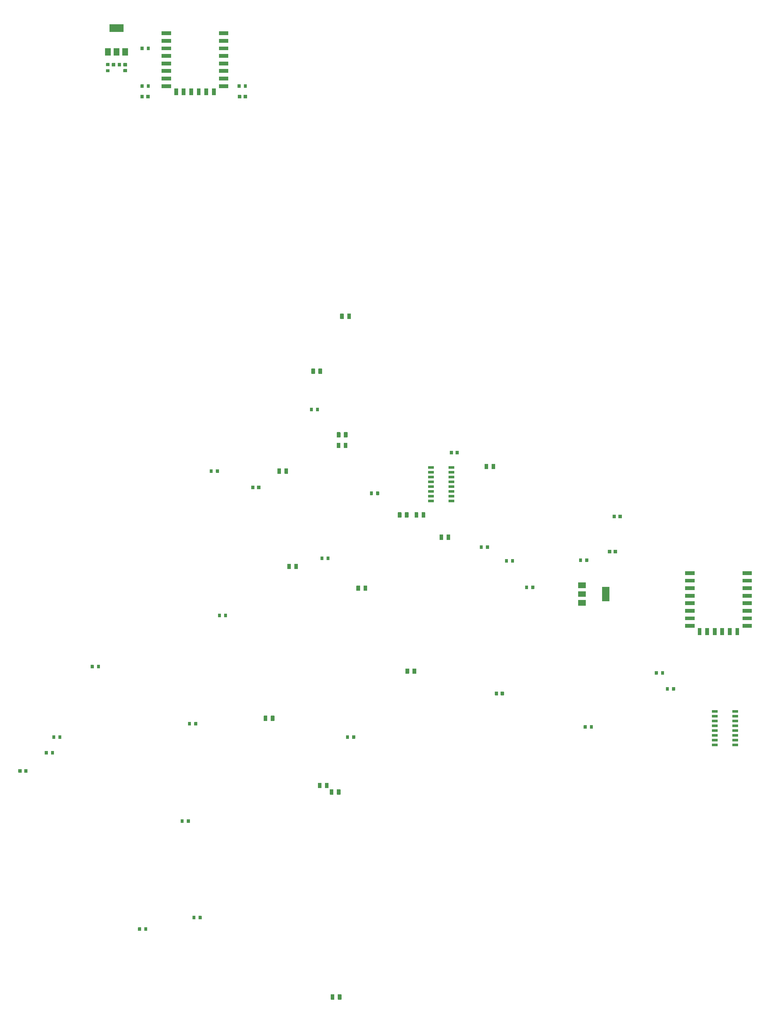
<source format=gbr>
%TF.GenerationSoftware,Flux,Pcbnew,7.0.11-7.0.11~ubuntu20.04.1*%
%TF.CreationDate,2024-08-21T12:24:35+00:00*%
%TF.ProjectId,input,696e7075-742e-46b6-9963-61645f706362,rev?*%
%TF.SameCoordinates,Original*%
%TF.FileFunction,Soldermask,Top*%
%TF.FilePolarity,Negative*%
%FSLAX46Y46*%
G04 Gerber Fmt 4.6, Leading zero omitted, Abs format (unit mm)*
G04 Filename: practical-fuchsia-massive-robot-spider*
G04 Build it with Flux! Visit our site at: https://www.flux.ai (PCBNEW 7.0.11-7.0.11~ubuntu20.04.1) date 2024-08-21 12:24:35*
%MOMM*%
%LPD*%
G01*
G04 APERTURE LIST*
G04 APERTURE END LIST*
%TO.C,*%
G36*
X8349857Y-88353452D02*
G01*
X8354493Y-88353909D01*
X8359090Y-88354668D01*
X8363628Y-88355726D01*
X8368086Y-88357079D01*
X8372447Y-88358720D01*
X8376691Y-88360643D01*
X8380800Y-88362839D01*
X8384757Y-88365299D01*
X8388544Y-88368013D01*
X8392145Y-88370969D01*
X8395546Y-88374154D01*
X8398731Y-88377555D01*
X8401687Y-88381156D01*
X8404401Y-88384943D01*
X8406861Y-88388900D01*
X8409057Y-88393009D01*
X8410980Y-88397253D01*
X8412621Y-88401614D01*
X8413974Y-88406072D01*
X8415032Y-88410610D01*
X8415791Y-88415207D01*
X8416248Y-88419843D01*
X8416400Y-88424500D01*
X8416400Y-89232100D01*
X8416248Y-89236757D01*
X8415791Y-89241393D01*
X8415032Y-89245990D01*
X8413974Y-89250528D01*
X8412621Y-89254986D01*
X8410980Y-89259347D01*
X8409057Y-89263591D01*
X8406861Y-89267700D01*
X8404401Y-89271657D01*
X8401687Y-89275444D01*
X8398731Y-89279045D01*
X8395546Y-89282446D01*
X8392145Y-89285631D01*
X8388544Y-89288587D01*
X8384757Y-89291301D01*
X8380800Y-89293761D01*
X8376691Y-89295957D01*
X8372447Y-89297880D01*
X8368086Y-89299521D01*
X8363628Y-89300874D01*
X8359090Y-89301932D01*
X8354493Y-89302691D01*
X8349857Y-89303148D01*
X8345200Y-89303300D01*
X7687600Y-89303300D01*
X7682943Y-89303148D01*
X7678307Y-89302691D01*
X7673710Y-89301932D01*
X7669172Y-89300874D01*
X7664714Y-89299521D01*
X7660353Y-89297880D01*
X7656109Y-89295957D01*
X7652000Y-89293761D01*
X7648043Y-89291301D01*
X7644256Y-89288587D01*
X7640655Y-89285631D01*
X7637254Y-89282446D01*
X7634069Y-89279045D01*
X7631113Y-89275444D01*
X7628399Y-89271657D01*
X7625939Y-89267700D01*
X7623743Y-89263591D01*
X7621820Y-89259347D01*
X7620179Y-89254986D01*
X7618826Y-89250528D01*
X7617768Y-89245990D01*
X7617009Y-89241393D01*
X7616552Y-89236757D01*
X7616400Y-89232100D01*
X7616400Y-88424500D01*
X7616552Y-88419843D01*
X7617009Y-88415207D01*
X7617768Y-88410610D01*
X7618826Y-88406072D01*
X7620179Y-88401614D01*
X7621820Y-88397253D01*
X7623743Y-88393009D01*
X7625939Y-88388900D01*
X7628399Y-88384943D01*
X7631113Y-88381156D01*
X7634069Y-88377555D01*
X7637254Y-88374154D01*
X7640655Y-88370969D01*
X7644256Y-88368013D01*
X7648043Y-88365299D01*
X7652000Y-88362839D01*
X7656109Y-88360643D01*
X7660353Y-88358720D01*
X7664714Y-88357079D01*
X7669172Y-88355726D01*
X7673710Y-88354668D01*
X7678307Y-88353909D01*
X7682943Y-88353452D01*
X7687600Y-88353300D01*
X8345200Y-88353300D01*
X8349857Y-88353452D01*
G37*
G36*
X6699857Y-88353452D02*
G01*
X6704493Y-88353909D01*
X6709090Y-88354668D01*
X6713628Y-88355726D01*
X6718086Y-88357079D01*
X6722447Y-88358720D01*
X6726691Y-88360643D01*
X6730800Y-88362839D01*
X6734757Y-88365299D01*
X6738544Y-88368013D01*
X6742145Y-88370969D01*
X6745546Y-88374154D01*
X6748731Y-88377555D01*
X6751687Y-88381156D01*
X6754401Y-88384943D01*
X6756861Y-88388900D01*
X6759057Y-88393009D01*
X6760980Y-88397253D01*
X6762621Y-88401614D01*
X6763974Y-88406072D01*
X6765032Y-88410610D01*
X6765791Y-88415207D01*
X6766248Y-88419843D01*
X6766400Y-88424500D01*
X6766400Y-89232100D01*
X6766248Y-89236757D01*
X6765791Y-89241393D01*
X6765032Y-89245990D01*
X6763974Y-89250528D01*
X6762621Y-89254986D01*
X6760980Y-89259347D01*
X6759057Y-89263591D01*
X6756861Y-89267700D01*
X6754401Y-89271657D01*
X6751687Y-89275444D01*
X6748731Y-89279045D01*
X6745546Y-89282446D01*
X6742145Y-89285631D01*
X6738544Y-89288587D01*
X6734757Y-89291301D01*
X6730800Y-89293761D01*
X6726691Y-89295957D01*
X6722447Y-89297880D01*
X6718086Y-89299521D01*
X6713628Y-89300874D01*
X6709090Y-89301932D01*
X6704493Y-89302691D01*
X6699857Y-89303148D01*
X6695200Y-89303300D01*
X6037600Y-89303300D01*
X6032943Y-89303148D01*
X6028307Y-89302691D01*
X6023710Y-89301932D01*
X6019172Y-89300874D01*
X6014714Y-89299521D01*
X6010353Y-89297880D01*
X6006109Y-89295957D01*
X6002000Y-89293761D01*
X5998043Y-89291301D01*
X5994256Y-89288587D01*
X5990655Y-89285631D01*
X5987254Y-89282446D01*
X5984069Y-89279045D01*
X5981113Y-89275444D01*
X5978399Y-89271657D01*
X5975939Y-89267700D01*
X5973743Y-89263591D01*
X5971820Y-89259347D01*
X5970179Y-89254986D01*
X5968826Y-89250528D01*
X5967768Y-89245990D01*
X5967009Y-89241393D01*
X5966552Y-89236757D01*
X5966400Y-89232100D01*
X5966400Y-88424500D01*
X5966552Y-88419843D01*
X5967009Y-88415207D01*
X5967768Y-88410610D01*
X5968826Y-88406072D01*
X5970179Y-88401614D01*
X5971820Y-88397253D01*
X5973743Y-88393009D01*
X5975939Y-88388900D01*
X5978399Y-88384943D01*
X5981113Y-88381156D01*
X5984069Y-88377555D01*
X5987254Y-88374154D01*
X5990655Y-88370969D01*
X5994256Y-88368013D01*
X5998043Y-88365299D01*
X6002000Y-88362839D01*
X6006109Y-88360643D01*
X6010353Y-88358720D01*
X6014714Y-88357079D01*
X6019172Y-88355726D01*
X6023710Y-88354668D01*
X6028307Y-88353909D01*
X6032943Y-88353452D01*
X6037600Y-88353300D01*
X6695200Y-88353300D01*
X6699857Y-88353452D01*
G37*
G36*
X79962757Y-108507852D02*
G01*
X79967393Y-108508309D01*
X79971990Y-108509068D01*
X79976528Y-108510126D01*
X79980986Y-108511479D01*
X79985347Y-108513120D01*
X79989591Y-108515043D01*
X79993700Y-108517239D01*
X79997657Y-108519699D01*
X80001444Y-108522413D01*
X80005045Y-108525369D01*
X80008446Y-108528554D01*
X80011631Y-108531955D01*
X80014587Y-108535556D01*
X80017301Y-108539343D01*
X80019761Y-108543300D01*
X80021957Y-108547409D01*
X80023880Y-108551653D01*
X80025521Y-108556014D01*
X80026874Y-108560472D01*
X80027932Y-108565010D01*
X80028691Y-108569607D01*
X80029148Y-108574243D01*
X80029300Y-108578900D01*
X80029300Y-109386500D01*
X80029148Y-109391157D01*
X80028691Y-109395793D01*
X80027932Y-109400390D01*
X80026874Y-109404928D01*
X80025521Y-109409386D01*
X80023880Y-109413747D01*
X80021957Y-109417991D01*
X80019761Y-109422100D01*
X80017301Y-109426057D01*
X80014587Y-109429844D01*
X80011631Y-109433445D01*
X80008446Y-109436846D01*
X80005045Y-109440031D01*
X80001444Y-109442987D01*
X79997657Y-109445701D01*
X79993700Y-109448161D01*
X79989591Y-109450357D01*
X79985347Y-109452280D01*
X79980986Y-109453921D01*
X79976528Y-109455274D01*
X79971990Y-109456332D01*
X79967393Y-109457091D01*
X79962757Y-109457548D01*
X79958100Y-109457700D01*
X79300500Y-109457700D01*
X79295843Y-109457548D01*
X79291207Y-109457091D01*
X79286610Y-109456332D01*
X79282072Y-109455274D01*
X79277614Y-109453921D01*
X79273253Y-109452280D01*
X79269009Y-109450357D01*
X79264900Y-109448161D01*
X79260943Y-109445701D01*
X79257156Y-109442987D01*
X79253555Y-109440031D01*
X79250154Y-109436846D01*
X79246969Y-109433445D01*
X79244013Y-109429844D01*
X79241299Y-109426057D01*
X79238839Y-109422100D01*
X79236643Y-109417991D01*
X79234720Y-109413747D01*
X79233079Y-109409386D01*
X79231726Y-109404928D01*
X79230668Y-109400390D01*
X79229909Y-109395793D01*
X79229452Y-109391157D01*
X79229300Y-109386500D01*
X79229300Y-108578900D01*
X79229452Y-108574243D01*
X79229909Y-108569607D01*
X79230668Y-108565010D01*
X79231726Y-108560472D01*
X79233079Y-108556014D01*
X79234720Y-108551653D01*
X79236643Y-108547409D01*
X79238839Y-108543300D01*
X79241299Y-108539343D01*
X79244013Y-108535556D01*
X79246969Y-108531955D01*
X79250154Y-108528554D01*
X79253555Y-108525369D01*
X79257156Y-108522413D01*
X79260943Y-108519699D01*
X79264900Y-108517239D01*
X79269009Y-108515043D01*
X79273253Y-108513120D01*
X79277614Y-108511479D01*
X79282072Y-108510126D01*
X79286610Y-108509068D01*
X79291207Y-108508309D01*
X79295843Y-108507852D01*
X79300500Y-108507700D01*
X79958100Y-108507700D01*
X79962757Y-108507852D01*
G37*
G36*
X78312757Y-108507852D02*
G01*
X78317393Y-108508309D01*
X78321990Y-108509068D01*
X78326528Y-108510126D01*
X78330986Y-108511479D01*
X78335347Y-108513120D01*
X78339591Y-108515043D01*
X78343700Y-108517239D01*
X78347657Y-108519699D01*
X78351444Y-108522413D01*
X78355045Y-108525369D01*
X78358446Y-108528554D01*
X78361631Y-108531955D01*
X78364587Y-108535556D01*
X78367301Y-108539343D01*
X78369761Y-108543300D01*
X78371957Y-108547409D01*
X78373880Y-108551653D01*
X78375521Y-108556014D01*
X78376874Y-108560472D01*
X78377932Y-108565010D01*
X78378691Y-108569607D01*
X78379148Y-108574243D01*
X78379300Y-108578900D01*
X78379300Y-109386500D01*
X78379148Y-109391157D01*
X78378691Y-109395793D01*
X78377932Y-109400390D01*
X78376874Y-109404928D01*
X78375521Y-109409386D01*
X78373880Y-109413747D01*
X78371957Y-109417991D01*
X78369761Y-109422100D01*
X78367301Y-109426057D01*
X78364587Y-109429844D01*
X78361631Y-109433445D01*
X78358446Y-109436846D01*
X78355045Y-109440031D01*
X78351444Y-109442987D01*
X78347657Y-109445701D01*
X78343700Y-109448161D01*
X78339591Y-109450357D01*
X78335347Y-109452280D01*
X78330986Y-109453921D01*
X78326528Y-109455274D01*
X78321990Y-109456332D01*
X78317393Y-109457091D01*
X78312757Y-109457548D01*
X78308100Y-109457700D01*
X77650500Y-109457700D01*
X77645843Y-109457548D01*
X77641207Y-109457091D01*
X77636610Y-109456332D01*
X77632072Y-109455274D01*
X77627614Y-109453921D01*
X77623253Y-109452280D01*
X77619009Y-109450357D01*
X77614900Y-109448161D01*
X77610943Y-109445701D01*
X77607156Y-109442987D01*
X77603555Y-109440031D01*
X77600154Y-109436846D01*
X77596969Y-109433445D01*
X77594013Y-109429844D01*
X77591299Y-109426057D01*
X77588839Y-109422100D01*
X77586643Y-109417991D01*
X77584720Y-109413747D01*
X77583079Y-109409386D01*
X77581726Y-109404928D01*
X77580668Y-109400390D01*
X77579909Y-109395793D01*
X77579452Y-109391157D01*
X77579300Y-109386500D01*
X77579300Y-108578900D01*
X77579452Y-108574243D01*
X77579909Y-108569607D01*
X77580668Y-108565010D01*
X77581726Y-108560472D01*
X77583079Y-108556014D01*
X77584720Y-108551653D01*
X77586643Y-108547409D01*
X77588839Y-108543300D01*
X77591299Y-108539343D01*
X77594013Y-108535556D01*
X77596969Y-108531955D01*
X77600154Y-108528554D01*
X77603555Y-108525369D01*
X77607156Y-108522413D01*
X77610943Y-108519699D01*
X77614900Y-108517239D01*
X77619009Y-108515043D01*
X77623253Y-108513120D01*
X77627614Y-108511479D01*
X77632072Y-108510126D01*
X77636610Y-108509068D01*
X77641207Y-108508309D01*
X77645843Y-108507852D01*
X77650500Y-108507700D01*
X78308100Y-108507700D01*
X78312757Y-108507852D01*
G37*
G36*
X112378957Y-109697052D02*
G01*
X112383593Y-109697509D01*
X112388190Y-109698268D01*
X112392728Y-109699326D01*
X112397186Y-109700679D01*
X112401547Y-109702320D01*
X112405791Y-109704243D01*
X112409900Y-109706439D01*
X112413857Y-109708899D01*
X112417644Y-109711613D01*
X112421245Y-109714569D01*
X112424646Y-109717754D01*
X112427831Y-109721155D01*
X112430787Y-109724756D01*
X112433501Y-109728543D01*
X112435961Y-109732500D01*
X112438157Y-109736609D01*
X112440080Y-109740853D01*
X112441721Y-109745214D01*
X112443074Y-109749672D01*
X112444132Y-109754210D01*
X112444891Y-109758807D01*
X112445348Y-109763443D01*
X112445500Y-109768100D01*
X112445500Y-110575700D01*
X112445348Y-110580357D01*
X112444891Y-110584993D01*
X112444132Y-110589590D01*
X112443074Y-110594128D01*
X112441721Y-110598586D01*
X112440080Y-110602947D01*
X112438157Y-110607191D01*
X112435961Y-110611300D01*
X112433501Y-110615257D01*
X112430787Y-110619044D01*
X112427831Y-110622645D01*
X112424646Y-110626046D01*
X112421245Y-110629231D01*
X112417644Y-110632187D01*
X112413857Y-110634901D01*
X112409900Y-110637361D01*
X112405791Y-110639557D01*
X112401547Y-110641480D01*
X112397186Y-110643121D01*
X112392728Y-110644474D01*
X112388190Y-110645532D01*
X112383593Y-110646291D01*
X112378957Y-110646748D01*
X112374300Y-110646900D01*
X111616700Y-110646900D01*
X111612043Y-110646748D01*
X111607407Y-110646291D01*
X111602810Y-110645532D01*
X111598272Y-110644474D01*
X111593814Y-110643121D01*
X111589453Y-110641480D01*
X111585209Y-110639557D01*
X111581100Y-110637361D01*
X111577143Y-110634901D01*
X111573356Y-110632187D01*
X111569755Y-110629231D01*
X111566354Y-110626046D01*
X111563169Y-110622645D01*
X111560213Y-110619044D01*
X111557499Y-110615257D01*
X111555039Y-110611300D01*
X111552843Y-110607191D01*
X111550920Y-110602947D01*
X111549279Y-110598586D01*
X111547926Y-110594128D01*
X111546868Y-110589590D01*
X111546109Y-110584993D01*
X111545652Y-110580357D01*
X111545500Y-110575700D01*
X111545500Y-109768100D01*
X111545652Y-109763443D01*
X111546109Y-109758807D01*
X111546868Y-109754210D01*
X111547926Y-109749672D01*
X111549279Y-109745214D01*
X111550920Y-109740853D01*
X111552843Y-109736609D01*
X111555039Y-109732500D01*
X111557499Y-109728543D01*
X111560213Y-109724756D01*
X111563169Y-109721155D01*
X111566354Y-109717754D01*
X111569755Y-109714569D01*
X111573356Y-109711613D01*
X111577143Y-109708899D01*
X111581100Y-109706439D01*
X111585209Y-109704243D01*
X111589453Y-109702320D01*
X111593814Y-109700679D01*
X111598272Y-109699326D01*
X111602810Y-109698268D01*
X111607407Y-109697509D01*
X111612043Y-109697052D01*
X111616700Y-109696900D01*
X112374300Y-109696900D01*
X112378957Y-109697052D01*
G37*
G36*
X113928957Y-109697052D02*
G01*
X113933593Y-109697509D01*
X113938190Y-109698268D01*
X113942728Y-109699326D01*
X113947186Y-109700679D01*
X113951547Y-109702320D01*
X113955791Y-109704243D01*
X113959900Y-109706439D01*
X113963857Y-109708899D01*
X113967644Y-109711613D01*
X113971245Y-109714569D01*
X113974646Y-109717754D01*
X113977831Y-109721155D01*
X113980787Y-109724756D01*
X113983501Y-109728543D01*
X113985961Y-109732500D01*
X113988157Y-109736609D01*
X113990080Y-109740853D01*
X113991721Y-109745214D01*
X113993074Y-109749672D01*
X113994132Y-109754210D01*
X113994891Y-109758807D01*
X113995348Y-109763443D01*
X113995500Y-109768100D01*
X113995500Y-110575700D01*
X113995348Y-110580357D01*
X113994891Y-110584993D01*
X113994132Y-110589590D01*
X113993074Y-110594128D01*
X113991721Y-110598586D01*
X113990080Y-110602947D01*
X113988157Y-110607191D01*
X113985961Y-110611300D01*
X113983501Y-110615257D01*
X113980787Y-110619044D01*
X113977831Y-110622645D01*
X113974646Y-110626046D01*
X113971245Y-110629231D01*
X113967644Y-110632187D01*
X113963857Y-110634901D01*
X113959900Y-110637361D01*
X113955791Y-110639557D01*
X113951547Y-110641480D01*
X113947186Y-110643121D01*
X113942728Y-110644474D01*
X113938190Y-110645532D01*
X113933593Y-110646291D01*
X113928957Y-110646748D01*
X113924300Y-110646900D01*
X113166700Y-110646900D01*
X113162043Y-110646748D01*
X113157407Y-110646291D01*
X113152810Y-110645532D01*
X113148272Y-110644474D01*
X113143814Y-110643121D01*
X113139453Y-110641480D01*
X113135209Y-110639557D01*
X113131100Y-110637361D01*
X113127143Y-110634901D01*
X113123356Y-110632187D01*
X113119755Y-110629231D01*
X113116354Y-110626046D01*
X113113169Y-110622645D01*
X113110213Y-110619044D01*
X113107499Y-110615257D01*
X113105039Y-110611300D01*
X113102843Y-110607191D01*
X113100920Y-110602947D01*
X113099279Y-110598586D01*
X113097926Y-110594128D01*
X113096868Y-110589590D01*
X113096109Y-110584993D01*
X113095652Y-110580357D01*
X113095500Y-110575700D01*
X113095500Y-109768100D01*
X113095652Y-109763443D01*
X113096109Y-109758807D01*
X113096868Y-109754210D01*
X113097926Y-109749672D01*
X113099279Y-109745214D01*
X113100920Y-109740853D01*
X113102843Y-109736609D01*
X113105039Y-109732500D01*
X113107499Y-109728543D01*
X113110213Y-109724756D01*
X113113169Y-109721155D01*
X113116354Y-109717754D01*
X113119755Y-109714569D01*
X113123356Y-109711613D01*
X113127143Y-109708899D01*
X113131100Y-109706439D01*
X113135209Y-109704243D01*
X113139453Y-109702320D01*
X113143814Y-109700679D01*
X113148272Y-109699326D01*
X113152810Y-109698268D01*
X113157407Y-109697509D01*
X113162043Y-109697052D01*
X113166700Y-109696900D01*
X113924300Y-109696900D01*
X113928957Y-109697052D01*
G37*
G36*
X146071400Y-155412800D02*
G01*
X144546400Y-155412800D01*
X144546400Y-154762800D01*
X146071400Y-154762800D01*
X146071400Y-155412800D01*
G37*
G36*
X140647400Y-154142800D02*
G01*
X139122400Y-154142800D01*
X139122400Y-153492800D01*
X140647400Y-153492800D01*
X140647400Y-154142800D01*
G37*
G36*
X146071400Y-159222800D02*
G01*
X144546400Y-159222800D01*
X144546400Y-158572800D01*
X146071400Y-158572800D01*
X146071400Y-159222800D01*
G37*
G36*
X140647400Y-160492800D02*
G01*
X139122400Y-160492800D01*
X139122400Y-159842800D01*
X140647400Y-159842800D01*
X140647400Y-160492800D01*
G37*
G36*
X146071400Y-161762800D02*
G01*
X144546400Y-161762800D01*
X144546400Y-161112800D01*
X146071400Y-161112800D01*
X146071400Y-161762800D01*
G37*
G36*
X146071400Y-156682800D02*
G01*
X144546400Y-156682800D01*
X144546400Y-156032800D01*
X146071400Y-156032800D01*
X146071400Y-156682800D01*
G37*
G36*
X140647400Y-159222800D02*
G01*
X139122400Y-159222800D01*
X139122400Y-158572800D01*
X140647400Y-158572800D01*
X140647400Y-159222800D01*
G37*
G36*
X140647400Y-157952800D02*
G01*
X139122400Y-157952800D01*
X139122400Y-157302800D01*
X140647400Y-157302800D01*
X140647400Y-157952800D01*
G37*
G36*
X140647400Y-161762800D02*
G01*
X139122400Y-161762800D01*
X139122400Y-161112800D01*
X140647400Y-161112800D01*
X140647400Y-161762800D01*
G37*
G36*
X146071400Y-152872800D02*
G01*
X144546400Y-152872800D01*
X144546400Y-152222800D01*
X146071400Y-152222800D01*
X146071400Y-152872800D01*
G37*
G36*
X146071400Y-157952800D02*
G01*
X144546400Y-157952800D01*
X144546400Y-157302800D01*
X146071400Y-157302800D01*
X146071400Y-157952800D01*
G37*
G36*
X140647400Y-155412800D02*
G01*
X139122400Y-155412800D01*
X139122400Y-154762800D01*
X140647400Y-154762800D01*
X140647400Y-155412800D01*
G37*
G36*
X140647400Y-152872800D02*
G01*
X139122400Y-152872800D01*
X139122400Y-152222800D01*
X140647400Y-152222800D01*
X140647400Y-152872800D01*
G37*
G36*
X146071400Y-160492800D02*
G01*
X144546400Y-160492800D01*
X144546400Y-159842800D01*
X146071400Y-159842800D01*
X146071400Y-160492800D01*
G37*
G36*
X146071400Y-154142800D02*
G01*
X144546400Y-154142800D01*
X144546400Y-153492800D01*
X146071400Y-153492800D01*
X146071400Y-154142800D01*
G37*
G36*
X140647400Y-156682800D02*
G01*
X139122400Y-156682800D01*
X139122400Y-156032800D01*
X140647400Y-156032800D01*
X140647400Y-156682800D01*
G37*
G36*
X29269267Y-113426125D02*
G01*
X29276105Y-113426798D01*
X29282884Y-113427918D01*
X29289576Y-113429478D01*
X29296151Y-113431472D01*
X29302582Y-113433893D01*
X29308840Y-113436728D01*
X29314900Y-113439967D01*
X29320735Y-113443596D01*
X29326320Y-113447598D01*
X29331631Y-113451957D01*
X29336646Y-113456654D01*
X29341343Y-113461669D01*
X29345702Y-113466980D01*
X29349704Y-113472565D01*
X29353333Y-113478400D01*
X29356572Y-113484460D01*
X29359407Y-113490718D01*
X29361828Y-113497149D01*
X29363822Y-113503724D01*
X29365382Y-113510416D01*
X29366502Y-113517195D01*
X29367175Y-113524033D01*
X29367400Y-113530900D01*
X29367400Y-114720900D01*
X29367175Y-114727767D01*
X29366502Y-114734605D01*
X29365382Y-114741384D01*
X29363822Y-114748076D01*
X29361828Y-114754651D01*
X29359407Y-114761082D01*
X29356572Y-114767340D01*
X29353333Y-114773400D01*
X29349704Y-114779235D01*
X29345702Y-114784820D01*
X29341343Y-114790131D01*
X29336646Y-114795146D01*
X29331631Y-114799843D01*
X29326320Y-114804202D01*
X29320735Y-114808204D01*
X29314900Y-114811833D01*
X29308840Y-114815072D01*
X29302582Y-114817907D01*
X29296151Y-114820328D01*
X29289576Y-114822322D01*
X29282884Y-114823882D01*
X29276105Y-114825002D01*
X29269267Y-114825675D01*
X29262400Y-114825900D01*
X28497400Y-114825900D01*
X28490533Y-114825675D01*
X28483695Y-114825002D01*
X28476916Y-114823882D01*
X28470224Y-114822322D01*
X28463649Y-114820328D01*
X28457218Y-114817907D01*
X28450960Y-114815072D01*
X28444900Y-114811833D01*
X28439065Y-114808204D01*
X28433480Y-114804202D01*
X28428169Y-114799843D01*
X28423154Y-114795146D01*
X28418457Y-114790131D01*
X28414098Y-114784820D01*
X28410096Y-114779235D01*
X28406467Y-114773400D01*
X28403228Y-114767340D01*
X28400393Y-114761082D01*
X28397972Y-114754651D01*
X28395978Y-114748076D01*
X28394418Y-114741384D01*
X28393298Y-114734605D01*
X28392625Y-114727767D01*
X28392400Y-114720900D01*
X28392400Y-113530900D01*
X28392625Y-113524033D01*
X28393298Y-113517195D01*
X28394418Y-113510416D01*
X28395978Y-113503724D01*
X28397972Y-113497149D01*
X28400393Y-113490718D01*
X28403228Y-113484460D01*
X28406467Y-113478400D01*
X28410096Y-113472565D01*
X28414098Y-113466980D01*
X28418457Y-113461669D01*
X28423154Y-113456654D01*
X28428169Y-113451957D01*
X28433480Y-113447598D01*
X28439065Y-113443596D01*
X28444900Y-113439967D01*
X28450960Y-113436728D01*
X28457218Y-113433893D01*
X28463649Y-113431472D01*
X28470224Y-113429478D01*
X28476916Y-113427918D01*
X28483695Y-113426798D01*
X28490533Y-113426125D01*
X28497400Y-113425900D01*
X29262400Y-113425900D01*
X29269267Y-113426125D01*
G37*
G36*
X27394267Y-113426125D02*
G01*
X27401105Y-113426798D01*
X27407884Y-113427918D01*
X27414576Y-113429478D01*
X27421151Y-113431472D01*
X27427582Y-113433893D01*
X27433840Y-113436728D01*
X27439900Y-113439967D01*
X27445735Y-113443596D01*
X27451320Y-113447598D01*
X27456631Y-113451957D01*
X27461646Y-113456654D01*
X27466343Y-113461669D01*
X27470702Y-113466980D01*
X27474704Y-113472565D01*
X27478333Y-113478400D01*
X27481572Y-113484460D01*
X27484407Y-113490718D01*
X27486828Y-113497149D01*
X27488822Y-113503724D01*
X27490382Y-113510416D01*
X27491502Y-113517195D01*
X27492175Y-113524033D01*
X27492400Y-113530900D01*
X27492400Y-114720900D01*
X27492175Y-114727767D01*
X27491502Y-114734605D01*
X27490382Y-114741384D01*
X27488822Y-114748076D01*
X27486828Y-114754651D01*
X27484407Y-114761082D01*
X27481572Y-114767340D01*
X27478333Y-114773400D01*
X27474704Y-114779235D01*
X27470702Y-114784820D01*
X27466343Y-114790131D01*
X27461646Y-114795146D01*
X27456631Y-114799843D01*
X27451320Y-114804202D01*
X27445735Y-114808204D01*
X27439900Y-114811833D01*
X27433840Y-114815072D01*
X27427582Y-114817907D01*
X27421151Y-114820328D01*
X27414576Y-114822322D01*
X27407884Y-114823882D01*
X27401105Y-114825002D01*
X27394267Y-114825675D01*
X27387400Y-114825900D01*
X26622400Y-114825900D01*
X26615533Y-114825675D01*
X26608695Y-114825002D01*
X26601916Y-114823882D01*
X26595224Y-114822322D01*
X26588649Y-114820328D01*
X26582218Y-114817907D01*
X26575960Y-114815072D01*
X26569900Y-114811833D01*
X26564065Y-114808204D01*
X26558480Y-114804202D01*
X26553169Y-114799843D01*
X26548154Y-114795146D01*
X26543457Y-114790131D01*
X26539098Y-114784820D01*
X26535096Y-114779235D01*
X26531467Y-114773400D01*
X26528228Y-114767340D01*
X26525393Y-114761082D01*
X26522972Y-114754651D01*
X26520978Y-114748076D01*
X26519418Y-114741384D01*
X26518298Y-114734605D01*
X26517625Y-114727767D01*
X26517400Y-114720900D01*
X26517400Y-113530900D01*
X26517625Y-113524033D01*
X26518298Y-113517195D01*
X26519418Y-113510416D01*
X26520978Y-113503724D01*
X26522972Y-113497149D01*
X26525393Y-113490718D01*
X26528228Y-113484460D01*
X26531467Y-113478400D01*
X26535096Y-113472565D01*
X26539098Y-113466980D01*
X26543457Y-113461669D01*
X26548154Y-113456654D01*
X26553169Y-113451957D01*
X26558480Y-113447598D01*
X26564065Y-113443596D01*
X26569900Y-113439967D01*
X26575960Y-113436728D01*
X26582218Y-113433893D01*
X26588649Y-113431472D01*
X26595224Y-113429478D01*
X26601916Y-113427918D01*
X26608695Y-113426798D01*
X26615533Y-113426125D01*
X26622400Y-113425900D01*
X27387400Y-113425900D01*
X27394267Y-113426125D01*
G37*
G36*
X3746557Y-206725452D02*
G01*
X3751193Y-206725909D01*
X3755790Y-206726668D01*
X3760328Y-206727726D01*
X3764786Y-206729079D01*
X3769147Y-206730720D01*
X3773391Y-206732643D01*
X3777500Y-206734839D01*
X3781457Y-206737299D01*
X3785244Y-206740013D01*
X3788845Y-206742969D01*
X3792246Y-206746154D01*
X3795431Y-206749555D01*
X3798387Y-206753156D01*
X3801101Y-206756943D01*
X3803561Y-206760900D01*
X3805757Y-206765009D01*
X3807680Y-206769253D01*
X3809321Y-206773614D01*
X3810674Y-206778072D01*
X3811732Y-206782610D01*
X3812491Y-206787207D01*
X3812948Y-206791843D01*
X3813100Y-206796500D01*
X3813100Y-207604100D01*
X3812948Y-207608757D01*
X3812491Y-207613393D01*
X3811732Y-207617990D01*
X3810674Y-207622528D01*
X3809321Y-207626986D01*
X3807680Y-207631347D01*
X3805757Y-207635591D01*
X3803561Y-207639700D01*
X3801101Y-207643657D01*
X3798387Y-207647444D01*
X3795431Y-207651045D01*
X3792246Y-207654446D01*
X3788845Y-207657631D01*
X3785244Y-207660587D01*
X3781457Y-207663301D01*
X3777500Y-207665761D01*
X3773391Y-207667957D01*
X3769147Y-207669880D01*
X3764786Y-207671521D01*
X3760328Y-207672874D01*
X3755790Y-207673932D01*
X3751193Y-207674691D01*
X3746557Y-207675148D01*
X3741900Y-207675300D01*
X3084300Y-207675300D01*
X3079643Y-207675148D01*
X3075007Y-207674691D01*
X3070410Y-207673932D01*
X3065872Y-207672874D01*
X3061414Y-207671521D01*
X3057053Y-207669880D01*
X3052809Y-207667957D01*
X3048700Y-207665761D01*
X3044743Y-207663301D01*
X3040956Y-207660587D01*
X3037355Y-207657631D01*
X3033954Y-207654446D01*
X3030769Y-207651045D01*
X3027813Y-207647444D01*
X3025099Y-207643657D01*
X3022639Y-207639700D01*
X3020443Y-207635591D01*
X3018520Y-207631347D01*
X3016879Y-207626986D01*
X3015526Y-207622528D01*
X3014468Y-207617990D01*
X3013709Y-207613393D01*
X3013252Y-207608757D01*
X3013100Y-207604100D01*
X3013100Y-206796500D01*
X3013252Y-206791843D01*
X3013709Y-206787207D01*
X3014468Y-206782610D01*
X3015526Y-206778072D01*
X3016879Y-206773614D01*
X3018520Y-206769253D01*
X3020443Y-206765009D01*
X3022639Y-206760900D01*
X3025099Y-206756943D01*
X3027813Y-206753156D01*
X3030769Y-206749555D01*
X3033954Y-206746154D01*
X3037355Y-206742969D01*
X3040956Y-206740013D01*
X3044743Y-206737299D01*
X3048700Y-206734839D01*
X3052809Y-206732643D01*
X3057053Y-206730720D01*
X3061414Y-206729079D01*
X3065872Y-206727726D01*
X3070410Y-206726668D01*
X3075007Y-206725909D01*
X3079643Y-206725452D01*
X3084300Y-206725300D01*
X3741900Y-206725300D01*
X3746557Y-206725452D01*
G37*
G36*
X2096557Y-206725452D02*
G01*
X2101193Y-206725909D01*
X2105790Y-206726668D01*
X2110328Y-206727726D01*
X2114786Y-206729079D01*
X2119147Y-206730720D01*
X2123391Y-206732643D01*
X2127500Y-206734839D01*
X2131457Y-206737299D01*
X2135244Y-206740013D01*
X2138845Y-206742969D01*
X2142246Y-206746154D01*
X2145431Y-206749555D01*
X2148387Y-206753156D01*
X2151101Y-206756943D01*
X2153561Y-206760900D01*
X2155757Y-206765009D01*
X2157680Y-206769253D01*
X2159321Y-206773614D01*
X2160674Y-206778072D01*
X2161732Y-206782610D01*
X2162491Y-206787207D01*
X2162948Y-206791843D01*
X2163100Y-206796500D01*
X2163100Y-207604100D01*
X2162948Y-207608757D01*
X2162491Y-207613393D01*
X2161732Y-207617990D01*
X2160674Y-207622528D01*
X2159321Y-207626986D01*
X2157680Y-207631347D01*
X2155757Y-207635591D01*
X2153561Y-207639700D01*
X2151101Y-207643657D01*
X2148387Y-207647444D01*
X2145431Y-207651045D01*
X2142246Y-207654446D01*
X2138845Y-207657631D01*
X2135244Y-207660587D01*
X2131457Y-207663301D01*
X2127500Y-207665761D01*
X2123391Y-207667957D01*
X2119147Y-207669880D01*
X2114786Y-207671521D01*
X2110328Y-207672874D01*
X2105790Y-207673932D01*
X2101193Y-207674691D01*
X2096557Y-207675148D01*
X2091900Y-207675300D01*
X1434300Y-207675300D01*
X1429643Y-207675148D01*
X1425007Y-207674691D01*
X1420410Y-207673932D01*
X1415872Y-207672874D01*
X1411414Y-207671521D01*
X1407053Y-207669880D01*
X1402809Y-207667957D01*
X1398700Y-207665761D01*
X1394743Y-207663301D01*
X1390956Y-207660587D01*
X1387355Y-207657631D01*
X1383954Y-207654446D01*
X1380769Y-207651045D01*
X1377813Y-207647444D01*
X1375099Y-207643657D01*
X1372639Y-207639700D01*
X1370443Y-207635591D01*
X1368520Y-207631347D01*
X1366879Y-207626986D01*
X1365526Y-207622528D01*
X1364468Y-207617990D01*
X1363709Y-207613393D01*
X1363252Y-207608757D01*
X1363100Y-207604100D01*
X1363100Y-206796500D01*
X1363252Y-206791843D01*
X1363709Y-206787207D01*
X1364468Y-206782610D01*
X1365526Y-206778072D01*
X1366879Y-206773614D01*
X1368520Y-206769253D01*
X1370443Y-206765009D01*
X1372639Y-206760900D01*
X1375099Y-206756943D01*
X1377813Y-206753156D01*
X1380769Y-206749555D01*
X1383954Y-206746154D01*
X1387355Y-206742969D01*
X1390956Y-206740013D01*
X1394743Y-206737299D01*
X1398700Y-206734839D01*
X1402809Y-206732643D01*
X1407053Y-206730720D01*
X1411414Y-206729079D01*
X1415872Y-206727726D01*
X1420410Y-206726668D01*
X1425007Y-206725909D01*
X1429643Y-206725452D01*
X1434300Y-206725300D01*
X2091900Y-206725300D01*
X2096557Y-206725452D01*
G37*
G36*
X47616167Y-119174425D02*
G01*
X47623005Y-119175098D01*
X47629784Y-119176218D01*
X47636476Y-119177778D01*
X47643051Y-119179772D01*
X47649482Y-119182193D01*
X47655740Y-119185028D01*
X47661800Y-119188267D01*
X47667635Y-119191896D01*
X47673220Y-119195898D01*
X47678531Y-119200257D01*
X47683546Y-119204954D01*
X47688243Y-119209969D01*
X47692602Y-119215280D01*
X47696604Y-119220865D01*
X47700233Y-119226700D01*
X47703472Y-119232760D01*
X47706307Y-119239018D01*
X47708728Y-119245449D01*
X47710722Y-119252024D01*
X47712282Y-119258716D01*
X47713402Y-119265495D01*
X47714075Y-119272333D01*
X47714300Y-119279200D01*
X47714300Y-120469200D01*
X47714075Y-120476067D01*
X47713402Y-120482905D01*
X47712282Y-120489684D01*
X47710722Y-120496376D01*
X47708728Y-120502951D01*
X47706307Y-120509382D01*
X47703472Y-120515640D01*
X47700233Y-120521700D01*
X47696604Y-120527535D01*
X47692602Y-120533120D01*
X47688243Y-120538431D01*
X47683546Y-120543446D01*
X47678531Y-120548143D01*
X47673220Y-120552502D01*
X47667635Y-120556504D01*
X47661800Y-120560133D01*
X47655740Y-120563372D01*
X47649482Y-120566207D01*
X47643051Y-120568628D01*
X47636476Y-120570622D01*
X47629784Y-120572182D01*
X47623005Y-120573302D01*
X47616167Y-120573975D01*
X47609300Y-120574200D01*
X46844300Y-120574200D01*
X46837433Y-120573975D01*
X46830595Y-120573302D01*
X46823816Y-120572182D01*
X46817124Y-120570622D01*
X46810549Y-120568628D01*
X46804118Y-120566207D01*
X46797860Y-120563372D01*
X46791800Y-120560133D01*
X46785965Y-120556504D01*
X46780380Y-120552502D01*
X46775069Y-120548143D01*
X46770054Y-120543446D01*
X46765357Y-120538431D01*
X46760998Y-120533120D01*
X46756996Y-120527535D01*
X46753367Y-120521700D01*
X46750128Y-120515640D01*
X46747293Y-120509382D01*
X46744872Y-120502951D01*
X46742878Y-120496376D01*
X46741318Y-120489684D01*
X46740198Y-120482905D01*
X46739525Y-120476067D01*
X46739300Y-120469200D01*
X46739300Y-119279200D01*
X46739525Y-119272333D01*
X46740198Y-119265495D01*
X46741318Y-119258716D01*
X46742878Y-119252024D01*
X46744872Y-119245449D01*
X46747293Y-119239018D01*
X46750128Y-119232760D01*
X46753367Y-119226700D01*
X46756996Y-119220865D01*
X46760998Y-119215280D01*
X46765357Y-119209969D01*
X46770054Y-119204954D01*
X46775069Y-119200257D01*
X46780380Y-119195898D01*
X46785965Y-119191896D01*
X46791800Y-119188267D01*
X46797860Y-119185028D01*
X46804118Y-119182193D01*
X46810549Y-119179772D01*
X46817124Y-119177778D01*
X46823816Y-119176218D01*
X46830595Y-119175098D01*
X46837433Y-119174425D01*
X46844300Y-119174200D01*
X47609300Y-119174200D01*
X47616167Y-119174425D01*
G37*
G36*
X45741167Y-119174425D02*
G01*
X45748005Y-119175098D01*
X45754784Y-119176218D01*
X45761476Y-119177778D01*
X45768051Y-119179772D01*
X45774482Y-119182193D01*
X45780740Y-119185028D01*
X45786800Y-119188267D01*
X45792635Y-119191896D01*
X45798220Y-119195898D01*
X45803531Y-119200257D01*
X45808546Y-119204954D01*
X45813243Y-119209969D01*
X45817602Y-119215280D01*
X45821604Y-119220865D01*
X45825233Y-119226700D01*
X45828472Y-119232760D01*
X45831307Y-119239018D01*
X45833728Y-119245449D01*
X45835722Y-119252024D01*
X45837282Y-119258716D01*
X45838402Y-119265495D01*
X45839075Y-119272333D01*
X45839300Y-119279200D01*
X45839300Y-120469200D01*
X45839075Y-120476067D01*
X45838402Y-120482905D01*
X45837282Y-120489684D01*
X45835722Y-120496376D01*
X45833728Y-120502951D01*
X45831307Y-120509382D01*
X45828472Y-120515640D01*
X45825233Y-120521700D01*
X45821604Y-120527535D01*
X45817602Y-120533120D01*
X45813243Y-120538431D01*
X45808546Y-120543446D01*
X45803531Y-120548143D01*
X45798220Y-120552502D01*
X45792635Y-120556504D01*
X45786800Y-120560133D01*
X45780740Y-120563372D01*
X45774482Y-120566207D01*
X45768051Y-120568628D01*
X45761476Y-120570622D01*
X45754784Y-120572182D01*
X45748005Y-120573302D01*
X45741167Y-120573975D01*
X45734300Y-120574200D01*
X44969300Y-120574200D01*
X44962433Y-120573975D01*
X44955595Y-120573302D01*
X44948816Y-120572182D01*
X44942124Y-120570622D01*
X44935549Y-120568628D01*
X44929118Y-120566207D01*
X44922860Y-120563372D01*
X44916800Y-120560133D01*
X44910965Y-120556504D01*
X44905380Y-120552502D01*
X44900069Y-120548143D01*
X44895054Y-120543446D01*
X44890357Y-120538431D01*
X44885998Y-120533120D01*
X44881996Y-120527535D01*
X44878367Y-120521700D01*
X44875128Y-120515640D01*
X44872293Y-120509382D01*
X44869872Y-120502951D01*
X44867878Y-120496376D01*
X44866318Y-120489684D01*
X44865198Y-120482905D01*
X44864525Y-120476067D01*
X44864300Y-120469200D01*
X44864300Y-119279200D01*
X44864525Y-119272333D01*
X44865198Y-119265495D01*
X44866318Y-119258716D01*
X44867878Y-119252024D01*
X44869872Y-119245449D01*
X44872293Y-119239018D01*
X44875128Y-119232760D01*
X44878367Y-119226700D01*
X44881996Y-119220865D01*
X44885998Y-119215280D01*
X44890357Y-119209969D01*
X44895054Y-119204954D01*
X44900069Y-119200257D01*
X44905380Y-119195898D01*
X44910965Y-119191896D01*
X44916800Y-119188267D01*
X44922860Y-119185028D01*
X44929118Y-119182193D01*
X44935549Y-119179772D01*
X44942124Y-119177778D01*
X44948816Y-119176218D01*
X44955595Y-119175098D01*
X44962433Y-119174425D01*
X44969300Y-119174200D01*
X45734300Y-119174200D01*
X45741167Y-119174425D01*
G37*
G36*
X37393067Y-171500825D02*
G01*
X37399905Y-171501498D01*
X37406684Y-171502618D01*
X37413376Y-171504178D01*
X37419951Y-171506172D01*
X37426382Y-171508593D01*
X37432640Y-171511428D01*
X37438700Y-171514667D01*
X37444535Y-171518296D01*
X37450120Y-171522298D01*
X37455431Y-171526657D01*
X37460446Y-171531354D01*
X37465143Y-171536369D01*
X37469502Y-171541680D01*
X37473504Y-171547265D01*
X37477133Y-171553100D01*
X37480372Y-171559160D01*
X37483207Y-171565418D01*
X37485628Y-171571849D01*
X37487622Y-171578424D01*
X37489182Y-171585116D01*
X37490302Y-171591895D01*
X37490975Y-171598733D01*
X37491200Y-171605600D01*
X37491200Y-172795600D01*
X37490975Y-172802467D01*
X37490302Y-172809305D01*
X37489182Y-172816084D01*
X37487622Y-172822776D01*
X37485628Y-172829351D01*
X37483207Y-172835782D01*
X37480372Y-172842040D01*
X37477133Y-172848100D01*
X37473504Y-172853935D01*
X37469502Y-172859520D01*
X37465143Y-172864831D01*
X37460446Y-172869846D01*
X37455431Y-172874543D01*
X37450120Y-172878902D01*
X37444535Y-172882904D01*
X37438700Y-172886533D01*
X37432640Y-172889772D01*
X37426382Y-172892607D01*
X37419951Y-172895028D01*
X37413376Y-172897022D01*
X37406684Y-172898582D01*
X37399905Y-172899702D01*
X37393067Y-172900375D01*
X37386200Y-172900600D01*
X36621200Y-172900600D01*
X36614333Y-172900375D01*
X36607495Y-172899702D01*
X36600716Y-172898582D01*
X36594024Y-172897022D01*
X36587449Y-172895028D01*
X36581018Y-172892607D01*
X36574760Y-172889772D01*
X36568700Y-172886533D01*
X36562865Y-172882904D01*
X36557280Y-172878902D01*
X36551969Y-172874543D01*
X36546954Y-172869846D01*
X36542257Y-172864831D01*
X36537898Y-172859520D01*
X36533896Y-172853935D01*
X36530267Y-172848100D01*
X36527028Y-172842040D01*
X36524193Y-172835782D01*
X36521772Y-172829351D01*
X36519778Y-172822776D01*
X36518218Y-172816084D01*
X36517098Y-172809305D01*
X36516425Y-172802467D01*
X36516200Y-172795600D01*
X36516200Y-171605600D01*
X36516425Y-171598733D01*
X36517098Y-171591895D01*
X36518218Y-171585116D01*
X36519778Y-171578424D01*
X36521772Y-171571849D01*
X36524193Y-171565418D01*
X36527028Y-171559160D01*
X36530267Y-171553100D01*
X36533896Y-171547265D01*
X36537898Y-171541680D01*
X36542257Y-171536369D01*
X36546954Y-171531354D01*
X36551969Y-171526657D01*
X36557280Y-171522298D01*
X36562865Y-171518296D01*
X36568700Y-171514667D01*
X36574760Y-171511428D01*
X36581018Y-171508593D01*
X36587449Y-171506172D01*
X36594024Y-171504178D01*
X36600716Y-171502618D01*
X36607495Y-171501498D01*
X36614333Y-171500825D01*
X36621200Y-171500600D01*
X37386200Y-171500600D01*
X37393067Y-171500825D01*
G37*
G36*
X35518067Y-171500825D02*
G01*
X35524905Y-171501498D01*
X35531684Y-171502618D01*
X35538376Y-171504178D01*
X35544951Y-171506172D01*
X35551382Y-171508593D01*
X35557640Y-171511428D01*
X35563700Y-171514667D01*
X35569535Y-171518296D01*
X35575120Y-171522298D01*
X35580431Y-171526657D01*
X35585446Y-171531354D01*
X35590143Y-171536369D01*
X35594502Y-171541680D01*
X35598504Y-171547265D01*
X35602133Y-171553100D01*
X35605372Y-171559160D01*
X35608207Y-171565418D01*
X35610628Y-171571849D01*
X35612622Y-171578424D01*
X35614182Y-171585116D01*
X35615302Y-171591895D01*
X35615975Y-171598733D01*
X35616200Y-171605600D01*
X35616200Y-172795600D01*
X35615975Y-172802467D01*
X35615302Y-172809305D01*
X35614182Y-172816084D01*
X35612622Y-172822776D01*
X35610628Y-172829351D01*
X35608207Y-172835782D01*
X35605372Y-172842040D01*
X35602133Y-172848100D01*
X35598504Y-172853935D01*
X35594502Y-172859520D01*
X35590143Y-172864831D01*
X35585446Y-172869846D01*
X35580431Y-172874543D01*
X35575120Y-172878902D01*
X35569535Y-172882904D01*
X35563700Y-172886533D01*
X35557640Y-172889772D01*
X35551382Y-172892607D01*
X35544951Y-172895028D01*
X35538376Y-172897022D01*
X35531684Y-172898582D01*
X35524905Y-172899702D01*
X35518067Y-172900375D01*
X35511200Y-172900600D01*
X34746200Y-172900600D01*
X34739333Y-172900375D01*
X34732495Y-172899702D01*
X34725716Y-172898582D01*
X34719024Y-172897022D01*
X34712449Y-172895028D01*
X34706018Y-172892607D01*
X34699760Y-172889772D01*
X34693700Y-172886533D01*
X34687865Y-172882904D01*
X34682280Y-172878902D01*
X34676969Y-172874543D01*
X34671954Y-172869846D01*
X34667257Y-172864831D01*
X34662898Y-172859520D01*
X34658896Y-172853935D01*
X34655267Y-172848100D01*
X34652028Y-172842040D01*
X34649193Y-172835782D01*
X34646772Y-172829351D01*
X34644778Y-172822776D01*
X34643218Y-172816084D01*
X34642098Y-172809305D01*
X34641425Y-172802467D01*
X34641200Y-172795600D01*
X34641200Y-171605600D01*
X34641425Y-171598733D01*
X34642098Y-171591895D01*
X34643218Y-171585116D01*
X34644778Y-171578424D01*
X34646772Y-171571849D01*
X34649193Y-171565418D01*
X34652028Y-171559160D01*
X34655267Y-171553100D01*
X34658896Y-171547265D01*
X34662898Y-171541680D01*
X34667257Y-171536369D01*
X34671954Y-171531354D01*
X34676969Y-171526657D01*
X34682280Y-171522298D01*
X34687865Y-171518296D01*
X34693700Y-171514667D01*
X34699760Y-171511428D01*
X34706018Y-171508593D01*
X34712449Y-171506172D01*
X34719024Y-171504178D01*
X34725716Y-171502618D01*
X34732495Y-171501498D01*
X34739333Y-171500825D01*
X34746200Y-171500600D01*
X35511200Y-171500600D01*
X35518067Y-171500825D01*
G37*
G36*
X-23208443Y-140207452D02*
G01*
X-23203807Y-140207909D01*
X-23199210Y-140208668D01*
X-23194672Y-140209726D01*
X-23190214Y-140211079D01*
X-23185853Y-140212720D01*
X-23181609Y-140214643D01*
X-23177500Y-140216839D01*
X-23173543Y-140219299D01*
X-23169756Y-140222013D01*
X-23166155Y-140224969D01*
X-23162754Y-140228154D01*
X-23159569Y-140231555D01*
X-23156613Y-140235156D01*
X-23153899Y-140238943D01*
X-23151439Y-140242900D01*
X-23149243Y-140247009D01*
X-23147320Y-140251253D01*
X-23145679Y-140255614D01*
X-23144326Y-140260072D01*
X-23143268Y-140264610D01*
X-23142509Y-140269207D01*
X-23142052Y-140273843D01*
X-23141900Y-140278500D01*
X-23141900Y-141086100D01*
X-23142052Y-141090757D01*
X-23142509Y-141095393D01*
X-23143268Y-141099990D01*
X-23144326Y-141104528D01*
X-23145679Y-141108986D01*
X-23147320Y-141113347D01*
X-23149243Y-141117591D01*
X-23151439Y-141121700D01*
X-23153899Y-141125657D01*
X-23156613Y-141129444D01*
X-23159569Y-141133045D01*
X-23162754Y-141136446D01*
X-23166155Y-141139631D01*
X-23169756Y-141142587D01*
X-23173543Y-141145301D01*
X-23177500Y-141147761D01*
X-23181609Y-141149957D01*
X-23185853Y-141151880D01*
X-23190214Y-141153521D01*
X-23194672Y-141154874D01*
X-23199210Y-141155932D01*
X-23203807Y-141156691D01*
X-23208443Y-141157148D01*
X-23213100Y-141157300D01*
X-23870700Y-141157300D01*
X-23875357Y-141157148D01*
X-23879993Y-141156691D01*
X-23884590Y-141155932D01*
X-23889128Y-141154874D01*
X-23893586Y-141153521D01*
X-23897947Y-141151880D01*
X-23902191Y-141149957D01*
X-23906300Y-141147761D01*
X-23910257Y-141145301D01*
X-23914044Y-141142587D01*
X-23917645Y-141139631D01*
X-23921046Y-141136446D01*
X-23924231Y-141133045D01*
X-23927187Y-141129444D01*
X-23929901Y-141125657D01*
X-23932361Y-141121700D01*
X-23934557Y-141117591D01*
X-23936480Y-141113347D01*
X-23938121Y-141108986D01*
X-23939474Y-141104528D01*
X-23940532Y-141099990D01*
X-23941291Y-141095393D01*
X-23941748Y-141090757D01*
X-23941900Y-141086100D01*
X-23941900Y-140278500D01*
X-23941748Y-140273843D01*
X-23941291Y-140269207D01*
X-23940532Y-140264610D01*
X-23939474Y-140260072D01*
X-23938121Y-140255614D01*
X-23936480Y-140251253D01*
X-23934557Y-140247009D01*
X-23932361Y-140242900D01*
X-23929901Y-140238943D01*
X-23927187Y-140235156D01*
X-23924231Y-140231555D01*
X-23921046Y-140228154D01*
X-23917645Y-140224969D01*
X-23914044Y-140222013D01*
X-23910257Y-140219299D01*
X-23906300Y-140216839D01*
X-23902191Y-140214643D01*
X-23897947Y-140212720D01*
X-23893586Y-140211079D01*
X-23889128Y-140209726D01*
X-23884590Y-140208668D01*
X-23879993Y-140207909D01*
X-23875357Y-140207452D01*
X-23870700Y-140207300D01*
X-23213100Y-140207300D01*
X-23208443Y-140207452D01*
G37*
G36*
X-24858443Y-140207452D02*
G01*
X-24853807Y-140207909D01*
X-24849210Y-140208668D01*
X-24844672Y-140209726D01*
X-24840214Y-140211079D01*
X-24835853Y-140212720D01*
X-24831609Y-140214643D01*
X-24827500Y-140216839D01*
X-24823543Y-140219299D01*
X-24819756Y-140222013D01*
X-24816155Y-140224969D01*
X-24812754Y-140228154D01*
X-24809569Y-140231555D01*
X-24806613Y-140235156D01*
X-24803899Y-140238943D01*
X-24801439Y-140242900D01*
X-24799243Y-140247009D01*
X-24797320Y-140251253D01*
X-24795679Y-140255614D01*
X-24794326Y-140260072D01*
X-24793268Y-140264610D01*
X-24792509Y-140269207D01*
X-24792052Y-140273843D01*
X-24791900Y-140278500D01*
X-24791900Y-141086100D01*
X-24792052Y-141090757D01*
X-24792509Y-141095393D01*
X-24793268Y-141099990D01*
X-24794326Y-141104528D01*
X-24795679Y-141108986D01*
X-24797320Y-141113347D01*
X-24799243Y-141117591D01*
X-24801439Y-141121700D01*
X-24803899Y-141125657D01*
X-24806613Y-141129444D01*
X-24809569Y-141133045D01*
X-24812754Y-141136446D01*
X-24816155Y-141139631D01*
X-24819756Y-141142587D01*
X-24823543Y-141145301D01*
X-24827500Y-141147761D01*
X-24831609Y-141149957D01*
X-24835853Y-141151880D01*
X-24840214Y-141153521D01*
X-24844672Y-141154874D01*
X-24849210Y-141155932D01*
X-24853807Y-141156691D01*
X-24858443Y-141157148D01*
X-24863100Y-141157300D01*
X-25520700Y-141157300D01*
X-25525357Y-141157148D01*
X-25529993Y-141156691D01*
X-25534590Y-141155932D01*
X-25539128Y-141154874D01*
X-25543586Y-141153521D01*
X-25547947Y-141151880D01*
X-25552191Y-141149957D01*
X-25556300Y-141147761D01*
X-25560257Y-141145301D01*
X-25564044Y-141142587D01*
X-25567645Y-141139631D01*
X-25571046Y-141136446D01*
X-25574231Y-141133045D01*
X-25577187Y-141129444D01*
X-25579901Y-141125657D01*
X-25582361Y-141121700D01*
X-25584557Y-141117591D01*
X-25586480Y-141113347D01*
X-25588121Y-141108986D01*
X-25589474Y-141104528D01*
X-25590532Y-141099990D01*
X-25591291Y-141095393D01*
X-25591748Y-141090757D01*
X-25591900Y-141086100D01*
X-25591900Y-140278500D01*
X-25591748Y-140273843D01*
X-25591291Y-140269207D01*
X-25590532Y-140264610D01*
X-25589474Y-140260072D01*
X-25588121Y-140255614D01*
X-25586480Y-140251253D01*
X-25584557Y-140247009D01*
X-25582361Y-140242900D01*
X-25579901Y-140238943D01*
X-25577187Y-140235156D01*
X-25574231Y-140231555D01*
X-25571046Y-140228154D01*
X-25567645Y-140224969D01*
X-25564044Y-140222013D01*
X-25560257Y-140219299D01*
X-25556300Y-140216839D01*
X-25552191Y-140214643D01*
X-25547947Y-140212720D01*
X-25543586Y-140211079D01*
X-25539128Y-140209726D01*
X-25534590Y-140208668D01*
X-25529993Y-140207909D01*
X-25525357Y-140207452D01*
X-25520700Y-140207300D01*
X-24863100Y-140207300D01*
X-24858443Y-140207452D01*
G37*
G36*
X126385257Y-141860852D02*
G01*
X126389893Y-141861309D01*
X126394490Y-141862068D01*
X126399028Y-141863126D01*
X126403486Y-141864479D01*
X126407847Y-141866120D01*
X126412091Y-141868043D01*
X126416200Y-141870239D01*
X126420157Y-141872699D01*
X126423944Y-141875413D01*
X126427545Y-141878369D01*
X126430946Y-141881554D01*
X126434131Y-141884955D01*
X126437087Y-141888556D01*
X126439801Y-141892343D01*
X126442261Y-141896300D01*
X126444457Y-141900409D01*
X126446380Y-141904653D01*
X126448021Y-141909014D01*
X126449374Y-141913472D01*
X126450432Y-141918010D01*
X126451191Y-141922607D01*
X126451648Y-141927243D01*
X126451800Y-141931900D01*
X126451800Y-142739500D01*
X126451648Y-142744157D01*
X126451191Y-142748793D01*
X126450432Y-142753390D01*
X126449374Y-142757928D01*
X126448021Y-142762386D01*
X126446380Y-142766747D01*
X126444457Y-142770991D01*
X126442261Y-142775100D01*
X126439801Y-142779057D01*
X126437087Y-142782844D01*
X126434131Y-142786445D01*
X126430946Y-142789846D01*
X126427545Y-142793031D01*
X126423944Y-142795987D01*
X126420157Y-142798701D01*
X126416200Y-142801161D01*
X126412091Y-142803357D01*
X126407847Y-142805280D01*
X126403486Y-142806921D01*
X126399028Y-142808274D01*
X126394490Y-142809332D01*
X126389893Y-142810091D01*
X126385257Y-142810548D01*
X126380600Y-142810700D01*
X125723000Y-142810700D01*
X125718343Y-142810548D01*
X125713707Y-142810091D01*
X125709110Y-142809332D01*
X125704572Y-142808274D01*
X125700114Y-142806921D01*
X125695753Y-142805280D01*
X125691509Y-142803357D01*
X125687400Y-142801161D01*
X125683443Y-142798701D01*
X125679656Y-142795987D01*
X125676055Y-142793031D01*
X125672654Y-142789846D01*
X125669469Y-142786445D01*
X125666513Y-142782844D01*
X125663799Y-142779057D01*
X125661339Y-142775100D01*
X125659143Y-142770991D01*
X125657220Y-142766747D01*
X125655579Y-142762386D01*
X125654226Y-142757928D01*
X125653168Y-142753390D01*
X125652409Y-142748793D01*
X125651952Y-142744157D01*
X125651800Y-142739500D01*
X125651800Y-141931900D01*
X125651952Y-141927243D01*
X125652409Y-141922607D01*
X125653168Y-141918010D01*
X125654226Y-141913472D01*
X125655579Y-141909014D01*
X125657220Y-141904653D01*
X125659143Y-141900409D01*
X125661339Y-141896300D01*
X125663799Y-141892343D01*
X125666513Y-141888556D01*
X125669469Y-141884955D01*
X125672654Y-141881554D01*
X125676055Y-141878369D01*
X125679656Y-141875413D01*
X125683443Y-141872699D01*
X125687400Y-141870239D01*
X125691509Y-141868043D01*
X125695753Y-141866120D01*
X125700114Y-141864479D01*
X125704572Y-141863126D01*
X125709110Y-141862068D01*
X125713707Y-141861309D01*
X125718343Y-141860852D01*
X125723000Y-141860700D01*
X126380600Y-141860700D01*
X126385257Y-141860852D01*
G37*
G36*
X124735257Y-141860852D02*
G01*
X124739893Y-141861309D01*
X124744490Y-141862068D01*
X124749028Y-141863126D01*
X124753486Y-141864479D01*
X124757847Y-141866120D01*
X124762091Y-141868043D01*
X124766200Y-141870239D01*
X124770157Y-141872699D01*
X124773944Y-141875413D01*
X124777545Y-141878369D01*
X124780946Y-141881554D01*
X124784131Y-141884955D01*
X124787087Y-141888556D01*
X124789801Y-141892343D01*
X124792261Y-141896300D01*
X124794457Y-141900409D01*
X124796380Y-141904653D01*
X124798021Y-141909014D01*
X124799374Y-141913472D01*
X124800432Y-141918010D01*
X124801191Y-141922607D01*
X124801648Y-141927243D01*
X124801800Y-141931900D01*
X124801800Y-142739500D01*
X124801648Y-142744157D01*
X124801191Y-142748793D01*
X124800432Y-142753390D01*
X124799374Y-142757928D01*
X124798021Y-142762386D01*
X124796380Y-142766747D01*
X124794457Y-142770991D01*
X124792261Y-142775100D01*
X124789801Y-142779057D01*
X124787087Y-142782844D01*
X124784131Y-142786445D01*
X124780946Y-142789846D01*
X124777545Y-142793031D01*
X124773944Y-142795987D01*
X124770157Y-142798701D01*
X124766200Y-142801161D01*
X124762091Y-142803357D01*
X124757847Y-142805280D01*
X124753486Y-142806921D01*
X124749028Y-142808274D01*
X124744490Y-142809332D01*
X124739893Y-142810091D01*
X124735257Y-142810548D01*
X124730600Y-142810700D01*
X124073000Y-142810700D01*
X124068343Y-142810548D01*
X124063707Y-142810091D01*
X124059110Y-142809332D01*
X124054572Y-142808274D01*
X124050114Y-142806921D01*
X124045753Y-142805280D01*
X124041509Y-142803357D01*
X124037400Y-142801161D01*
X124033443Y-142798701D01*
X124029656Y-142795987D01*
X124026055Y-142793031D01*
X124022654Y-142789846D01*
X124019469Y-142786445D01*
X124016513Y-142782844D01*
X124013799Y-142779057D01*
X124011339Y-142775100D01*
X124009143Y-142770991D01*
X124007220Y-142766747D01*
X124005579Y-142762386D01*
X124004226Y-142757928D01*
X124003168Y-142753390D01*
X124002409Y-142748793D01*
X124001952Y-142744157D01*
X124001800Y-142739500D01*
X124001800Y-141931900D01*
X124001952Y-141927243D01*
X124002409Y-141922607D01*
X124003168Y-141918010D01*
X124004226Y-141913472D01*
X124005579Y-141909014D01*
X124007220Y-141904653D01*
X124009143Y-141900409D01*
X124011339Y-141896300D01*
X124013799Y-141892343D01*
X124016513Y-141888556D01*
X124019469Y-141884955D01*
X124022654Y-141881554D01*
X124026055Y-141878369D01*
X124029656Y-141875413D01*
X124033443Y-141872699D01*
X124037400Y-141870239D01*
X124041509Y-141868043D01*
X124045753Y-141866120D01*
X124050114Y-141864479D01*
X124054572Y-141863126D01*
X124059110Y-141862068D01*
X124063707Y-141861309D01*
X124068343Y-141860852D01*
X124073000Y-141860700D01*
X124730600Y-141860700D01*
X124735257Y-141860852D01*
G37*
G36*
X-16050744Y19371848D02*
G01*
X-16046107Y19371391D01*
X-16041510Y19370632D01*
X-16036973Y19369574D01*
X-16032514Y19368221D01*
X-16028154Y19366580D01*
X-16023910Y19364657D01*
X-16019801Y19362461D01*
X-16015844Y19360001D01*
X-16012057Y19357287D01*
X-16008455Y19354331D01*
X-16005055Y19351146D01*
X-16001870Y19347745D01*
X-15998914Y19344144D01*
X-15996200Y19340357D01*
X-15993740Y19336400D01*
X-15991543Y19332291D01*
X-15989621Y19328047D01*
X-15987979Y19323686D01*
X-15986627Y19319228D01*
X-15985569Y19314690D01*
X-15984810Y19310093D01*
X-15984353Y19305457D01*
X-15984201Y19300800D01*
X-15984201Y18543200D01*
X-15984353Y18538543D01*
X-15984810Y18533907D01*
X-15985569Y18529310D01*
X-15986627Y18524772D01*
X-15987979Y18520314D01*
X-15989621Y18515953D01*
X-15991543Y18511709D01*
X-15993740Y18507600D01*
X-15996200Y18503643D01*
X-15998914Y18499856D01*
X-16001870Y18496255D01*
X-16005055Y18492854D01*
X-16008455Y18489669D01*
X-16012057Y18486713D01*
X-16015844Y18483999D01*
X-16019801Y18481539D01*
X-16023910Y18479343D01*
X-16028154Y18477420D01*
X-16032514Y18475779D01*
X-16036973Y18474426D01*
X-16041510Y18473368D01*
X-16046107Y18472609D01*
X-16050744Y18472152D01*
X-16055401Y18472000D01*
X-16863001Y18472000D01*
X-16867657Y18472152D01*
X-16872294Y18472609D01*
X-16876891Y18473368D01*
X-16881429Y18474426D01*
X-16885887Y18475779D01*
X-16890248Y18477420D01*
X-16894492Y18479343D01*
X-16898601Y18481539D01*
X-16902557Y18483999D01*
X-16906345Y18486713D01*
X-16909946Y18489669D01*
X-16913347Y18492854D01*
X-16916532Y18496255D01*
X-16919488Y18499856D01*
X-16922201Y18503643D01*
X-16924662Y18507600D01*
X-16926858Y18511709D01*
X-16928781Y18515953D01*
X-16930422Y18520314D01*
X-16931775Y18524772D01*
X-16932833Y18529310D01*
X-16933592Y18533907D01*
X-16934048Y18538543D01*
X-16934201Y18543200D01*
X-16934201Y19300800D01*
X-16934048Y19305457D01*
X-16933592Y19310093D01*
X-16932833Y19314690D01*
X-16931775Y19319228D01*
X-16930422Y19323686D01*
X-16928781Y19328047D01*
X-16926858Y19332291D01*
X-16924662Y19336400D01*
X-16922201Y19340357D01*
X-16919488Y19344144D01*
X-16916532Y19347745D01*
X-16913347Y19351146D01*
X-16909946Y19354331D01*
X-16906345Y19357287D01*
X-16902557Y19360001D01*
X-16898601Y19362461D01*
X-16894492Y19364657D01*
X-16890248Y19366580D01*
X-16885887Y19368221D01*
X-16881429Y19369574D01*
X-16876891Y19370632D01*
X-16872294Y19371391D01*
X-16867657Y19371848D01*
X-16863001Y19372000D01*
X-16055401Y19372000D01*
X-16050744Y19371848D01*
G37*
G36*
X-16050743Y17821848D02*
G01*
X-16046106Y17821391D01*
X-16041509Y17820632D01*
X-16036971Y17819574D01*
X-16032513Y17818221D01*
X-16028152Y17816580D01*
X-16023908Y17814657D01*
X-16019799Y17812461D01*
X-16015843Y17810001D01*
X-16012055Y17807287D01*
X-16008454Y17804331D01*
X-16005053Y17801146D01*
X-16001868Y17797745D01*
X-15998912Y17794144D01*
X-15996199Y17790357D01*
X-15993738Y17786400D01*
X-15991542Y17782291D01*
X-15989619Y17778047D01*
X-15987978Y17773686D01*
X-15986625Y17769228D01*
X-15985567Y17764690D01*
X-15984808Y17760093D01*
X-15984352Y17755457D01*
X-15984199Y17750800D01*
X-15984199Y16993200D01*
X-15984352Y16988543D01*
X-15984808Y16983907D01*
X-15985567Y16979310D01*
X-15986625Y16974772D01*
X-15987978Y16970314D01*
X-15989619Y16965953D01*
X-15991542Y16961709D01*
X-15993738Y16957600D01*
X-15996199Y16953643D01*
X-15998912Y16949856D01*
X-16001868Y16946255D01*
X-16005053Y16942854D01*
X-16008454Y16939669D01*
X-16012055Y16936713D01*
X-16015843Y16933999D01*
X-16019799Y16931539D01*
X-16023908Y16929343D01*
X-16028152Y16927420D01*
X-16032513Y16925779D01*
X-16036971Y16924426D01*
X-16041509Y16923368D01*
X-16046106Y16922609D01*
X-16050743Y16922152D01*
X-16055399Y16922000D01*
X-16862999Y16922000D01*
X-16867656Y16922152D01*
X-16872293Y16922609D01*
X-16876890Y16923368D01*
X-16881427Y16924426D01*
X-16885886Y16925779D01*
X-16890246Y16927420D01*
X-16894490Y16929343D01*
X-16898599Y16931539D01*
X-16902556Y16933999D01*
X-16906343Y16936713D01*
X-16909945Y16939669D01*
X-16913345Y16942854D01*
X-16916530Y16946255D01*
X-16919486Y16949856D01*
X-16922200Y16953643D01*
X-16924660Y16957600D01*
X-16926857Y16961709D01*
X-16928779Y16965953D01*
X-16930421Y16970314D01*
X-16931773Y16974772D01*
X-16932831Y16979310D01*
X-16933590Y16983907D01*
X-16934047Y16988543D01*
X-16934199Y16993200D01*
X-16934199Y17750800D01*
X-16934047Y17755457D01*
X-16933590Y17760093D01*
X-16932831Y17764690D01*
X-16931773Y17769228D01*
X-16930421Y17773686D01*
X-16928779Y17778047D01*
X-16926857Y17782291D01*
X-16924660Y17786400D01*
X-16922200Y17790357D01*
X-16919486Y17794144D01*
X-16916530Y17797745D01*
X-16913345Y17801146D01*
X-16909945Y17804331D01*
X-16906343Y17807287D01*
X-16902556Y17810001D01*
X-16898599Y17812461D01*
X-16894490Y17814657D01*
X-16890246Y17816580D01*
X-16885886Y17818221D01*
X-16881427Y17819574D01*
X-16876890Y17820632D01*
X-16872293Y17821391D01*
X-16867656Y17821848D01*
X-16862999Y17822000D01*
X-16055399Y17822000D01*
X-16050743Y17821848D01*
G37*
G36*
X35670167Y-61641125D02*
G01*
X35677005Y-61641798D01*
X35683784Y-61642918D01*
X35690476Y-61644478D01*
X35697051Y-61646472D01*
X35703482Y-61648893D01*
X35709740Y-61651728D01*
X35715800Y-61654967D01*
X35721635Y-61658596D01*
X35727220Y-61662598D01*
X35732531Y-61666957D01*
X35737546Y-61671654D01*
X35742243Y-61676669D01*
X35746602Y-61681980D01*
X35750604Y-61687565D01*
X35754233Y-61693400D01*
X35757472Y-61699460D01*
X35760307Y-61705718D01*
X35762728Y-61712149D01*
X35764722Y-61718724D01*
X35766282Y-61725416D01*
X35767402Y-61732195D01*
X35768075Y-61739033D01*
X35768300Y-61745900D01*
X35768300Y-62935900D01*
X35768075Y-62942767D01*
X35767402Y-62949605D01*
X35766282Y-62956384D01*
X35764722Y-62963076D01*
X35762728Y-62969651D01*
X35760307Y-62976082D01*
X35757472Y-62982340D01*
X35754233Y-62988400D01*
X35750604Y-62994235D01*
X35746602Y-62999820D01*
X35742243Y-63005131D01*
X35737546Y-63010146D01*
X35732531Y-63014843D01*
X35727220Y-63019202D01*
X35721635Y-63023204D01*
X35715800Y-63026833D01*
X35709740Y-63030072D01*
X35703482Y-63032907D01*
X35697051Y-63035328D01*
X35690476Y-63037322D01*
X35683784Y-63038882D01*
X35677005Y-63040002D01*
X35670167Y-63040675D01*
X35663300Y-63040900D01*
X34898300Y-63040900D01*
X34891433Y-63040675D01*
X34884595Y-63040002D01*
X34877816Y-63038882D01*
X34871124Y-63037322D01*
X34864549Y-63035328D01*
X34858118Y-63032907D01*
X34851860Y-63030072D01*
X34845800Y-63026833D01*
X34839965Y-63023204D01*
X34834380Y-63019202D01*
X34829069Y-63014843D01*
X34824054Y-63010146D01*
X34819357Y-63005131D01*
X34814998Y-62999820D01*
X34810996Y-62994235D01*
X34807367Y-62988400D01*
X34804128Y-62982340D01*
X34801293Y-62976082D01*
X34798872Y-62969651D01*
X34796878Y-62963076D01*
X34795318Y-62956384D01*
X34794198Y-62949605D01*
X34793525Y-62942767D01*
X34793300Y-62935900D01*
X34793300Y-61745900D01*
X34793525Y-61739033D01*
X34794198Y-61732195D01*
X34795318Y-61725416D01*
X34796878Y-61718724D01*
X34798872Y-61712149D01*
X34801293Y-61705718D01*
X34804128Y-61699460D01*
X34807367Y-61693400D01*
X34810996Y-61687565D01*
X34814998Y-61681980D01*
X34819357Y-61676669D01*
X34824054Y-61671654D01*
X34829069Y-61666957D01*
X34834380Y-61662598D01*
X34839965Y-61658596D01*
X34845800Y-61654967D01*
X34851860Y-61651728D01*
X34858118Y-61648893D01*
X34864549Y-61646472D01*
X34871124Y-61644478D01*
X34877816Y-61642918D01*
X34884595Y-61641798D01*
X34891433Y-61641125D01*
X34898300Y-61640900D01*
X35663300Y-61640900D01*
X35670167Y-61641125D01*
G37*
G36*
X33795167Y-61641125D02*
G01*
X33802005Y-61641798D01*
X33808784Y-61642918D01*
X33815476Y-61644478D01*
X33822051Y-61646472D01*
X33828482Y-61648893D01*
X33834740Y-61651728D01*
X33840800Y-61654967D01*
X33846635Y-61658596D01*
X33852220Y-61662598D01*
X33857531Y-61666957D01*
X33862546Y-61671654D01*
X33867243Y-61676669D01*
X33871602Y-61681980D01*
X33875604Y-61687565D01*
X33879233Y-61693400D01*
X33882472Y-61699460D01*
X33885307Y-61705718D01*
X33887728Y-61712149D01*
X33889722Y-61718724D01*
X33891282Y-61725416D01*
X33892402Y-61732195D01*
X33893075Y-61739033D01*
X33893300Y-61745900D01*
X33893300Y-62935900D01*
X33893075Y-62942767D01*
X33892402Y-62949605D01*
X33891282Y-62956384D01*
X33889722Y-62963076D01*
X33887728Y-62969651D01*
X33885307Y-62976082D01*
X33882472Y-62982340D01*
X33879233Y-62988400D01*
X33875604Y-62994235D01*
X33871602Y-62999820D01*
X33867243Y-63005131D01*
X33862546Y-63010146D01*
X33857531Y-63014843D01*
X33852220Y-63019202D01*
X33846635Y-63023204D01*
X33840800Y-63026833D01*
X33834740Y-63030072D01*
X33828482Y-63032907D01*
X33822051Y-63035328D01*
X33815476Y-63037322D01*
X33808784Y-63038882D01*
X33802005Y-63040002D01*
X33795167Y-63040675D01*
X33788300Y-63040900D01*
X33023300Y-63040900D01*
X33016433Y-63040675D01*
X33009595Y-63040002D01*
X33002816Y-63038882D01*
X32996124Y-63037322D01*
X32989549Y-63035328D01*
X32983118Y-63032907D01*
X32976860Y-63030072D01*
X32970800Y-63026833D01*
X32964965Y-63023204D01*
X32959380Y-63019202D01*
X32954069Y-63014843D01*
X32949054Y-63010146D01*
X32944357Y-63005131D01*
X32939998Y-62999820D01*
X32935996Y-62994235D01*
X32932367Y-62988400D01*
X32929128Y-62982340D01*
X32926293Y-62976082D01*
X32923872Y-62969651D01*
X32921878Y-62963076D01*
X32920318Y-62956384D01*
X32919198Y-62949605D01*
X32918525Y-62942767D01*
X32918300Y-62935900D01*
X32918300Y-61745900D01*
X32918525Y-61739033D01*
X32919198Y-61732195D01*
X32920318Y-61725416D01*
X32921878Y-61718724D01*
X32923872Y-61712149D01*
X32926293Y-61705718D01*
X32929128Y-61699460D01*
X32932367Y-61693400D01*
X32935996Y-61687565D01*
X32939998Y-61681980D01*
X32944357Y-61676669D01*
X32949054Y-61671654D01*
X32954069Y-61666957D01*
X32959380Y-61662598D01*
X32964965Y-61658596D01*
X32970800Y-61654967D01*
X32976860Y-61651728D01*
X32983118Y-61648893D01*
X32989549Y-61646472D01*
X32996124Y-61644478D01*
X33002816Y-61642918D01*
X33009595Y-61641798D01*
X33016433Y-61641125D01*
X33023300Y-61640900D01*
X33788300Y-61640900D01*
X33795167Y-61641125D01*
G37*
G36*
X14245557Y10928348D02*
G01*
X14250193Y10927891D01*
X14254790Y10927132D01*
X14259328Y10926074D01*
X14263786Y10924721D01*
X14268147Y10923080D01*
X14272391Y10921157D01*
X14276500Y10918961D01*
X14280457Y10916501D01*
X14284244Y10913787D01*
X14287845Y10910831D01*
X14291246Y10907646D01*
X14294431Y10904245D01*
X14297387Y10900644D01*
X14300101Y10896857D01*
X14302561Y10892900D01*
X14304757Y10888791D01*
X14306680Y10884547D01*
X14308321Y10880186D01*
X14309674Y10875728D01*
X14310732Y10871190D01*
X14311491Y10866593D01*
X14311948Y10861957D01*
X14312100Y10857300D01*
X14312100Y10049700D01*
X14311948Y10045043D01*
X14311491Y10040407D01*
X14310732Y10035810D01*
X14309674Y10031272D01*
X14308321Y10026814D01*
X14306680Y10022453D01*
X14304757Y10018209D01*
X14302561Y10014100D01*
X14300101Y10010143D01*
X14297387Y10006356D01*
X14294431Y10002755D01*
X14291246Y9999354D01*
X14287845Y9996169D01*
X14284244Y9993213D01*
X14280457Y9990499D01*
X14276500Y9988039D01*
X14272391Y9985843D01*
X14268147Y9983920D01*
X14263786Y9982279D01*
X14259328Y9980926D01*
X14254790Y9979868D01*
X14250193Y9979109D01*
X14245557Y9978652D01*
X14240900Y9978500D01*
X13483300Y9978500D01*
X13478643Y9978652D01*
X13474007Y9979109D01*
X13469410Y9979868D01*
X13464872Y9980926D01*
X13460414Y9982279D01*
X13456053Y9983920D01*
X13451809Y9985843D01*
X13447700Y9988039D01*
X13443743Y9990499D01*
X13439956Y9993213D01*
X13436355Y9996169D01*
X13432954Y9999354D01*
X13429769Y10002755D01*
X13426813Y10006356D01*
X13424099Y10010143D01*
X13421639Y10014100D01*
X13419443Y10018209D01*
X13417520Y10022453D01*
X13415879Y10026814D01*
X13414526Y10031272D01*
X13413468Y10035810D01*
X13412709Y10040407D01*
X13412252Y10045043D01*
X13412100Y10049700D01*
X13412100Y10857300D01*
X13412252Y10861957D01*
X13412709Y10866593D01*
X13413468Y10871190D01*
X13414526Y10875728D01*
X13415879Y10880186D01*
X13417520Y10884547D01*
X13419443Y10888791D01*
X13421639Y10892900D01*
X13424099Y10896857D01*
X13426813Y10900644D01*
X13429769Y10904245D01*
X13432954Y10907646D01*
X13436355Y10910831D01*
X13439956Y10913787D01*
X13443743Y10916501D01*
X13447700Y10918961D01*
X13451809Y10921157D01*
X13456053Y10923080D01*
X13460414Y10924721D01*
X13464872Y10926074D01*
X13469410Y10927132D01*
X13474007Y10927891D01*
X13478643Y10928348D01*
X13483300Y10928500D01*
X14240900Y10928500D01*
X14245557Y10928348D01*
G37*
G36*
X15795557Y10928348D02*
G01*
X15800193Y10927891D01*
X15804790Y10927132D01*
X15809328Y10926074D01*
X15813786Y10924721D01*
X15818147Y10923080D01*
X15822391Y10921157D01*
X15826500Y10918961D01*
X15830457Y10916501D01*
X15834244Y10913787D01*
X15837845Y10910831D01*
X15841246Y10907646D01*
X15844431Y10904245D01*
X15847387Y10900644D01*
X15850101Y10896857D01*
X15852561Y10892900D01*
X15854757Y10888791D01*
X15856680Y10884547D01*
X15858321Y10880186D01*
X15859674Y10875728D01*
X15860732Y10871190D01*
X15861491Y10866593D01*
X15861948Y10861957D01*
X15862100Y10857300D01*
X15862100Y10049700D01*
X15861948Y10045043D01*
X15861491Y10040407D01*
X15860732Y10035810D01*
X15859674Y10031272D01*
X15858321Y10026814D01*
X15856680Y10022453D01*
X15854757Y10018209D01*
X15852561Y10014100D01*
X15850101Y10010143D01*
X15847387Y10006356D01*
X15844431Y10002755D01*
X15841246Y9999354D01*
X15837845Y9996169D01*
X15834244Y9993213D01*
X15830457Y9990499D01*
X15826500Y9988039D01*
X15822391Y9985843D01*
X15818147Y9983920D01*
X15813786Y9982279D01*
X15809328Y9980926D01*
X15804790Y9979868D01*
X15800193Y9979109D01*
X15795557Y9978652D01*
X15790900Y9978500D01*
X15033300Y9978500D01*
X15028643Y9978652D01*
X15024007Y9979109D01*
X15019410Y9979868D01*
X15014872Y9980926D01*
X15010414Y9982279D01*
X15006053Y9983920D01*
X15001809Y9985843D01*
X14997700Y9988039D01*
X14993743Y9990499D01*
X14989956Y9993213D01*
X14986355Y9996169D01*
X14982954Y9999354D01*
X14979769Y10002755D01*
X14976813Y10006356D01*
X14974099Y10010143D01*
X14971639Y10014100D01*
X14969443Y10018209D01*
X14967520Y10022453D01*
X14965879Y10026814D01*
X14964526Y10031272D01*
X14963468Y10035810D01*
X14962709Y10040407D01*
X14962252Y10045043D01*
X14962100Y10049700D01*
X14962100Y10857300D01*
X14962252Y10861957D01*
X14962709Y10866593D01*
X14963468Y10871190D01*
X14964526Y10875728D01*
X14965879Y10880186D01*
X14967520Y10884547D01*
X14969443Y10888791D01*
X14971639Y10892900D01*
X14974099Y10896857D01*
X14976813Y10900644D01*
X14979769Y10904245D01*
X14982954Y10907646D01*
X14986355Y10910831D01*
X14989956Y10913787D01*
X14993743Y10916501D01*
X14997700Y10918961D01*
X15001809Y10921157D01*
X15006053Y10923080D01*
X15010414Y10924721D01*
X15014872Y10926074D01*
X15019410Y10927132D01*
X15024007Y10927891D01*
X15028643Y10928348D01*
X15033300Y10928500D01*
X15790900Y10928500D01*
X15795557Y10928348D01*
G37*
G36*
X17791357Y-92698452D02*
G01*
X17795993Y-92698909D01*
X17800590Y-92699668D01*
X17805128Y-92700726D01*
X17809586Y-92702079D01*
X17813947Y-92703720D01*
X17818191Y-92705643D01*
X17822300Y-92707839D01*
X17826257Y-92710299D01*
X17830044Y-92713013D01*
X17833645Y-92715969D01*
X17837046Y-92719154D01*
X17840231Y-92722555D01*
X17843187Y-92726156D01*
X17845901Y-92729943D01*
X17848361Y-92733900D01*
X17850557Y-92738009D01*
X17852480Y-92742253D01*
X17854121Y-92746614D01*
X17855474Y-92751072D01*
X17856532Y-92755610D01*
X17857291Y-92760207D01*
X17857748Y-92764843D01*
X17857900Y-92769500D01*
X17857900Y-93577100D01*
X17857748Y-93581757D01*
X17857291Y-93586393D01*
X17856532Y-93590990D01*
X17855474Y-93595528D01*
X17854121Y-93599986D01*
X17852480Y-93604347D01*
X17850557Y-93608591D01*
X17848361Y-93612700D01*
X17845901Y-93616657D01*
X17843187Y-93620444D01*
X17840231Y-93624045D01*
X17837046Y-93627446D01*
X17833645Y-93630631D01*
X17830044Y-93633587D01*
X17826257Y-93636301D01*
X17822300Y-93638761D01*
X17818191Y-93640957D01*
X17813947Y-93642880D01*
X17809586Y-93644521D01*
X17805128Y-93645874D01*
X17800590Y-93646932D01*
X17795993Y-93647691D01*
X17791357Y-93648148D01*
X17786700Y-93648300D01*
X17029100Y-93648300D01*
X17024443Y-93648148D01*
X17019807Y-93647691D01*
X17015210Y-93646932D01*
X17010672Y-93645874D01*
X17006214Y-93644521D01*
X17001853Y-93642880D01*
X16997609Y-93640957D01*
X16993500Y-93638761D01*
X16989543Y-93636301D01*
X16985756Y-93633587D01*
X16982155Y-93630631D01*
X16978754Y-93627446D01*
X16975569Y-93624045D01*
X16972613Y-93620444D01*
X16969899Y-93616657D01*
X16967439Y-93612700D01*
X16965243Y-93608591D01*
X16963320Y-93604347D01*
X16961679Y-93599986D01*
X16960326Y-93595528D01*
X16959268Y-93590990D01*
X16958509Y-93586393D01*
X16958052Y-93581757D01*
X16957900Y-93577100D01*
X16957900Y-92769500D01*
X16958052Y-92764843D01*
X16958509Y-92760207D01*
X16959268Y-92755610D01*
X16960326Y-92751072D01*
X16961679Y-92746614D01*
X16963320Y-92742253D01*
X16965243Y-92738009D01*
X16967439Y-92733900D01*
X16969899Y-92729943D01*
X16972613Y-92726156D01*
X16975569Y-92722555D01*
X16978754Y-92719154D01*
X16982155Y-92715969D01*
X16985756Y-92713013D01*
X16989543Y-92710299D01*
X16993500Y-92707839D01*
X16997609Y-92705643D01*
X17001853Y-92703720D01*
X17006214Y-92702079D01*
X17010672Y-92700726D01*
X17015210Y-92699668D01*
X17019807Y-92698909D01*
X17024443Y-92698452D01*
X17029100Y-92698300D01*
X17786700Y-92698300D01*
X17791357Y-92698452D01*
G37*
G36*
X19341357Y-92698452D02*
G01*
X19345993Y-92698909D01*
X19350590Y-92699668D01*
X19355128Y-92700726D01*
X19359586Y-92702079D01*
X19363947Y-92703720D01*
X19368191Y-92705643D01*
X19372300Y-92707839D01*
X19376257Y-92710299D01*
X19380044Y-92713013D01*
X19383645Y-92715969D01*
X19387046Y-92719154D01*
X19390231Y-92722555D01*
X19393187Y-92726156D01*
X19395901Y-92729943D01*
X19398361Y-92733900D01*
X19400557Y-92738009D01*
X19402480Y-92742253D01*
X19404121Y-92746614D01*
X19405474Y-92751072D01*
X19406532Y-92755610D01*
X19407291Y-92760207D01*
X19407748Y-92764843D01*
X19407900Y-92769500D01*
X19407900Y-93577100D01*
X19407748Y-93581757D01*
X19407291Y-93586393D01*
X19406532Y-93590990D01*
X19405474Y-93595528D01*
X19404121Y-93599986D01*
X19402480Y-93604347D01*
X19400557Y-93608591D01*
X19398361Y-93612700D01*
X19395901Y-93616657D01*
X19393187Y-93620444D01*
X19390231Y-93624045D01*
X19387046Y-93627446D01*
X19383645Y-93630631D01*
X19380044Y-93633587D01*
X19376257Y-93636301D01*
X19372300Y-93638761D01*
X19368191Y-93640957D01*
X19363947Y-93642880D01*
X19359586Y-93644521D01*
X19355128Y-93645874D01*
X19350590Y-93646932D01*
X19345993Y-93647691D01*
X19341357Y-93648148D01*
X19336700Y-93648300D01*
X18579100Y-93648300D01*
X18574443Y-93648148D01*
X18569807Y-93647691D01*
X18565210Y-93646932D01*
X18560672Y-93645874D01*
X18556214Y-93644521D01*
X18551853Y-93642880D01*
X18547609Y-93640957D01*
X18543500Y-93638761D01*
X18539543Y-93636301D01*
X18535756Y-93633587D01*
X18532155Y-93630631D01*
X18528754Y-93627446D01*
X18525569Y-93624045D01*
X18522613Y-93620444D01*
X18519899Y-93616657D01*
X18517439Y-93612700D01*
X18515243Y-93608591D01*
X18513320Y-93604347D01*
X18511679Y-93599986D01*
X18510326Y-93595528D01*
X18509268Y-93590990D01*
X18508509Y-93586393D01*
X18508052Y-93581757D01*
X18507900Y-93577100D01*
X18507900Y-92769500D01*
X18508052Y-92764843D01*
X18508509Y-92760207D01*
X18509268Y-92755610D01*
X18510326Y-92751072D01*
X18511679Y-92746614D01*
X18513320Y-92742253D01*
X18515243Y-92738009D01*
X18517439Y-92733900D01*
X18519899Y-92729943D01*
X18522613Y-92726156D01*
X18525569Y-92722555D01*
X18528754Y-92719154D01*
X18532155Y-92715969D01*
X18535756Y-92713013D01*
X18539543Y-92710299D01*
X18543500Y-92707839D01*
X18547609Y-92705643D01*
X18551853Y-92703720D01*
X18556214Y-92702079D01*
X18560672Y-92700726D01*
X18565210Y-92699668D01*
X18569807Y-92698909D01*
X18574443Y-92698452D01*
X18579100Y-92698300D01*
X19336700Y-92698300D01*
X19341357Y-92698452D01*
G37*
G36*
X50818157Y-94238952D02*
G01*
X50822793Y-94239409D01*
X50827390Y-94240168D01*
X50831928Y-94241226D01*
X50836386Y-94242579D01*
X50840747Y-94244220D01*
X50844991Y-94246143D01*
X50849100Y-94248339D01*
X50853057Y-94250799D01*
X50856844Y-94253513D01*
X50860445Y-94256469D01*
X50863846Y-94259654D01*
X50867031Y-94263055D01*
X50869987Y-94266656D01*
X50872701Y-94270443D01*
X50875161Y-94274400D01*
X50877357Y-94278509D01*
X50879280Y-94282753D01*
X50880921Y-94287114D01*
X50882274Y-94291572D01*
X50883332Y-94296110D01*
X50884091Y-94300707D01*
X50884548Y-94305343D01*
X50884700Y-94310000D01*
X50884700Y-95117600D01*
X50884548Y-95122257D01*
X50884091Y-95126893D01*
X50883332Y-95131490D01*
X50882274Y-95136028D01*
X50880921Y-95140486D01*
X50879280Y-95144847D01*
X50877357Y-95149091D01*
X50875161Y-95153200D01*
X50872701Y-95157157D01*
X50869987Y-95160944D01*
X50867031Y-95164545D01*
X50863846Y-95167946D01*
X50860445Y-95171131D01*
X50856844Y-95174087D01*
X50853057Y-95176801D01*
X50849100Y-95179261D01*
X50844991Y-95181457D01*
X50840747Y-95183380D01*
X50836386Y-95185021D01*
X50831928Y-95186374D01*
X50827390Y-95187432D01*
X50822793Y-95188191D01*
X50818157Y-95188648D01*
X50813500Y-95188800D01*
X50155900Y-95188800D01*
X50151243Y-95188648D01*
X50146607Y-95188191D01*
X50142010Y-95187432D01*
X50137472Y-95186374D01*
X50133014Y-95185021D01*
X50128653Y-95183380D01*
X50124409Y-95181457D01*
X50120300Y-95179261D01*
X50116343Y-95176801D01*
X50112556Y-95174087D01*
X50108955Y-95171131D01*
X50105554Y-95167946D01*
X50102369Y-95164545D01*
X50099413Y-95160944D01*
X50096699Y-95157157D01*
X50094239Y-95153200D01*
X50092043Y-95149091D01*
X50090120Y-95144847D01*
X50088479Y-95140486D01*
X50087126Y-95136028D01*
X50086068Y-95131490D01*
X50085309Y-95126893D01*
X50084852Y-95122257D01*
X50084700Y-95117600D01*
X50084700Y-94310000D01*
X50084852Y-94305343D01*
X50085309Y-94300707D01*
X50086068Y-94296110D01*
X50087126Y-94291572D01*
X50088479Y-94287114D01*
X50090120Y-94282753D01*
X50092043Y-94278509D01*
X50094239Y-94274400D01*
X50096699Y-94270443D01*
X50099413Y-94266656D01*
X50102369Y-94263055D01*
X50105554Y-94259654D01*
X50108955Y-94256469D01*
X50112556Y-94253513D01*
X50116343Y-94250799D01*
X50120300Y-94248339D01*
X50124409Y-94246143D01*
X50128653Y-94244220D01*
X50133014Y-94242579D01*
X50137472Y-94241226D01*
X50142010Y-94240168D01*
X50146607Y-94239409D01*
X50151243Y-94238952D01*
X50155900Y-94238800D01*
X50813500Y-94238800D01*
X50818157Y-94238952D01*
G37*
G36*
X49168157Y-94238952D02*
G01*
X49172793Y-94239409D01*
X49177390Y-94240168D01*
X49181928Y-94241226D01*
X49186386Y-94242579D01*
X49190747Y-94244220D01*
X49194991Y-94246143D01*
X49199100Y-94248339D01*
X49203057Y-94250799D01*
X49206844Y-94253513D01*
X49210445Y-94256469D01*
X49213846Y-94259654D01*
X49217031Y-94263055D01*
X49219987Y-94266656D01*
X49222701Y-94270443D01*
X49225161Y-94274400D01*
X49227357Y-94278509D01*
X49229280Y-94282753D01*
X49230921Y-94287114D01*
X49232274Y-94291572D01*
X49233332Y-94296110D01*
X49234091Y-94300707D01*
X49234548Y-94305343D01*
X49234700Y-94310000D01*
X49234700Y-95117600D01*
X49234548Y-95122257D01*
X49234091Y-95126893D01*
X49233332Y-95131490D01*
X49232274Y-95136028D01*
X49230921Y-95140486D01*
X49229280Y-95144847D01*
X49227357Y-95149091D01*
X49225161Y-95153200D01*
X49222701Y-95157157D01*
X49219987Y-95160944D01*
X49217031Y-95164545D01*
X49213846Y-95167946D01*
X49210445Y-95171131D01*
X49206844Y-95174087D01*
X49203057Y-95176801D01*
X49199100Y-95179261D01*
X49194991Y-95181457D01*
X49190747Y-95183380D01*
X49186386Y-95185021D01*
X49181928Y-95186374D01*
X49177390Y-95187432D01*
X49172793Y-95188191D01*
X49168157Y-95188648D01*
X49163500Y-95188800D01*
X48505900Y-95188800D01*
X48501243Y-95188648D01*
X48496607Y-95188191D01*
X48492010Y-95187432D01*
X48487472Y-95186374D01*
X48483014Y-95185021D01*
X48478653Y-95183380D01*
X48474409Y-95181457D01*
X48470300Y-95179261D01*
X48466343Y-95176801D01*
X48462556Y-95174087D01*
X48458955Y-95171131D01*
X48455554Y-95167946D01*
X48452369Y-95164545D01*
X48449413Y-95160944D01*
X48446699Y-95157157D01*
X48444239Y-95153200D01*
X48442043Y-95149091D01*
X48440120Y-95144847D01*
X48438479Y-95140486D01*
X48437126Y-95136028D01*
X48436068Y-95131490D01*
X48435309Y-95126893D01*
X48434852Y-95122257D01*
X48434700Y-95117600D01*
X48434700Y-94310000D01*
X48434852Y-94305343D01*
X48435309Y-94300707D01*
X48436068Y-94296110D01*
X48437126Y-94291572D01*
X48438479Y-94287114D01*
X48440120Y-94282753D01*
X48442043Y-94278509D01*
X48444239Y-94274400D01*
X48446699Y-94270443D01*
X48449413Y-94266656D01*
X48452369Y-94263055D01*
X48455554Y-94259654D01*
X48458955Y-94256469D01*
X48462556Y-94253513D01*
X48466343Y-94250799D01*
X48470300Y-94248339D01*
X48474409Y-94246143D01*
X48478653Y-94244220D01*
X48483014Y-94242579D01*
X48487472Y-94241226D01*
X48492010Y-94240168D01*
X48496607Y-94239409D01*
X48501243Y-94238952D01*
X48505900Y-94238800D01*
X49163500Y-94238800D01*
X49168157Y-94238952D01*
G37*
G36*
X624157Y-181139252D02*
G01*
X628793Y-181139709D01*
X633390Y-181140468D01*
X637928Y-181141526D01*
X642386Y-181142879D01*
X646747Y-181144520D01*
X650991Y-181146443D01*
X655100Y-181148639D01*
X659057Y-181151099D01*
X662844Y-181153813D01*
X666445Y-181156769D01*
X669846Y-181159954D01*
X673031Y-181163355D01*
X675987Y-181166956D01*
X678701Y-181170743D01*
X681161Y-181174700D01*
X683357Y-181178809D01*
X685280Y-181183053D01*
X686921Y-181187414D01*
X688274Y-181191872D01*
X689332Y-181196410D01*
X690091Y-181201007D01*
X690548Y-181205643D01*
X690700Y-181210300D01*
X690700Y-182017900D01*
X690548Y-182022557D01*
X690091Y-182027193D01*
X689332Y-182031790D01*
X688274Y-182036328D01*
X686921Y-182040786D01*
X685280Y-182045147D01*
X683357Y-182049391D01*
X681161Y-182053500D01*
X678701Y-182057457D01*
X675987Y-182061244D01*
X673031Y-182064845D01*
X669846Y-182068246D01*
X666445Y-182071431D01*
X662844Y-182074387D01*
X659057Y-182077101D01*
X655100Y-182079561D01*
X650991Y-182081757D01*
X646747Y-182083680D01*
X642386Y-182085321D01*
X637928Y-182086674D01*
X633390Y-182087732D01*
X628793Y-182088491D01*
X624157Y-182088948D01*
X619500Y-182089100D01*
X-38100Y-182089100D01*
X-42757Y-182088948D01*
X-47393Y-182088491D01*
X-51990Y-182087732D01*
X-56528Y-182086674D01*
X-60986Y-182085321D01*
X-65347Y-182083680D01*
X-69591Y-182081757D01*
X-73700Y-182079561D01*
X-77657Y-182077101D01*
X-81444Y-182074387D01*
X-85045Y-182071431D01*
X-88446Y-182068246D01*
X-91631Y-182064845D01*
X-94587Y-182061244D01*
X-97301Y-182057457D01*
X-99761Y-182053500D01*
X-101957Y-182049391D01*
X-103880Y-182045147D01*
X-105521Y-182040786D01*
X-106874Y-182036328D01*
X-107932Y-182031790D01*
X-108691Y-182027193D01*
X-109148Y-182022557D01*
X-109300Y-182017900D01*
X-109300Y-181210300D01*
X-109148Y-181205643D01*
X-108691Y-181201007D01*
X-107932Y-181196410D01*
X-106874Y-181191872D01*
X-105521Y-181187414D01*
X-103880Y-181183053D01*
X-101957Y-181178809D01*
X-99761Y-181174700D01*
X-97301Y-181170743D01*
X-94587Y-181166956D01*
X-91631Y-181163355D01*
X-88446Y-181159954D01*
X-85045Y-181156769D01*
X-81444Y-181153813D01*
X-77657Y-181151099D01*
X-73700Y-181148639D01*
X-69591Y-181146443D01*
X-65347Y-181144520D01*
X-60986Y-181142879D01*
X-56528Y-181141526D01*
X-51990Y-181140468D01*
X-47393Y-181139709D01*
X-42757Y-181139252D01*
X-38100Y-181139100D01*
X619500Y-181139100D01*
X624157Y-181139252D01*
G37*
G36*
X-1025843Y-181139252D02*
G01*
X-1021207Y-181139709D01*
X-1016610Y-181140468D01*
X-1012072Y-181141526D01*
X-1007614Y-181142879D01*
X-1003253Y-181144520D01*
X-999009Y-181146443D01*
X-994900Y-181148639D01*
X-990943Y-181151099D01*
X-987156Y-181153813D01*
X-983555Y-181156769D01*
X-980154Y-181159954D01*
X-976969Y-181163355D01*
X-974013Y-181166956D01*
X-971299Y-181170743D01*
X-968839Y-181174700D01*
X-966643Y-181178809D01*
X-964720Y-181183053D01*
X-963079Y-181187414D01*
X-961726Y-181191872D01*
X-960668Y-181196410D01*
X-959909Y-181201007D01*
X-959452Y-181205643D01*
X-959300Y-181210300D01*
X-959300Y-182017900D01*
X-959452Y-182022557D01*
X-959909Y-182027193D01*
X-960668Y-182031790D01*
X-961726Y-182036328D01*
X-963079Y-182040786D01*
X-964720Y-182045147D01*
X-966643Y-182049391D01*
X-968839Y-182053500D01*
X-971299Y-182057457D01*
X-974013Y-182061244D01*
X-976969Y-182064845D01*
X-980154Y-182068246D01*
X-983555Y-182071431D01*
X-987156Y-182074387D01*
X-990943Y-182077101D01*
X-994900Y-182079561D01*
X-999009Y-182081757D01*
X-1003253Y-182083680D01*
X-1007614Y-182085321D01*
X-1012072Y-182086674D01*
X-1016610Y-182087732D01*
X-1021207Y-182088491D01*
X-1025843Y-182088948D01*
X-1030500Y-182089100D01*
X-1688100Y-182089100D01*
X-1692757Y-182088948D01*
X-1697393Y-182088491D01*
X-1701990Y-182087732D01*
X-1706528Y-182086674D01*
X-1710986Y-182085321D01*
X-1715347Y-182083680D01*
X-1719591Y-182081757D01*
X-1723700Y-182079561D01*
X-1727657Y-182077101D01*
X-1731444Y-182074387D01*
X-1735045Y-182071431D01*
X-1738446Y-182068246D01*
X-1741631Y-182064845D01*
X-1744587Y-182061244D01*
X-1747301Y-182057457D01*
X-1749761Y-182053500D01*
X-1751957Y-182049391D01*
X-1753880Y-182045147D01*
X-1755521Y-182040786D01*
X-1756874Y-182036328D01*
X-1757932Y-182031790D01*
X-1758691Y-182027193D01*
X-1759148Y-182022557D01*
X-1759300Y-182017900D01*
X-1759300Y-181210300D01*
X-1759148Y-181205643D01*
X-1758691Y-181201007D01*
X-1757932Y-181196410D01*
X-1756874Y-181191872D01*
X-1755521Y-181187414D01*
X-1753880Y-181183053D01*
X-1751957Y-181178809D01*
X-1749761Y-181174700D01*
X-1747301Y-181170743D01*
X-1744587Y-181166956D01*
X-1741631Y-181163355D01*
X-1738446Y-181159954D01*
X-1735045Y-181156769D01*
X-1731444Y-181153813D01*
X-1727657Y-181151099D01*
X-1723700Y-181148639D01*
X-1719591Y-181146443D01*
X-1715347Y-181144520D01*
X-1710986Y-181142879D01*
X-1706528Y-181141526D01*
X-1701990Y-181140468D01*
X-1697393Y-181139709D01*
X-1692757Y-181139252D01*
X-1688100Y-181139100D01*
X-1030500Y-181139100D01*
X-1025843Y-181139252D01*
G37*
G36*
X-20650746Y19375348D02*
G01*
X-20646110Y19374891D01*
X-20641513Y19374132D01*
X-20636975Y19373074D01*
X-20632517Y19371721D01*
X-20628156Y19370080D01*
X-20623912Y19368157D01*
X-20619803Y19365961D01*
X-20615846Y19363501D01*
X-20612059Y19360787D01*
X-20608458Y19357831D01*
X-20605057Y19354646D01*
X-20601872Y19351245D01*
X-20598916Y19347644D01*
X-20596202Y19343857D01*
X-20593742Y19339900D01*
X-20591546Y19335791D01*
X-20589623Y19331547D01*
X-20587982Y19327186D01*
X-20586629Y19322728D01*
X-20585571Y19318190D01*
X-20584812Y19313593D01*
X-20584355Y19308957D01*
X-20584203Y19304300D01*
X-20584203Y18646700D01*
X-20584355Y18642043D01*
X-20584812Y18637407D01*
X-20585571Y18632810D01*
X-20586629Y18628272D01*
X-20587982Y18623814D01*
X-20589623Y18619453D01*
X-20591546Y18615209D01*
X-20593742Y18611100D01*
X-20596202Y18607143D01*
X-20598916Y18603356D01*
X-20601872Y18599755D01*
X-20605057Y18596354D01*
X-20608458Y18593169D01*
X-20612059Y18590213D01*
X-20615846Y18587499D01*
X-20619803Y18585039D01*
X-20623912Y18582843D01*
X-20628156Y18580920D01*
X-20632517Y18579279D01*
X-20636975Y18577926D01*
X-20641513Y18576868D01*
X-20646110Y18576109D01*
X-20650746Y18575652D01*
X-20655403Y18575500D01*
X-21463003Y18575500D01*
X-21467660Y18575652D01*
X-21472296Y18576109D01*
X-21476893Y18576868D01*
X-21481431Y18577926D01*
X-21485890Y18579279D01*
X-21490250Y18580920D01*
X-21494494Y18582843D01*
X-21498603Y18585039D01*
X-21502560Y18587499D01*
X-21506347Y18590213D01*
X-21509948Y18593169D01*
X-21513349Y18596354D01*
X-21516534Y18599755D01*
X-21519490Y18603356D01*
X-21522204Y18607143D01*
X-21524664Y18611100D01*
X-21526860Y18615209D01*
X-21528783Y18619453D01*
X-21530424Y18623814D01*
X-21531777Y18628272D01*
X-21532835Y18632810D01*
X-21533594Y18637407D01*
X-21534051Y18642043D01*
X-21534203Y18646700D01*
X-21534203Y19304300D01*
X-21534051Y19308957D01*
X-21533594Y19313593D01*
X-21532835Y19318190D01*
X-21531777Y19322728D01*
X-21530424Y19327186D01*
X-21528783Y19331547D01*
X-21526860Y19335791D01*
X-21524664Y19339900D01*
X-21522204Y19343857D01*
X-21519490Y19347644D01*
X-21516534Y19351245D01*
X-21513349Y19354646D01*
X-21509948Y19357831D01*
X-21506347Y19360787D01*
X-21502560Y19363501D01*
X-21498603Y19365961D01*
X-21494494Y19368157D01*
X-21490250Y19370080D01*
X-21485890Y19371721D01*
X-21481431Y19373074D01*
X-21476893Y19374132D01*
X-21472296Y19374891D01*
X-21467660Y19375348D01*
X-21463003Y19375500D01*
X-20655403Y19375500D01*
X-20650746Y19375348D01*
G37*
G36*
X-20650740Y17725348D02*
G01*
X-20646104Y17724891D01*
X-20641507Y17724132D01*
X-20636969Y17723074D01*
X-20632510Y17721721D01*
X-20628150Y17720080D01*
X-20623906Y17718157D01*
X-20619797Y17715961D01*
X-20615840Y17713501D01*
X-20612053Y17710787D01*
X-20608452Y17707831D01*
X-20605051Y17704646D01*
X-20601866Y17701245D01*
X-20598910Y17697644D01*
X-20596196Y17693857D01*
X-20593736Y17689900D01*
X-20591540Y17685791D01*
X-20589617Y17681547D01*
X-20587976Y17677186D01*
X-20586623Y17672728D01*
X-20585565Y17668190D01*
X-20584806Y17663593D01*
X-20584349Y17658957D01*
X-20584197Y17654300D01*
X-20584197Y16996700D01*
X-20584349Y16992043D01*
X-20584806Y16987407D01*
X-20585565Y16982810D01*
X-20586623Y16978272D01*
X-20587976Y16973814D01*
X-20589617Y16969453D01*
X-20591540Y16965209D01*
X-20593736Y16961100D01*
X-20596196Y16957143D01*
X-20598910Y16953356D01*
X-20601866Y16949755D01*
X-20605051Y16946354D01*
X-20608452Y16943169D01*
X-20612053Y16940213D01*
X-20615840Y16937499D01*
X-20619797Y16935039D01*
X-20623906Y16932843D01*
X-20628150Y16930920D01*
X-20632510Y16929279D01*
X-20636969Y16927926D01*
X-20641507Y16926868D01*
X-20646104Y16926109D01*
X-20650740Y16925652D01*
X-20655397Y16925500D01*
X-21462997Y16925500D01*
X-21467654Y16925652D01*
X-21472290Y16926109D01*
X-21476887Y16926868D01*
X-21481425Y16927926D01*
X-21485883Y16929279D01*
X-21490244Y16930920D01*
X-21494488Y16932843D01*
X-21498597Y16935039D01*
X-21502554Y16937499D01*
X-21506341Y16940213D01*
X-21509942Y16943169D01*
X-21513343Y16946354D01*
X-21516528Y16949755D01*
X-21519484Y16953356D01*
X-21522198Y16957143D01*
X-21524658Y16961100D01*
X-21526854Y16965209D01*
X-21528777Y16969453D01*
X-21530418Y16973814D01*
X-21531771Y16978272D01*
X-21532829Y16982810D01*
X-21533588Y16987407D01*
X-21534045Y16992043D01*
X-21534197Y16996700D01*
X-21534197Y17654300D01*
X-21534045Y17658957D01*
X-21533588Y17663593D01*
X-21532829Y17668190D01*
X-21531771Y17672728D01*
X-21530418Y17677186D01*
X-21528777Y17681547D01*
X-21526854Y17685791D01*
X-21524658Y17689900D01*
X-21522198Y17693857D01*
X-21519484Y17697644D01*
X-21516528Y17701245D01*
X-21513343Y17704646D01*
X-21509942Y17707831D01*
X-21506341Y17710787D01*
X-21502554Y17713501D01*
X-21498597Y17715961D01*
X-21494488Y17718157D01*
X-21490244Y17720080D01*
X-21485883Y17721721D01*
X-21481425Y17723074D01*
X-21476887Y17724132D01*
X-21472290Y17724891D01*
X-21467654Y17725348D01*
X-21462997Y17725500D01*
X-20655397Y17725500D01*
X-20650740Y17725348D01*
G37*
G36*
X107537557Y-156192952D02*
G01*
X107542193Y-156193409D01*
X107546790Y-156194168D01*
X107551328Y-156195226D01*
X107555786Y-156196579D01*
X107560147Y-156198220D01*
X107564391Y-156200143D01*
X107568500Y-156202339D01*
X107572457Y-156204799D01*
X107576244Y-156207513D01*
X107579845Y-156210469D01*
X107583246Y-156213654D01*
X107586431Y-156217055D01*
X107589387Y-156220656D01*
X107592101Y-156224443D01*
X107594561Y-156228400D01*
X107596757Y-156232509D01*
X107598680Y-156236753D01*
X107600321Y-156241114D01*
X107601674Y-156245572D01*
X107602732Y-156250110D01*
X107603491Y-156254707D01*
X107603948Y-156259343D01*
X107604100Y-156264000D01*
X107604100Y-157071600D01*
X107603948Y-157076257D01*
X107603491Y-157080893D01*
X107602732Y-157085490D01*
X107601674Y-157090028D01*
X107600321Y-157094486D01*
X107598680Y-157098847D01*
X107596757Y-157103091D01*
X107594561Y-157107200D01*
X107592101Y-157111157D01*
X107589387Y-157114944D01*
X107586431Y-157118545D01*
X107583246Y-157121946D01*
X107579845Y-157125131D01*
X107576244Y-157128087D01*
X107572457Y-157130801D01*
X107568500Y-157133261D01*
X107564391Y-157135457D01*
X107560147Y-157137380D01*
X107555786Y-157139021D01*
X107551328Y-157140374D01*
X107546790Y-157141432D01*
X107542193Y-157142191D01*
X107537557Y-157142648D01*
X107532900Y-157142800D01*
X106875300Y-157142800D01*
X106870643Y-157142648D01*
X106866007Y-157142191D01*
X106861410Y-157141432D01*
X106856872Y-157140374D01*
X106852414Y-157139021D01*
X106848053Y-157137380D01*
X106843809Y-157135457D01*
X106839700Y-157133261D01*
X106835743Y-157130801D01*
X106831956Y-157128087D01*
X106828355Y-157125131D01*
X106824954Y-157121946D01*
X106821769Y-157118545D01*
X106818813Y-157114944D01*
X106816099Y-157111157D01*
X106813639Y-157107200D01*
X106811443Y-157103091D01*
X106809520Y-157098847D01*
X106807879Y-157094486D01*
X106806526Y-157090028D01*
X106805468Y-157085490D01*
X106804709Y-157080893D01*
X106804252Y-157076257D01*
X106804100Y-157071600D01*
X106804100Y-156264000D01*
X106804252Y-156259343D01*
X106804709Y-156254707D01*
X106805468Y-156250110D01*
X106806526Y-156245572D01*
X106807879Y-156241114D01*
X106809520Y-156236753D01*
X106811443Y-156232509D01*
X106813639Y-156228400D01*
X106816099Y-156224443D01*
X106818813Y-156220656D01*
X106821769Y-156217055D01*
X106824954Y-156213654D01*
X106828355Y-156210469D01*
X106831956Y-156207513D01*
X106835743Y-156204799D01*
X106839700Y-156202339D01*
X106843809Y-156200143D01*
X106848053Y-156198220D01*
X106852414Y-156196579D01*
X106856872Y-156195226D01*
X106861410Y-156194168D01*
X106866007Y-156193409D01*
X106870643Y-156192952D01*
X106875300Y-156192800D01*
X107532900Y-156192800D01*
X107537557Y-156192952D01*
G37*
G36*
X105887557Y-156192952D02*
G01*
X105892193Y-156193409D01*
X105896790Y-156194168D01*
X105901328Y-156195226D01*
X105905786Y-156196579D01*
X105910147Y-156198220D01*
X105914391Y-156200143D01*
X105918500Y-156202339D01*
X105922457Y-156204799D01*
X105926244Y-156207513D01*
X105929845Y-156210469D01*
X105933246Y-156213654D01*
X105936431Y-156217055D01*
X105939387Y-156220656D01*
X105942101Y-156224443D01*
X105944561Y-156228400D01*
X105946757Y-156232509D01*
X105948680Y-156236753D01*
X105950321Y-156241114D01*
X105951674Y-156245572D01*
X105952732Y-156250110D01*
X105953491Y-156254707D01*
X105953948Y-156259343D01*
X105954100Y-156264000D01*
X105954100Y-157071600D01*
X105953948Y-157076257D01*
X105953491Y-157080893D01*
X105952732Y-157085490D01*
X105951674Y-157090028D01*
X105950321Y-157094486D01*
X105948680Y-157098847D01*
X105946757Y-157103091D01*
X105944561Y-157107200D01*
X105942101Y-157111157D01*
X105939387Y-157114944D01*
X105936431Y-157118545D01*
X105933246Y-157121946D01*
X105929845Y-157125131D01*
X105926244Y-157128087D01*
X105922457Y-157130801D01*
X105918500Y-157133261D01*
X105914391Y-157135457D01*
X105910147Y-157137380D01*
X105905786Y-157139021D01*
X105901328Y-157140374D01*
X105896790Y-157141432D01*
X105892193Y-157142191D01*
X105887557Y-157142648D01*
X105882900Y-157142800D01*
X105225300Y-157142800D01*
X105220643Y-157142648D01*
X105216007Y-157142191D01*
X105211410Y-157141432D01*
X105206872Y-157140374D01*
X105202414Y-157139021D01*
X105198053Y-157137380D01*
X105193809Y-157135457D01*
X105189700Y-157133261D01*
X105185743Y-157130801D01*
X105181956Y-157128087D01*
X105178355Y-157125131D01*
X105174954Y-157121946D01*
X105171769Y-157118545D01*
X105168813Y-157114944D01*
X105166099Y-157111157D01*
X105163639Y-157107200D01*
X105161443Y-157103091D01*
X105159520Y-157098847D01*
X105157879Y-157094486D01*
X105156526Y-157090028D01*
X105155468Y-157085490D01*
X105154709Y-157080893D01*
X105154252Y-157076257D01*
X105154100Y-157071600D01*
X105154100Y-156264000D01*
X105154252Y-156259343D01*
X105154709Y-156254707D01*
X105155468Y-156250110D01*
X105156526Y-156245572D01*
X105157879Y-156241114D01*
X105159520Y-156236753D01*
X105161443Y-156232509D01*
X105163639Y-156228400D01*
X105166099Y-156224443D01*
X105168813Y-156220656D01*
X105171769Y-156217055D01*
X105174954Y-156213654D01*
X105178355Y-156210469D01*
X105181956Y-156207513D01*
X105185743Y-156204799D01*
X105189700Y-156202339D01*
X105193809Y-156200143D01*
X105198053Y-156198220D01*
X105202414Y-156196579D01*
X105206872Y-156195226D01*
X105211410Y-156194168D01*
X105216007Y-156193409D01*
X105220643Y-156192952D01*
X105225300Y-156192800D01*
X105882900Y-156192800D01*
X105887557Y-156192952D01*
G37*
G36*
X69663867Y-105659925D02*
G01*
X69670705Y-105660598D01*
X69677484Y-105661718D01*
X69684176Y-105663278D01*
X69690751Y-105665272D01*
X69697182Y-105667693D01*
X69703440Y-105670528D01*
X69709500Y-105673767D01*
X69715335Y-105677396D01*
X69720920Y-105681398D01*
X69726231Y-105685757D01*
X69731246Y-105690454D01*
X69735943Y-105695469D01*
X69740302Y-105700780D01*
X69744304Y-105706365D01*
X69747933Y-105712200D01*
X69751172Y-105718260D01*
X69754007Y-105724518D01*
X69756428Y-105730949D01*
X69758422Y-105737524D01*
X69759982Y-105744216D01*
X69761102Y-105750995D01*
X69761775Y-105757833D01*
X69762000Y-105764700D01*
X69762000Y-106954700D01*
X69761775Y-106961567D01*
X69761102Y-106968405D01*
X69759982Y-106975184D01*
X69758422Y-106981876D01*
X69756428Y-106988451D01*
X69754007Y-106994882D01*
X69751172Y-107001140D01*
X69747933Y-107007200D01*
X69744304Y-107013035D01*
X69740302Y-107018620D01*
X69735943Y-107023931D01*
X69731246Y-107028946D01*
X69726231Y-107033643D01*
X69720920Y-107038002D01*
X69715335Y-107042004D01*
X69709500Y-107045633D01*
X69703440Y-107048872D01*
X69697182Y-107051707D01*
X69690751Y-107054128D01*
X69684176Y-107056122D01*
X69677484Y-107057682D01*
X69670705Y-107058802D01*
X69663867Y-107059475D01*
X69657000Y-107059700D01*
X68892000Y-107059700D01*
X68885133Y-107059475D01*
X68878295Y-107058802D01*
X68871516Y-107057682D01*
X68864824Y-107056122D01*
X68858249Y-107054128D01*
X68851818Y-107051707D01*
X68845560Y-107048872D01*
X68839500Y-107045633D01*
X68833665Y-107042004D01*
X68828080Y-107038002D01*
X68822769Y-107033643D01*
X68817754Y-107028946D01*
X68813057Y-107023931D01*
X68808698Y-107018620D01*
X68804696Y-107013035D01*
X68801067Y-107007200D01*
X68797828Y-107001140D01*
X68794993Y-106994882D01*
X68792572Y-106988451D01*
X68790578Y-106981876D01*
X68789018Y-106975184D01*
X68787898Y-106968405D01*
X68787225Y-106961567D01*
X68787000Y-106954700D01*
X68787000Y-105764700D01*
X68787225Y-105757833D01*
X68787898Y-105750995D01*
X68789018Y-105744216D01*
X68790578Y-105737524D01*
X68792572Y-105730949D01*
X68794993Y-105724518D01*
X68797828Y-105718260D01*
X68801067Y-105712200D01*
X68804696Y-105706365D01*
X68808698Y-105700780D01*
X68813057Y-105695469D01*
X68817754Y-105690454D01*
X68822769Y-105685757D01*
X68828080Y-105681398D01*
X68833665Y-105677396D01*
X68839500Y-105673767D01*
X68845560Y-105670528D01*
X68851818Y-105667693D01*
X68858249Y-105665272D01*
X68864824Y-105663278D01*
X68871516Y-105661718D01*
X68878295Y-105660598D01*
X68885133Y-105659925D01*
X68892000Y-105659700D01*
X69657000Y-105659700D01*
X69663867Y-105659925D01*
G37*
G36*
X67788867Y-105659925D02*
G01*
X67795705Y-105660598D01*
X67802484Y-105661718D01*
X67809176Y-105663278D01*
X67815751Y-105665272D01*
X67822182Y-105667693D01*
X67828440Y-105670528D01*
X67834500Y-105673767D01*
X67840335Y-105677396D01*
X67845920Y-105681398D01*
X67851231Y-105685757D01*
X67856246Y-105690454D01*
X67860943Y-105695469D01*
X67865302Y-105700780D01*
X67869304Y-105706365D01*
X67872933Y-105712200D01*
X67876172Y-105718260D01*
X67879007Y-105724518D01*
X67881428Y-105730949D01*
X67883422Y-105737524D01*
X67884982Y-105744216D01*
X67886102Y-105750995D01*
X67886775Y-105757833D01*
X67887000Y-105764700D01*
X67887000Y-106954700D01*
X67886775Y-106961567D01*
X67886102Y-106968405D01*
X67884982Y-106975184D01*
X67883422Y-106981876D01*
X67881428Y-106988451D01*
X67879007Y-106994882D01*
X67876172Y-107001140D01*
X67872933Y-107007200D01*
X67869304Y-107013035D01*
X67865302Y-107018620D01*
X67860943Y-107023931D01*
X67856246Y-107028946D01*
X67851231Y-107033643D01*
X67845920Y-107038002D01*
X67840335Y-107042004D01*
X67834500Y-107045633D01*
X67828440Y-107048872D01*
X67822182Y-107051707D01*
X67815751Y-107054128D01*
X67809176Y-107056122D01*
X67802484Y-107057682D01*
X67795705Y-107058802D01*
X67788867Y-107059475D01*
X67782000Y-107059700D01*
X67017000Y-107059700D01*
X67010133Y-107059475D01*
X67003295Y-107058802D01*
X66996516Y-107057682D01*
X66989824Y-107056122D01*
X66983249Y-107054128D01*
X66976818Y-107051707D01*
X66970560Y-107048872D01*
X66964500Y-107045633D01*
X66958665Y-107042004D01*
X66953080Y-107038002D01*
X66947769Y-107033643D01*
X66942754Y-107028946D01*
X66938057Y-107023931D01*
X66933698Y-107018620D01*
X66929696Y-107013035D01*
X66926067Y-107007200D01*
X66922828Y-107001140D01*
X66919993Y-106994882D01*
X66917572Y-106988451D01*
X66915578Y-106981876D01*
X66914018Y-106975184D01*
X66912898Y-106968405D01*
X66912225Y-106961567D01*
X66912000Y-106954700D01*
X66912000Y-105764700D01*
X66912225Y-105757833D01*
X66912898Y-105750995D01*
X66914018Y-105744216D01*
X66915578Y-105737524D01*
X66917572Y-105730949D01*
X66919993Y-105724518D01*
X66922828Y-105718260D01*
X66926067Y-105712200D01*
X66929696Y-105706365D01*
X66933698Y-105700780D01*
X66938057Y-105695469D01*
X66942754Y-105690454D01*
X66947769Y-105685757D01*
X66953080Y-105681398D01*
X66958665Y-105677396D01*
X66964500Y-105673767D01*
X66970560Y-105670528D01*
X66976818Y-105667693D01*
X66983249Y-105665272D01*
X66989824Y-105663278D01*
X66996516Y-105661718D01*
X67003295Y-105660598D01*
X67010133Y-105659925D01*
X67017000Y-105659700D01*
X67782000Y-105659700D01*
X67788867Y-105659925D01*
G37*
G36*
X-33427643Y-158857352D02*
G01*
X-33423007Y-158857809D01*
X-33418410Y-158858568D01*
X-33413872Y-158859626D01*
X-33409414Y-158860979D01*
X-33405053Y-158862620D01*
X-33400809Y-158864543D01*
X-33396700Y-158866739D01*
X-33392743Y-158869199D01*
X-33388956Y-158871913D01*
X-33385355Y-158874869D01*
X-33381954Y-158878054D01*
X-33378769Y-158881455D01*
X-33375813Y-158885056D01*
X-33373099Y-158888843D01*
X-33370639Y-158892800D01*
X-33368443Y-158896909D01*
X-33366520Y-158901153D01*
X-33364879Y-158905514D01*
X-33363526Y-158909972D01*
X-33362468Y-158914510D01*
X-33361709Y-158919107D01*
X-33361252Y-158923743D01*
X-33361100Y-158928400D01*
X-33361100Y-159736000D01*
X-33361252Y-159740657D01*
X-33361709Y-159745293D01*
X-33362468Y-159749890D01*
X-33363526Y-159754428D01*
X-33364879Y-159758886D01*
X-33366520Y-159763247D01*
X-33368443Y-159767491D01*
X-33370639Y-159771600D01*
X-33373099Y-159775557D01*
X-33375813Y-159779344D01*
X-33378769Y-159782945D01*
X-33381954Y-159786346D01*
X-33385355Y-159789531D01*
X-33388956Y-159792487D01*
X-33392743Y-159795201D01*
X-33396700Y-159797661D01*
X-33400809Y-159799857D01*
X-33405053Y-159801780D01*
X-33409414Y-159803421D01*
X-33413872Y-159804774D01*
X-33418410Y-159805832D01*
X-33423007Y-159806591D01*
X-33427643Y-159807048D01*
X-33432300Y-159807200D01*
X-34089900Y-159807200D01*
X-34094557Y-159807048D01*
X-34099193Y-159806591D01*
X-34103790Y-159805832D01*
X-34108328Y-159804774D01*
X-34112786Y-159803421D01*
X-34117147Y-159801780D01*
X-34121391Y-159799857D01*
X-34125500Y-159797661D01*
X-34129457Y-159795201D01*
X-34133244Y-159792487D01*
X-34136845Y-159789531D01*
X-34140246Y-159786346D01*
X-34143431Y-159782945D01*
X-34146387Y-159779344D01*
X-34149101Y-159775557D01*
X-34151561Y-159771600D01*
X-34153757Y-159767491D01*
X-34155680Y-159763247D01*
X-34157321Y-159758886D01*
X-34158674Y-159754428D01*
X-34159732Y-159749890D01*
X-34160491Y-159745293D01*
X-34160948Y-159740657D01*
X-34161100Y-159736000D01*
X-34161100Y-158928400D01*
X-34160948Y-158923743D01*
X-34160491Y-158919107D01*
X-34159732Y-158914510D01*
X-34158674Y-158909972D01*
X-34157321Y-158905514D01*
X-34155680Y-158901153D01*
X-34153757Y-158896909D01*
X-34151561Y-158892800D01*
X-34149101Y-158888843D01*
X-34146387Y-158885056D01*
X-34143431Y-158881455D01*
X-34140246Y-158878054D01*
X-34136845Y-158874869D01*
X-34133244Y-158871913D01*
X-34129457Y-158869199D01*
X-34125500Y-158866739D01*
X-34121391Y-158864543D01*
X-34117147Y-158862620D01*
X-34112786Y-158860979D01*
X-34108328Y-158859626D01*
X-34103790Y-158858568D01*
X-34099193Y-158857809D01*
X-34094557Y-158857352D01*
X-34089900Y-158857200D01*
X-33432300Y-158857200D01*
X-33427643Y-158857352D01*
G37*
G36*
X-35077643Y-158857352D02*
G01*
X-35073007Y-158857809D01*
X-35068410Y-158858568D01*
X-35063872Y-158859626D01*
X-35059414Y-158860979D01*
X-35055053Y-158862620D01*
X-35050809Y-158864543D01*
X-35046700Y-158866739D01*
X-35042743Y-158869199D01*
X-35038956Y-158871913D01*
X-35035355Y-158874869D01*
X-35031954Y-158878054D01*
X-35028769Y-158881455D01*
X-35025813Y-158885056D01*
X-35023099Y-158888843D01*
X-35020639Y-158892800D01*
X-35018443Y-158896909D01*
X-35016520Y-158901153D01*
X-35014879Y-158905514D01*
X-35013526Y-158909972D01*
X-35012468Y-158914510D01*
X-35011709Y-158919107D01*
X-35011252Y-158923743D01*
X-35011100Y-158928400D01*
X-35011100Y-159736000D01*
X-35011252Y-159740657D01*
X-35011709Y-159745293D01*
X-35012468Y-159749890D01*
X-35013526Y-159754428D01*
X-35014879Y-159758886D01*
X-35016520Y-159763247D01*
X-35018443Y-159767491D01*
X-35020639Y-159771600D01*
X-35023099Y-159775557D01*
X-35025813Y-159779344D01*
X-35028769Y-159782945D01*
X-35031954Y-159786346D01*
X-35035355Y-159789531D01*
X-35038956Y-159792487D01*
X-35042743Y-159795201D01*
X-35046700Y-159797661D01*
X-35050809Y-159799857D01*
X-35055053Y-159801780D01*
X-35059414Y-159803421D01*
X-35063872Y-159804774D01*
X-35068410Y-159805832D01*
X-35073007Y-159806591D01*
X-35077643Y-159807048D01*
X-35082300Y-159807200D01*
X-35739900Y-159807200D01*
X-35744557Y-159807048D01*
X-35749193Y-159806591D01*
X-35753790Y-159805832D01*
X-35758328Y-159804774D01*
X-35762786Y-159803421D01*
X-35767147Y-159801780D01*
X-35771391Y-159799857D01*
X-35775500Y-159797661D01*
X-35779457Y-159795201D01*
X-35783244Y-159792487D01*
X-35786845Y-159789531D01*
X-35790246Y-159786346D01*
X-35793431Y-159782945D01*
X-35796387Y-159779344D01*
X-35799101Y-159775557D01*
X-35801561Y-159771600D01*
X-35803757Y-159767491D01*
X-35805680Y-159763247D01*
X-35807321Y-159758886D01*
X-35808674Y-159754428D01*
X-35809732Y-159749890D01*
X-35810491Y-159745293D01*
X-35810948Y-159740657D01*
X-35811100Y-159736000D01*
X-35811100Y-158928400D01*
X-35810948Y-158923743D01*
X-35810491Y-158919107D01*
X-35809732Y-158914510D01*
X-35808674Y-158909972D01*
X-35807321Y-158905514D01*
X-35805680Y-158901153D01*
X-35803757Y-158896909D01*
X-35801561Y-158892800D01*
X-35799101Y-158888843D01*
X-35796387Y-158885056D01*
X-35793431Y-158881455D01*
X-35790246Y-158878054D01*
X-35786845Y-158874869D01*
X-35783244Y-158871913D01*
X-35779457Y-158869199D01*
X-35775500Y-158866739D01*
X-35771391Y-158864543D01*
X-35767147Y-158862620D01*
X-35762786Y-158860979D01*
X-35758328Y-158859626D01*
X-35753790Y-158858568D01*
X-35749193Y-158857809D01*
X-35744557Y-158857352D01*
X-35739900Y-158857200D01*
X-35082300Y-158857200D01*
X-35077643Y-158857352D01*
G37*
G36*
X91977857Y-119155952D02*
G01*
X91982493Y-119156409D01*
X91987090Y-119157168D01*
X91991628Y-119158226D01*
X91996086Y-119159579D01*
X92000447Y-119161220D01*
X92004691Y-119163143D01*
X92008800Y-119165339D01*
X92012757Y-119167799D01*
X92016544Y-119170513D01*
X92020145Y-119173469D01*
X92023546Y-119176654D01*
X92026731Y-119180055D01*
X92029687Y-119183656D01*
X92032401Y-119187443D01*
X92034861Y-119191400D01*
X92037057Y-119195509D01*
X92038980Y-119199753D01*
X92040621Y-119204114D01*
X92041974Y-119208572D01*
X92043032Y-119213110D01*
X92043791Y-119217707D01*
X92044248Y-119222343D01*
X92044400Y-119227000D01*
X92044400Y-120034600D01*
X92044248Y-120039257D01*
X92043791Y-120043893D01*
X92043032Y-120048490D01*
X92041974Y-120053028D01*
X92040621Y-120057486D01*
X92038980Y-120061847D01*
X92037057Y-120066091D01*
X92034861Y-120070200D01*
X92032401Y-120074157D01*
X92029687Y-120077944D01*
X92026731Y-120081545D01*
X92023546Y-120084946D01*
X92020145Y-120088131D01*
X92016544Y-120091087D01*
X92012757Y-120093801D01*
X92008800Y-120096261D01*
X92004691Y-120098457D01*
X92000447Y-120100380D01*
X91996086Y-120102021D01*
X91991628Y-120103374D01*
X91987090Y-120104432D01*
X91982493Y-120105191D01*
X91977857Y-120105648D01*
X91973200Y-120105800D01*
X91315600Y-120105800D01*
X91310943Y-120105648D01*
X91306307Y-120105191D01*
X91301710Y-120104432D01*
X91297172Y-120103374D01*
X91292714Y-120102021D01*
X91288353Y-120100380D01*
X91284109Y-120098457D01*
X91280000Y-120096261D01*
X91276043Y-120093801D01*
X91272256Y-120091087D01*
X91268655Y-120088131D01*
X91265254Y-120084946D01*
X91262069Y-120081545D01*
X91259113Y-120077944D01*
X91256399Y-120074157D01*
X91253939Y-120070200D01*
X91251743Y-120066091D01*
X91249820Y-120061847D01*
X91248179Y-120057486D01*
X91246826Y-120053028D01*
X91245768Y-120048490D01*
X91245009Y-120043893D01*
X91244552Y-120039257D01*
X91244400Y-120034600D01*
X91244400Y-119227000D01*
X91244552Y-119222343D01*
X91245009Y-119217707D01*
X91245768Y-119213110D01*
X91246826Y-119208572D01*
X91248179Y-119204114D01*
X91249820Y-119199753D01*
X91251743Y-119195509D01*
X91253939Y-119191400D01*
X91256399Y-119187443D01*
X91259113Y-119183656D01*
X91262069Y-119180055D01*
X91265254Y-119176654D01*
X91268655Y-119173469D01*
X91272256Y-119170513D01*
X91276043Y-119167799D01*
X91280000Y-119165339D01*
X91284109Y-119163143D01*
X91288353Y-119161220D01*
X91292714Y-119159579D01*
X91297172Y-119158226D01*
X91301710Y-119157168D01*
X91306307Y-119156409D01*
X91310943Y-119155952D01*
X91315600Y-119155800D01*
X91973200Y-119155800D01*
X91977857Y-119155952D01*
G37*
G36*
X90327857Y-119155952D02*
G01*
X90332493Y-119156409D01*
X90337090Y-119157168D01*
X90341628Y-119158226D01*
X90346086Y-119159579D01*
X90350447Y-119161220D01*
X90354691Y-119163143D01*
X90358800Y-119165339D01*
X90362757Y-119167799D01*
X90366544Y-119170513D01*
X90370145Y-119173469D01*
X90373546Y-119176654D01*
X90376731Y-119180055D01*
X90379687Y-119183656D01*
X90382401Y-119187443D01*
X90384861Y-119191400D01*
X90387057Y-119195509D01*
X90388980Y-119199753D01*
X90390621Y-119204114D01*
X90391974Y-119208572D01*
X90393032Y-119213110D01*
X90393791Y-119217707D01*
X90394248Y-119222343D01*
X90394400Y-119227000D01*
X90394400Y-120034600D01*
X90394248Y-120039257D01*
X90393791Y-120043893D01*
X90393032Y-120048490D01*
X90391974Y-120053028D01*
X90390621Y-120057486D01*
X90388980Y-120061847D01*
X90387057Y-120066091D01*
X90384861Y-120070200D01*
X90382401Y-120074157D01*
X90379687Y-120077944D01*
X90376731Y-120081545D01*
X90373546Y-120084946D01*
X90370145Y-120088131D01*
X90366544Y-120091087D01*
X90362757Y-120093801D01*
X90358800Y-120096261D01*
X90354691Y-120098457D01*
X90350447Y-120100380D01*
X90346086Y-120102021D01*
X90341628Y-120103374D01*
X90337090Y-120104432D01*
X90332493Y-120105191D01*
X90327857Y-120105648D01*
X90323200Y-120105800D01*
X89665600Y-120105800D01*
X89660943Y-120105648D01*
X89656307Y-120105191D01*
X89651710Y-120104432D01*
X89647172Y-120103374D01*
X89642714Y-120102021D01*
X89638353Y-120100380D01*
X89634109Y-120098457D01*
X89630000Y-120096261D01*
X89626043Y-120093801D01*
X89622256Y-120091087D01*
X89618655Y-120088131D01*
X89615254Y-120084946D01*
X89612069Y-120081545D01*
X89609113Y-120077944D01*
X89606399Y-120074157D01*
X89603939Y-120070200D01*
X89601743Y-120066091D01*
X89599820Y-120061847D01*
X89598179Y-120057486D01*
X89596826Y-120053028D01*
X89595768Y-120048490D01*
X89595009Y-120043893D01*
X89594552Y-120039257D01*
X89594400Y-120034600D01*
X89594400Y-119227000D01*
X89594552Y-119222343D01*
X89595009Y-119217707D01*
X89595768Y-119213110D01*
X89596826Y-119208572D01*
X89598179Y-119204114D01*
X89599820Y-119199753D01*
X89601743Y-119195509D01*
X89603939Y-119191400D01*
X89606399Y-119187443D01*
X89609113Y-119183656D01*
X89612069Y-119180055D01*
X89615254Y-119176654D01*
X89618655Y-119173469D01*
X89622256Y-119170513D01*
X89626043Y-119167799D01*
X89630000Y-119165339D01*
X89634109Y-119163143D01*
X89638353Y-119161220D01*
X89642714Y-119159579D01*
X89647172Y-119158226D01*
X89651710Y-119157168D01*
X89656307Y-119156409D01*
X89660943Y-119155952D01*
X89665600Y-119155800D01*
X90323200Y-119155800D01*
X90327857Y-119155952D01*
G37*
G36*
X40800067Y-227570825D02*
G01*
X40806905Y-227571498D01*
X40813684Y-227572618D01*
X40820376Y-227574178D01*
X40826951Y-227576172D01*
X40833382Y-227578593D01*
X40839640Y-227581428D01*
X40845700Y-227584667D01*
X40851535Y-227588296D01*
X40857120Y-227592298D01*
X40862431Y-227596657D01*
X40867446Y-227601354D01*
X40872143Y-227606369D01*
X40876502Y-227611680D01*
X40880504Y-227617265D01*
X40884133Y-227623100D01*
X40887372Y-227629160D01*
X40890207Y-227635418D01*
X40892628Y-227641849D01*
X40894622Y-227648424D01*
X40896182Y-227655116D01*
X40897302Y-227661895D01*
X40897975Y-227668733D01*
X40898200Y-227675600D01*
X40898200Y-228865600D01*
X40897975Y-228872467D01*
X40897302Y-228879305D01*
X40896182Y-228886084D01*
X40894622Y-228892776D01*
X40892628Y-228899351D01*
X40890207Y-228905782D01*
X40887372Y-228912040D01*
X40884133Y-228918100D01*
X40880504Y-228923935D01*
X40876502Y-228929520D01*
X40872143Y-228934831D01*
X40867446Y-228939846D01*
X40862431Y-228944543D01*
X40857120Y-228948902D01*
X40851535Y-228952904D01*
X40845700Y-228956533D01*
X40839640Y-228959772D01*
X40833382Y-228962607D01*
X40826951Y-228965028D01*
X40820376Y-228967022D01*
X40813684Y-228968582D01*
X40806905Y-228969702D01*
X40800067Y-228970375D01*
X40793200Y-228970600D01*
X40028200Y-228970600D01*
X40021333Y-228970375D01*
X40014495Y-228969702D01*
X40007716Y-228968582D01*
X40001024Y-228967022D01*
X39994449Y-228965028D01*
X39988018Y-228962607D01*
X39981760Y-228959772D01*
X39975700Y-228956533D01*
X39969865Y-228952904D01*
X39964280Y-228948902D01*
X39958969Y-228944543D01*
X39953954Y-228939846D01*
X39949257Y-228934831D01*
X39944898Y-228929520D01*
X39940896Y-228923935D01*
X39937267Y-228918100D01*
X39934028Y-228912040D01*
X39931193Y-228905782D01*
X39928772Y-228899351D01*
X39926778Y-228892776D01*
X39925218Y-228886084D01*
X39924098Y-228879305D01*
X39923425Y-228872467D01*
X39923200Y-228865600D01*
X39923200Y-227675600D01*
X39923425Y-227668733D01*
X39924098Y-227661895D01*
X39925218Y-227655116D01*
X39926778Y-227648424D01*
X39928772Y-227641849D01*
X39931193Y-227635418D01*
X39934028Y-227629160D01*
X39937267Y-227623100D01*
X39940896Y-227617265D01*
X39944898Y-227611680D01*
X39949257Y-227606369D01*
X39953954Y-227601354D01*
X39958969Y-227596657D01*
X39964280Y-227592298D01*
X39969865Y-227588296D01*
X39975700Y-227584667D01*
X39981760Y-227581428D01*
X39988018Y-227578593D01*
X39994449Y-227576172D01*
X40001024Y-227574178D01*
X40007716Y-227572618D01*
X40014495Y-227571498D01*
X40021333Y-227570825D01*
X40028200Y-227570600D01*
X40793200Y-227570600D01*
X40800067Y-227570825D01*
G37*
G36*
X38925067Y-227570825D02*
G01*
X38931905Y-227571498D01*
X38938684Y-227572618D01*
X38945376Y-227574178D01*
X38951951Y-227576172D01*
X38958382Y-227578593D01*
X38964640Y-227581428D01*
X38970700Y-227584667D01*
X38976535Y-227588296D01*
X38982120Y-227592298D01*
X38987431Y-227596657D01*
X38992446Y-227601354D01*
X38997143Y-227606369D01*
X39001502Y-227611680D01*
X39005504Y-227617265D01*
X39009133Y-227623100D01*
X39012372Y-227629160D01*
X39015207Y-227635418D01*
X39017628Y-227641849D01*
X39019622Y-227648424D01*
X39021182Y-227655116D01*
X39022302Y-227661895D01*
X39022975Y-227668733D01*
X39023200Y-227675600D01*
X39023200Y-228865600D01*
X39022975Y-228872467D01*
X39022302Y-228879305D01*
X39021182Y-228886084D01*
X39019622Y-228892776D01*
X39017628Y-228899351D01*
X39015207Y-228905782D01*
X39012372Y-228912040D01*
X39009133Y-228918100D01*
X39005504Y-228923935D01*
X39001502Y-228929520D01*
X38997143Y-228934831D01*
X38992446Y-228939846D01*
X38987431Y-228944543D01*
X38982120Y-228948902D01*
X38976535Y-228952904D01*
X38970700Y-228956533D01*
X38964640Y-228959772D01*
X38958382Y-228962607D01*
X38951951Y-228965028D01*
X38945376Y-228967022D01*
X38938684Y-228968582D01*
X38931905Y-228969702D01*
X38925067Y-228970375D01*
X38918200Y-228970600D01*
X38153200Y-228970600D01*
X38146333Y-228970375D01*
X38139495Y-228969702D01*
X38132716Y-228968582D01*
X38126024Y-228967022D01*
X38119449Y-228965028D01*
X38113018Y-228962607D01*
X38106760Y-228959772D01*
X38100700Y-228956533D01*
X38094865Y-228952904D01*
X38089280Y-228948902D01*
X38083969Y-228944543D01*
X38078954Y-228939846D01*
X38074257Y-228934831D01*
X38069898Y-228929520D01*
X38065896Y-228923935D01*
X38062267Y-228918100D01*
X38059028Y-228912040D01*
X38056193Y-228905782D01*
X38053772Y-228899351D01*
X38051778Y-228892776D01*
X38050218Y-228886084D01*
X38049098Y-228879305D01*
X38048425Y-228872467D01*
X38048200Y-228865600D01*
X38048200Y-227675600D01*
X38048425Y-227668733D01*
X38049098Y-227661895D01*
X38050218Y-227655116D01*
X38051778Y-227648424D01*
X38053772Y-227641849D01*
X38056193Y-227635418D01*
X38059028Y-227629160D01*
X38062267Y-227623100D01*
X38065896Y-227617265D01*
X38069898Y-227611680D01*
X38074257Y-227606369D01*
X38078954Y-227601354D01*
X38083969Y-227596657D01*
X38089280Y-227592298D01*
X38094865Y-227588296D01*
X38100700Y-227584667D01*
X38106760Y-227581428D01*
X38113018Y-227578593D01*
X38119449Y-227576172D01*
X38126024Y-227574178D01*
X38132716Y-227572618D01*
X38139495Y-227571498D01*
X38146333Y-227570825D01*
X38153200Y-227570600D01*
X38918200Y-227570600D01*
X38925067Y-227570825D01*
G37*
G36*
X-10661143Y-209785152D02*
G01*
X-10656507Y-209785609D01*
X-10651910Y-209786368D01*
X-10647372Y-209787426D01*
X-10642914Y-209788779D01*
X-10638553Y-209790420D01*
X-10634309Y-209792343D01*
X-10630200Y-209794539D01*
X-10626243Y-209796999D01*
X-10622456Y-209799713D01*
X-10618855Y-209802669D01*
X-10615454Y-209805854D01*
X-10612269Y-209809255D01*
X-10609313Y-209812856D01*
X-10606599Y-209816643D01*
X-10604139Y-209820600D01*
X-10601943Y-209824709D01*
X-10600020Y-209828953D01*
X-10598379Y-209833314D01*
X-10597026Y-209837772D01*
X-10595968Y-209842310D01*
X-10595209Y-209846907D01*
X-10594752Y-209851543D01*
X-10594600Y-209856200D01*
X-10594600Y-210663800D01*
X-10594752Y-210668457D01*
X-10595209Y-210673093D01*
X-10595968Y-210677690D01*
X-10597026Y-210682228D01*
X-10598379Y-210686686D01*
X-10600020Y-210691047D01*
X-10601943Y-210695291D01*
X-10604139Y-210699400D01*
X-10606599Y-210703357D01*
X-10609313Y-210707144D01*
X-10612269Y-210710745D01*
X-10615454Y-210714146D01*
X-10618855Y-210717331D01*
X-10622456Y-210720287D01*
X-10626243Y-210723001D01*
X-10630200Y-210725461D01*
X-10634309Y-210727657D01*
X-10638553Y-210729580D01*
X-10642914Y-210731221D01*
X-10647372Y-210732574D01*
X-10651910Y-210733632D01*
X-10656507Y-210734391D01*
X-10661143Y-210734848D01*
X-10665800Y-210735000D01*
X-11323400Y-210735000D01*
X-11328057Y-210734848D01*
X-11332693Y-210734391D01*
X-11337290Y-210733632D01*
X-11341828Y-210732574D01*
X-11346286Y-210731221D01*
X-11350647Y-210729580D01*
X-11354891Y-210727657D01*
X-11359000Y-210725461D01*
X-11362957Y-210723001D01*
X-11366744Y-210720287D01*
X-11370345Y-210717331D01*
X-11373746Y-210714146D01*
X-11376931Y-210710745D01*
X-11379887Y-210707144D01*
X-11382601Y-210703357D01*
X-11385061Y-210699400D01*
X-11387257Y-210695291D01*
X-11389180Y-210691047D01*
X-11390821Y-210686686D01*
X-11392174Y-210682228D01*
X-11393232Y-210677690D01*
X-11393991Y-210673093D01*
X-11394448Y-210668457D01*
X-11394600Y-210663800D01*
X-11394600Y-209856200D01*
X-11394448Y-209851543D01*
X-11393991Y-209846907D01*
X-11393232Y-209842310D01*
X-11392174Y-209837772D01*
X-11390821Y-209833314D01*
X-11389180Y-209828953D01*
X-11387257Y-209824709D01*
X-11385061Y-209820600D01*
X-11382601Y-209816643D01*
X-11379887Y-209812856D01*
X-11376931Y-209809255D01*
X-11373746Y-209805854D01*
X-11370345Y-209802669D01*
X-11366744Y-209799713D01*
X-11362957Y-209796999D01*
X-11359000Y-209794539D01*
X-11354891Y-209792343D01*
X-11350647Y-209790420D01*
X-11346286Y-209788779D01*
X-11341828Y-209787426D01*
X-11337290Y-209786368D01*
X-11332693Y-209785609D01*
X-11328057Y-209785152D01*
X-11323400Y-209785000D01*
X-10665800Y-209785000D01*
X-10661143Y-209785152D01*
G37*
G36*
X-12311143Y-209785152D02*
G01*
X-12306507Y-209785609D01*
X-12301910Y-209786368D01*
X-12297372Y-209787426D01*
X-12292914Y-209788779D01*
X-12288553Y-209790420D01*
X-12284309Y-209792343D01*
X-12280200Y-209794539D01*
X-12276243Y-209796999D01*
X-12272456Y-209799713D01*
X-12268855Y-209802669D01*
X-12265454Y-209805854D01*
X-12262269Y-209809255D01*
X-12259313Y-209812856D01*
X-12256599Y-209816643D01*
X-12254139Y-209820600D01*
X-12251943Y-209824709D01*
X-12250020Y-209828953D01*
X-12248379Y-209833314D01*
X-12247026Y-209837772D01*
X-12245968Y-209842310D01*
X-12245209Y-209846907D01*
X-12244752Y-209851543D01*
X-12244600Y-209856200D01*
X-12244600Y-210663800D01*
X-12244752Y-210668457D01*
X-12245209Y-210673093D01*
X-12245968Y-210677690D01*
X-12247026Y-210682228D01*
X-12248379Y-210686686D01*
X-12250020Y-210691047D01*
X-12251943Y-210695291D01*
X-12254139Y-210699400D01*
X-12256599Y-210703357D01*
X-12259313Y-210707144D01*
X-12262269Y-210710745D01*
X-12265454Y-210714146D01*
X-12268855Y-210717331D01*
X-12272456Y-210720287D01*
X-12276243Y-210723001D01*
X-12280200Y-210725461D01*
X-12284309Y-210727657D01*
X-12288553Y-210729580D01*
X-12292914Y-210731221D01*
X-12297372Y-210732574D01*
X-12301910Y-210733632D01*
X-12306507Y-210734391D01*
X-12311143Y-210734848D01*
X-12315800Y-210735000D01*
X-12973400Y-210735000D01*
X-12978057Y-210734848D01*
X-12982693Y-210734391D01*
X-12987290Y-210733632D01*
X-12991828Y-210732574D01*
X-12996286Y-210731221D01*
X-13000647Y-210729580D01*
X-13004891Y-210727657D01*
X-13009000Y-210725461D01*
X-13012957Y-210723001D01*
X-13016744Y-210720287D01*
X-13020345Y-210717331D01*
X-13023746Y-210714146D01*
X-13026931Y-210710745D01*
X-13029887Y-210707144D01*
X-13032601Y-210703357D01*
X-13035061Y-210699400D01*
X-13037257Y-210695291D01*
X-13039180Y-210691047D01*
X-13040821Y-210686686D01*
X-13042174Y-210682228D01*
X-13043232Y-210677690D01*
X-13043991Y-210673093D01*
X-13044448Y-210668457D01*
X-13044600Y-210663800D01*
X-13044600Y-209856200D01*
X-13044448Y-209851543D01*
X-13043991Y-209846907D01*
X-13043232Y-209842310D01*
X-13042174Y-209837772D01*
X-13040821Y-209833314D01*
X-13039180Y-209828953D01*
X-13037257Y-209824709D01*
X-13035061Y-209820600D01*
X-13032601Y-209816643D01*
X-13029887Y-209812856D01*
X-13026931Y-209809255D01*
X-13023746Y-209805854D01*
X-13020345Y-209802669D01*
X-13016744Y-209799713D01*
X-13012957Y-209796999D01*
X-13009000Y-209794539D01*
X-13004891Y-209792343D01*
X-13000647Y-209790420D01*
X-12996286Y-209788779D01*
X-12991828Y-209787426D01*
X-12987290Y-209786368D01*
X-12982693Y-209785609D01*
X-12978057Y-209785152D01*
X-12973400Y-209785000D01*
X-12315800Y-209785000D01*
X-12311143Y-209785152D01*
G37*
G36*
X-18009188Y21343700D02*
G01*
X-19509188Y21343700D01*
X-19509188Y23343700D01*
X-18009188Y23343700D01*
X-18009188Y21343700D01*
G37*
G36*
X-15709188Y21343708D02*
G01*
X-17209188Y21343708D01*
X-17209188Y23343708D01*
X-15709188Y23343708D01*
X-15709188Y21343708D01*
G37*
G36*
X-20309188Y21343692D02*
G01*
X-21809188Y21343692D01*
X-21809188Y23343692D01*
X-20309188Y23343692D01*
X-20309188Y21343692D01*
G37*
G36*
X-16859212Y27643700D02*
G01*
X-20659212Y27643700D01*
X-20659212Y29643700D01*
X-16859212Y29643700D01*
X-16859212Y27643700D01*
G37*
G36*
X26655067Y-88128525D02*
G01*
X26661905Y-88129198D01*
X26668684Y-88130318D01*
X26675376Y-88131878D01*
X26681951Y-88133872D01*
X26688382Y-88136293D01*
X26694640Y-88139128D01*
X26700700Y-88142367D01*
X26706535Y-88145996D01*
X26712120Y-88149998D01*
X26717431Y-88154357D01*
X26722446Y-88159054D01*
X26727143Y-88164069D01*
X26731502Y-88169380D01*
X26735504Y-88174965D01*
X26739133Y-88180800D01*
X26742372Y-88186860D01*
X26745207Y-88193118D01*
X26747628Y-88199549D01*
X26749622Y-88206124D01*
X26751182Y-88212816D01*
X26752302Y-88219595D01*
X26752975Y-88226433D01*
X26753200Y-88233300D01*
X26753200Y-89423300D01*
X26752975Y-89430167D01*
X26752302Y-89437005D01*
X26751182Y-89443784D01*
X26749622Y-89450476D01*
X26747628Y-89457051D01*
X26745207Y-89463482D01*
X26742372Y-89469740D01*
X26739133Y-89475800D01*
X26735504Y-89481635D01*
X26731502Y-89487220D01*
X26727143Y-89492531D01*
X26722446Y-89497546D01*
X26717431Y-89502243D01*
X26712120Y-89506602D01*
X26706535Y-89510604D01*
X26700700Y-89514233D01*
X26694640Y-89517472D01*
X26688382Y-89520307D01*
X26681951Y-89522728D01*
X26675376Y-89524722D01*
X26668684Y-89526282D01*
X26661905Y-89527402D01*
X26655067Y-89528075D01*
X26648200Y-89528300D01*
X25883200Y-89528300D01*
X25876333Y-89528075D01*
X25869495Y-89527402D01*
X25862716Y-89526282D01*
X25856024Y-89524722D01*
X25849449Y-89522728D01*
X25843018Y-89520307D01*
X25836760Y-89517472D01*
X25830700Y-89514233D01*
X25824865Y-89510604D01*
X25819280Y-89506602D01*
X25813969Y-89502243D01*
X25808954Y-89497546D01*
X25804257Y-89492531D01*
X25799898Y-89487220D01*
X25795896Y-89481635D01*
X25792267Y-89475800D01*
X25789028Y-89469740D01*
X25786193Y-89463482D01*
X25783772Y-89457051D01*
X25781778Y-89450476D01*
X25780218Y-89443784D01*
X25779098Y-89437005D01*
X25778425Y-89430167D01*
X25778200Y-89423300D01*
X25778200Y-88233300D01*
X25778425Y-88226433D01*
X25779098Y-88219595D01*
X25780218Y-88212816D01*
X25781778Y-88206124D01*
X25783772Y-88199549D01*
X25786193Y-88193118D01*
X25789028Y-88186860D01*
X25792267Y-88180800D01*
X25795896Y-88174965D01*
X25799898Y-88169380D01*
X25804257Y-88164069D01*
X25808954Y-88159054D01*
X25813969Y-88154357D01*
X25819280Y-88149998D01*
X25824865Y-88145996D01*
X25830700Y-88142367D01*
X25836760Y-88139128D01*
X25843018Y-88136293D01*
X25849449Y-88133872D01*
X25856024Y-88131878D01*
X25862716Y-88130318D01*
X25869495Y-88129198D01*
X25876333Y-88128525D01*
X25883200Y-88128300D01*
X26648200Y-88128300D01*
X26655067Y-88128525D01*
G37*
G36*
X24780067Y-88128525D02*
G01*
X24786905Y-88129198D01*
X24793684Y-88130318D01*
X24800376Y-88131878D01*
X24806951Y-88133872D01*
X24813382Y-88136293D01*
X24819640Y-88139128D01*
X24825700Y-88142367D01*
X24831535Y-88145996D01*
X24837120Y-88149998D01*
X24842431Y-88154357D01*
X24847446Y-88159054D01*
X24852143Y-88164069D01*
X24856502Y-88169380D01*
X24860504Y-88174965D01*
X24864133Y-88180800D01*
X24867372Y-88186860D01*
X24870207Y-88193118D01*
X24872628Y-88199549D01*
X24874622Y-88206124D01*
X24876182Y-88212816D01*
X24877302Y-88219595D01*
X24877975Y-88226433D01*
X24878200Y-88233300D01*
X24878200Y-89423300D01*
X24877975Y-89430167D01*
X24877302Y-89437005D01*
X24876182Y-89443784D01*
X24874622Y-89450476D01*
X24872628Y-89457051D01*
X24870207Y-89463482D01*
X24867372Y-89469740D01*
X24864133Y-89475800D01*
X24860504Y-89481635D01*
X24856502Y-89487220D01*
X24852143Y-89492531D01*
X24847446Y-89497546D01*
X24842431Y-89502243D01*
X24837120Y-89506602D01*
X24831535Y-89510604D01*
X24825700Y-89514233D01*
X24819640Y-89517472D01*
X24813382Y-89520307D01*
X24806951Y-89522728D01*
X24800376Y-89524722D01*
X24793684Y-89526282D01*
X24786905Y-89527402D01*
X24780067Y-89528075D01*
X24773200Y-89528300D01*
X24008200Y-89528300D01*
X24001333Y-89528075D01*
X23994495Y-89527402D01*
X23987716Y-89526282D01*
X23981024Y-89524722D01*
X23974449Y-89522728D01*
X23968018Y-89520307D01*
X23961760Y-89517472D01*
X23955700Y-89514233D01*
X23949865Y-89510604D01*
X23944280Y-89506602D01*
X23938969Y-89502243D01*
X23933954Y-89497546D01*
X23929257Y-89492531D01*
X23924898Y-89487220D01*
X23920896Y-89481635D01*
X23917267Y-89475800D01*
X23914028Y-89469740D01*
X23911193Y-89463482D01*
X23908772Y-89457051D01*
X23906778Y-89450476D01*
X23905218Y-89443784D01*
X23904098Y-89437005D01*
X23903425Y-89430167D01*
X23903200Y-89423300D01*
X23903200Y-88233300D01*
X23903425Y-88226433D01*
X23904098Y-88219595D01*
X23905218Y-88212816D01*
X23906778Y-88206124D01*
X23908772Y-88199549D01*
X23911193Y-88193118D01*
X23914028Y-88186860D01*
X23917267Y-88180800D01*
X23920896Y-88174965D01*
X23924898Y-88169380D01*
X23929257Y-88164069D01*
X23933954Y-88159054D01*
X23938969Y-88154357D01*
X23944280Y-88149998D01*
X23949865Y-88145996D01*
X23955700Y-88142367D01*
X23961760Y-88139128D01*
X23968018Y-88136293D01*
X23974449Y-88133872D01*
X23981024Y-88131878D01*
X23987716Y-88130318D01*
X23994495Y-88129198D01*
X24001333Y-88128525D01*
X24008200Y-88128300D01*
X24773200Y-88128300D01*
X24780067Y-88128525D01*
G37*
G36*
X37692357Y-111475852D02*
G01*
X37696993Y-111476309D01*
X37701590Y-111477068D01*
X37706128Y-111478126D01*
X37710586Y-111479479D01*
X37714947Y-111481120D01*
X37719191Y-111483043D01*
X37723300Y-111485239D01*
X37727257Y-111487699D01*
X37731044Y-111490413D01*
X37734645Y-111493369D01*
X37738046Y-111496554D01*
X37741231Y-111499955D01*
X37744187Y-111503556D01*
X37746901Y-111507343D01*
X37749361Y-111511300D01*
X37751557Y-111515409D01*
X37753480Y-111519653D01*
X37755121Y-111524014D01*
X37756474Y-111528472D01*
X37757532Y-111533010D01*
X37758291Y-111537607D01*
X37758748Y-111542243D01*
X37758900Y-111546900D01*
X37758900Y-112354500D01*
X37758748Y-112359157D01*
X37758291Y-112363793D01*
X37757532Y-112368390D01*
X37756474Y-112372928D01*
X37755121Y-112377386D01*
X37753480Y-112381747D01*
X37751557Y-112385991D01*
X37749361Y-112390100D01*
X37746901Y-112394057D01*
X37744187Y-112397844D01*
X37741231Y-112401445D01*
X37738046Y-112404846D01*
X37734645Y-112408031D01*
X37731044Y-112410987D01*
X37727257Y-112413701D01*
X37723300Y-112416161D01*
X37719191Y-112418357D01*
X37714947Y-112420280D01*
X37710586Y-112421921D01*
X37706128Y-112423274D01*
X37701590Y-112424332D01*
X37696993Y-112425091D01*
X37692357Y-112425548D01*
X37687700Y-112425700D01*
X37030100Y-112425700D01*
X37025443Y-112425548D01*
X37020807Y-112425091D01*
X37016210Y-112424332D01*
X37011672Y-112423274D01*
X37007214Y-112421921D01*
X37002853Y-112420280D01*
X36998609Y-112418357D01*
X36994500Y-112416161D01*
X36990543Y-112413701D01*
X36986756Y-112410987D01*
X36983155Y-112408031D01*
X36979754Y-112404846D01*
X36976569Y-112401445D01*
X36973613Y-112397844D01*
X36970899Y-112394057D01*
X36968439Y-112390100D01*
X36966243Y-112385991D01*
X36964320Y-112381747D01*
X36962679Y-112377386D01*
X36961326Y-112372928D01*
X36960268Y-112368390D01*
X36959509Y-112363793D01*
X36959052Y-112359157D01*
X36958900Y-112354500D01*
X36958900Y-111546900D01*
X36959052Y-111542243D01*
X36959509Y-111537607D01*
X36960268Y-111533010D01*
X36961326Y-111528472D01*
X36962679Y-111524014D01*
X36964320Y-111519653D01*
X36966243Y-111515409D01*
X36968439Y-111511300D01*
X36970899Y-111507343D01*
X36973613Y-111503556D01*
X36976569Y-111499955D01*
X36979754Y-111496554D01*
X36983155Y-111493369D01*
X36986756Y-111490413D01*
X36990543Y-111487699D01*
X36994500Y-111485239D01*
X36998609Y-111483043D01*
X37002853Y-111481120D01*
X37007214Y-111479479D01*
X37011672Y-111478126D01*
X37016210Y-111477068D01*
X37020807Y-111476309D01*
X37025443Y-111475852D01*
X37030100Y-111475700D01*
X37687700Y-111475700D01*
X37692357Y-111475852D01*
G37*
G36*
X36042357Y-111475852D02*
G01*
X36046993Y-111476309D01*
X36051590Y-111477068D01*
X36056128Y-111478126D01*
X36060586Y-111479479D01*
X36064947Y-111481120D01*
X36069191Y-111483043D01*
X36073300Y-111485239D01*
X36077257Y-111487699D01*
X36081044Y-111490413D01*
X36084645Y-111493369D01*
X36088046Y-111496554D01*
X36091231Y-111499955D01*
X36094187Y-111503556D01*
X36096901Y-111507343D01*
X36099361Y-111511300D01*
X36101557Y-111515409D01*
X36103480Y-111519653D01*
X36105121Y-111524014D01*
X36106474Y-111528472D01*
X36107532Y-111533010D01*
X36108291Y-111537607D01*
X36108748Y-111542243D01*
X36108900Y-111546900D01*
X36108900Y-112354500D01*
X36108748Y-112359157D01*
X36108291Y-112363793D01*
X36107532Y-112368390D01*
X36106474Y-112372928D01*
X36105121Y-112377386D01*
X36103480Y-112381747D01*
X36101557Y-112385991D01*
X36099361Y-112390100D01*
X36096901Y-112394057D01*
X36094187Y-112397844D01*
X36091231Y-112401445D01*
X36088046Y-112404846D01*
X36084645Y-112408031D01*
X36081044Y-112410987D01*
X36077257Y-112413701D01*
X36073300Y-112416161D01*
X36069191Y-112418357D01*
X36064947Y-112420280D01*
X36060586Y-112421921D01*
X36056128Y-112423274D01*
X36051590Y-112424332D01*
X36046993Y-112425091D01*
X36042357Y-112425548D01*
X36037700Y-112425700D01*
X35380100Y-112425700D01*
X35375443Y-112425548D01*
X35370807Y-112425091D01*
X35366210Y-112424332D01*
X35361672Y-112423274D01*
X35357214Y-112421921D01*
X35352853Y-112420280D01*
X35348609Y-112418357D01*
X35344500Y-112416161D01*
X35340543Y-112413701D01*
X35336756Y-112410987D01*
X35333155Y-112408031D01*
X35329754Y-112404846D01*
X35326569Y-112401445D01*
X35323613Y-112397844D01*
X35320899Y-112394057D01*
X35318439Y-112390100D01*
X35316243Y-112385991D01*
X35314320Y-112381747D01*
X35312679Y-112377386D01*
X35311326Y-112372928D01*
X35310268Y-112368390D01*
X35309509Y-112363793D01*
X35309052Y-112359157D01*
X35308900Y-112354500D01*
X35308900Y-111546900D01*
X35309052Y-111542243D01*
X35309509Y-111537607D01*
X35310268Y-111533010D01*
X35311326Y-111528472D01*
X35312679Y-111524014D01*
X35314320Y-111519653D01*
X35316243Y-111515409D01*
X35318439Y-111511300D01*
X35320899Y-111507343D01*
X35323613Y-111503556D01*
X35326569Y-111499955D01*
X35329754Y-111496554D01*
X35333155Y-111493369D01*
X35336756Y-111490413D01*
X35340543Y-111487699D01*
X35344500Y-111485239D01*
X35348609Y-111483043D01*
X35352853Y-111481120D01*
X35357214Y-111479479D01*
X35361672Y-111478126D01*
X35366210Y-111477068D01*
X35370807Y-111476309D01*
X35375443Y-111475852D01*
X35380100Y-111475700D01*
X36037700Y-111475700D01*
X36042357Y-111475852D01*
G37*
G36*
X81601967Y-86903825D02*
G01*
X81608805Y-86904498D01*
X81615584Y-86905618D01*
X81622276Y-86907178D01*
X81628851Y-86909172D01*
X81635282Y-86911593D01*
X81641540Y-86914428D01*
X81647600Y-86917667D01*
X81653435Y-86921296D01*
X81659020Y-86925298D01*
X81664331Y-86929657D01*
X81669346Y-86934354D01*
X81674043Y-86939369D01*
X81678402Y-86944680D01*
X81682404Y-86950265D01*
X81686033Y-86956100D01*
X81689272Y-86962160D01*
X81692107Y-86968418D01*
X81694528Y-86974849D01*
X81696522Y-86981424D01*
X81698082Y-86988116D01*
X81699202Y-86994895D01*
X81699875Y-87001733D01*
X81700100Y-87008600D01*
X81700100Y-88198600D01*
X81699875Y-88205467D01*
X81699202Y-88212305D01*
X81698082Y-88219084D01*
X81696522Y-88225776D01*
X81694528Y-88232351D01*
X81692107Y-88238782D01*
X81689272Y-88245040D01*
X81686033Y-88251100D01*
X81682404Y-88256935D01*
X81678402Y-88262520D01*
X81674043Y-88267831D01*
X81669346Y-88272846D01*
X81664331Y-88277543D01*
X81659020Y-88281902D01*
X81653435Y-88285904D01*
X81647600Y-88289533D01*
X81641540Y-88292772D01*
X81635282Y-88295607D01*
X81628851Y-88298028D01*
X81622276Y-88300022D01*
X81615584Y-88301582D01*
X81608805Y-88302702D01*
X81601967Y-88303375D01*
X81595100Y-88303600D01*
X80830100Y-88303600D01*
X80823233Y-88303375D01*
X80816395Y-88302702D01*
X80809616Y-88301582D01*
X80802924Y-88300022D01*
X80796349Y-88298028D01*
X80789918Y-88295607D01*
X80783660Y-88292772D01*
X80777600Y-88289533D01*
X80771765Y-88285904D01*
X80766180Y-88281902D01*
X80760869Y-88277543D01*
X80755854Y-88272846D01*
X80751157Y-88267831D01*
X80746798Y-88262520D01*
X80742796Y-88256935D01*
X80739167Y-88251100D01*
X80735928Y-88245040D01*
X80733093Y-88238782D01*
X80730672Y-88232351D01*
X80728678Y-88225776D01*
X80727118Y-88219084D01*
X80725998Y-88212305D01*
X80725325Y-88205467D01*
X80725100Y-88198600D01*
X80725100Y-87008600D01*
X80725325Y-87001733D01*
X80725998Y-86994895D01*
X80727118Y-86988116D01*
X80728678Y-86981424D01*
X80730672Y-86974849D01*
X80733093Y-86968418D01*
X80735928Y-86962160D01*
X80739167Y-86956100D01*
X80742796Y-86950265D01*
X80746798Y-86944680D01*
X80751157Y-86939369D01*
X80755854Y-86934354D01*
X80760869Y-86929657D01*
X80766180Y-86925298D01*
X80771765Y-86921296D01*
X80777600Y-86917667D01*
X80783660Y-86914428D01*
X80789918Y-86911593D01*
X80796349Y-86909172D01*
X80802924Y-86907178D01*
X80809616Y-86905618D01*
X80816395Y-86904498D01*
X80823233Y-86903825D01*
X80830100Y-86903600D01*
X81595100Y-86903600D01*
X81601967Y-86903825D01*
G37*
G36*
X79726967Y-86903825D02*
G01*
X79733805Y-86904498D01*
X79740584Y-86905618D01*
X79747276Y-86907178D01*
X79753851Y-86909172D01*
X79760282Y-86911593D01*
X79766540Y-86914428D01*
X79772600Y-86917667D01*
X79778435Y-86921296D01*
X79784020Y-86925298D01*
X79789331Y-86929657D01*
X79794346Y-86934354D01*
X79799043Y-86939369D01*
X79803402Y-86944680D01*
X79807404Y-86950265D01*
X79811033Y-86956100D01*
X79814272Y-86962160D01*
X79817107Y-86968418D01*
X79819528Y-86974849D01*
X79821522Y-86981424D01*
X79823082Y-86988116D01*
X79824202Y-86994895D01*
X79824875Y-87001733D01*
X79825100Y-87008600D01*
X79825100Y-88198600D01*
X79824875Y-88205467D01*
X79824202Y-88212305D01*
X79823082Y-88219084D01*
X79821522Y-88225776D01*
X79819528Y-88232351D01*
X79817107Y-88238782D01*
X79814272Y-88245040D01*
X79811033Y-88251100D01*
X79807404Y-88256935D01*
X79803402Y-88262520D01*
X79799043Y-88267831D01*
X79794346Y-88272846D01*
X79789331Y-88277543D01*
X79784020Y-88281902D01*
X79778435Y-88285904D01*
X79772600Y-88289533D01*
X79766540Y-88292772D01*
X79760282Y-88295607D01*
X79753851Y-88298028D01*
X79747276Y-88300022D01*
X79740584Y-88301582D01*
X79733805Y-88302702D01*
X79726967Y-88303375D01*
X79720100Y-88303600D01*
X78955100Y-88303600D01*
X78948233Y-88303375D01*
X78941395Y-88302702D01*
X78934616Y-88301582D01*
X78927924Y-88300022D01*
X78921349Y-88298028D01*
X78914918Y-88295607D01*
X78908660Y-88292772D01*
X78902600Y-88289533D01*
X78896765Y-88285904D01*
X78891180Y-88281902D01*
X78885869Y-88277543D01*
X78880854Y-88272846D01*
X78876157Y-88267831D01*
X78871798Y-88262520D01*
X78867796Y-88256935D01*
X78864167Y-88251100D01*
X78860928Y-88245040D01*
X78858093Y-88238782D01*
X78855672Y-88232351D01*
X78853678Y-88225776D01*
X78852118Y-88219084D01*
X78850998Y-88212305D01*
X78850325Y-88205467D01*
X78850100Y-88198600D01*
X78850100Y-87008600D01*
X78850325Y-87001733D01*
X78850998Y-86994895D01*
X78852118Y-86988116D01*
X78853678Y-86981424D01*
X78855672Y-86974849D01*
X78858093Y-86968418D01*
X78860928Y-86962160D01*
X78864167Y-86956100D01*
X78867796Y-86950265D01*
X78871798Y-86944680D01*
X78876157Y-86939369D01*
X78880854Y-86934354D01*
X78885869Y-86929657D01*
X78891180Y-86925298D01*
X78896765Y-86921296D01*
X78902600Y-86917667D01*
X78908660Y-86914428D01*
X78914918Y-86911593D01*
X78921349Y-86909172D01*
X78927924Y-86907178D01*
X78934616Y-86905618D01*
X78941395Y-86904498D01*
X78948233Y-86903825D01*
X78955100Y-86903600D01*
X79720100Y-86903600D01*
X79726967Y-86903825D01*
G37*
G36*
X-19150743Y19396848D02*
G01*
X-19146107Y19396391D01*
X-19141510Y19395632D01*
X-19136972Y19394574D01*
X-19132514Y19393221D01*
X-19128153Y19391580D01*
X-19123909Y19389657D01*
X-19119800Y19387461D01*
X-19115843Y19385001D01*
X-19112056Y19382287D01*
X-19108455Y19379331D01*
X-19105054Y19376146D01*
X-19101869Y19372745D01*
X-19098913Y19369144D01*
X-19096199Y19365357D01*
X-19093739Y19361400D01*
X-19091543Y19357291D01*
X-19089620Y19353047D01*
X-19087979Y19348686D01*
X-19086626Y19344228D01*
X-19085568Y19339690D01*
X-19084809Y19335093D01*
X-19084352Y19330457D01*
X-19084200Y19325800D01*
X-19084200Y18518200D01*
X-19084352Y18513543D01*
X-19084809Y18508907D01*
X-19085568Y18504310D01*
X-19086626Y18499772D01*
X-19087979Y18495314D01*
X-19089620Y18490953D01*
X-19091543Y18486709D01*
X-19093739Y18482600D01*
X-19096199Y18478643D01*
X-19098913Y18474856D01*
X-19101869Y18471255D01*
X-19105054Y18467854D01*
X-19108455Y18464669D01*
X-19112056Y18461713D01*
X-19115843Y18458999D01*
X-19119800Y18456539D01*
X-19123909Y18454343D01*
X-19128153Y18452420D01*
X-19132514Y18450779D01*
X-19136972Y18449426D01*
X-19141510Y18448368D01*
X-19146107Y18447609D01*
X-19150743Y18447152D01*
X-19155400Y18447000D01*
X-19913000Y18447000D01*
X-19917657Y18447152D01*
X-19922293Y18447609D01*
X-19926890Y18448368D01*
X-19931428Y18449426D01*
X-19935886Y18450779D01*
X-19940247Y18452420D01*
X-19944491Y18454343D01*
X-19948600Y18456539D01*
X-19952557Y18458999D01*
X-19956344Y18461713D01*
X-19959945Y18464669D01*
X-19963346Y18467854D01*
X-19966531Y18471255D01*
X-19969487Y18474856D01*
X-19972201Y18478643D01*
X-19974661Y18482600D01*
X-19976857Y18486709D01*
X-19978780Y18490953D01*
X-19980421Y18495314D01*
X-19981774Y18499772D01*
X-19982832Y18504310D01*
X-19983591Y18508907D01*
X-19984048Y18513543D01*
X-19984200Y18518200D01*
X-19984200Y19325800D01*
X-19984048Y19330457D01*
X-19983591Y19335093D01*
X-19982832Y19339690D01*
X-19981774Y19344228D01*
X-19980421Y19348686D01*
X-19978780Y19353047D01*
X-19976857Y19357291D01*
X-19974661Y19361400D01*
X-19972201Y19365357D01*
X-19969487Y19369144D01*
X-19966531Y19372745D01*
X-19963346Y19376146D01*
X-19959945Y19379331D01*
X-19956344Y19382287D01*
X-19952557Y19385001D01*
X-19948600Y19387461D01*
X-19944491Y19389657D01*
X-19940247Y19391580D01*
X-19935886Y19393221D01*
X-19931428Y19394574D01*
X-19926890Y19395632D01*
X-19922293Y19396391D01*
X-19917657Y19396848D01*
X-19913000Y19397000D01*
X-19155400Y19397000D01*
X-19150743Y19396848D01*
G37*
G36*
X-17600743Y19396848D02*
G01*
X-17596107Y19396391D01*
X-17591510Y19395632D01*
X-17586972Y19394574D01*
X-17582514Y19393221D01*
X-17578153Y19391580D01*
X-17573909Y19389657D01*
X-17569800Y19387461D01*
X-17565843Y19385001D01*
X-17562056Y19382287D01*
X-17558455Y19379331D01*
X-17555054Y19376146D01*
X-17551869Y19372745D01*
X-17548913Y19369144D01*
X-17546199Y19365357D01*
X-17543739Y19361400D01*
X-17541543Y19357291D01*
X-17539620Y19353047D01*
X-17537979Y19348686D01*
X-17536626Y19344228D01*
X-17535568Y19339690D01*
X-17534809Y19335093D01*
X-17534352Y19330457D01*
X-17534200Y19325800D01*
X-17534200Y18518200D01*
X-17534352Y18513543D01*
X-17534809Y18508907D01*
X-17535568Y18504310D01*
X-17536626Y18499772D01*
X-17537979Y18495314D01*
X-17539620Y18490953D01*
X-17541543Y18486709D01*
X-17543739Y18482600D01*
X-17546199Y18478643D01*
X-17548913Y18474856D01*
X-17551869Y18471255D01*
X-17555054Y18467854D01*
X-17558455Y18464669D01*
X-17562056Y18461713D01*
X-17565843Y18458999D01*
X-17569800Y18456539D01*
X-17573909Y18454343D01*
X-17578153Y18452420D01*
X-17582514Y18450779D01*
X-17586972Y18449426D01*
X-17591510Y18448368D01*
X-17596107Y18447609D01*
X-17600743Y18447152D01*
X-17605400Y18447000D01*
X-18363000Y18447000D01*
X-18367657Y18447152D01*
X-18372293Y18447609D01*
X-18376890Y18448368D01*
X-18381428Y18449426D01*
X-18385886Y18450779D01*
X-18390247Y18452420D01*
X-18394491Y18454343D01*
X-18398600Y18456539D01*
X-18402557Y18458999D01*
X-18406344Y18461713D01*
X-18409945Y18464669D01*
X-18413346Y18467854D01*
X-18416531Y18471255D01*
X-18419487Y18474856D01*
X-18422201Y18478643D01*
X-18424661Y18482600D01*
X-18426857Y18486709D01*
X-18428780Y18490953D01*
X-18430421Y18495314D01*
X-18431774Y18499772D01*
X-18432832Y18504310D01*
X-18433591Y18508907D01*
X-18434048Y18513543D01*
X-18434200Y18518200D01*
X-18434200Y19325800D01*
X-18434048Y19330457D01*
X-18433591Y19335093D01*
X-18432832Y19339690D01*
X-18431774Y19344228D01*
X-18430421Y19348686D01*
X-18428780Y19353047D01*
X-18426857Y19357291D01*
X-18424661Y19361400D01*
X-18422201Y19365357D01*
X-18419487Y19369144D01*
X-18416531Y19372745D01*
X-18413346Y19376146D01*
X-18409945Y19379331D01*
X-18406344Y19382287D01*
X-18402557Y19385001D01*
X-18398600Y19387461D01*
X-18394491Y19389657D01*
X-18390247Y19391580D01*
X-18385886Y19393221D01*
X-18381428Y19394574D01*
X-18376890Y19395632D01*
X-18372293Y19396391D01*
X-18367657Y19396848D01*
X-18363000Y19397000D01*
X-17605400Y19397000D01*
X-17600743Y19396848D01*
G37*
G36*
X-35399843Y-163044552D02*
G01*
X-35395207Y-163045009D01*
X-35390610Y-163045768D01*
X-35386072Y-163046826D01*
X-35381614Y-163048179D01*
X-35377253Y-163049820D01*
X-35373009Y-163051743D01*
X-35368900Y-163053939D01*
X-35364943Y-163056399D01*
X-35361156Y-163059113D01*
X-35357555Y-163062069D01*
X-35354154Y-163065254D01*
X-35350969Y-163068655D01*
X-35348013Y-163072256D01*
X-35345299Y-163076043D01*
X-35342839Y-163080000D01*
X-35340643Y-163084109D01*
X-35338720Y-163088353D01*
X-35337079Y-163092714D01*
X-35335726Y-163097172D01*
X-35334668Y-163101710D01*
X-35333909Y-163106307D01*
X-35333452Y-163110943D01*
X-35333300Y-163115600D01*
X-35333300Y-163923200D01*
X-35333452Y-163927857D01*
X-35333909Y-163932493D01*
X-35334668Y-163937090D01*
X-35335726Y-163941628D01*
X-35337079Y-163946086D01*
X-35338720Y-163950447D01*
X-35340643Y-163954691D01*
X-35342839Y-163958800D01*
X-35345299Y-163962757D01*
X-35348013Y-163966544D01*
X-35350969Y-163970145D01*
X-35354154Y-163973546D01*
X-35357555Y-163976731D01*
X-35361156Y-163979687D01*
X-35364943Y-163982401D01*
X-35368900Y-163984861D01*
X-35373009Y-163987057D01*
X-35377253Y-163988980D01*
X-35381614Y-163990621D01*
X-35386072Y-163991974D01*
X-35390610Y-163993032D01*
X-35395207Y-163993791D01*
X-35399843Y-163994248D01*
X-35404500Y-163994400D01*
X-36062100Y-163994400D01*
X-36066757Y-163994248D01*
X-36071393Y-163993791D01*
X-36075990Y-163993032D01*
X-36080528Y-163991974D01*
X-36084986Y-163990621D01*
X-36089347Y-163988980D01*
X-36093591Y-163987057D01*
X-36097700Y-163984861D01*
X-36101657Y-163982401D01*
X-36105444Y-163979687D01*
X-36109045Y-163976731D01*
X-36112446Y-163973546D01*
X-36115631Y-163970145D01*
X-36118587Y-163966544D01*
X-36121301Y-163962757D01*
X-36123761Y-163958800D01*
X-36125957Y-163954691D01*
X-36127880Y-163950447D01*
X-36129521Y-163946086D01*
X-36130874Y-163941628D01*
X-36131932Y-163937090D01*
X-36132691Y-163932493D01*
X-36133148Y-163927857D01*
X-36133300Y-163923200D01*
X-36133300Y-163115600D01*
X-36133148Y-163110943D01*
X-36132691Y-163106307D01*
X-36131932Y-163101710D01*
X-36130874Y-163097172D01*
X-36129521Y-163092714D01*
X-36127880Y-163088353D01*
X-36125957Y-163084109D01*
X-36123761Y-163080000D01*
X-36121301Y-163076043D01*
X-36118587Y-163072256D01*
X-36115631Y-163068655D01*
X-36112446Y-163065254D01*
X-36109045Y-163062069D01*
X-36105444Y-163059113D01*
X-36101657Y-163056399D01*
X-36097700Y-163053939D01*
X-36093591Y-163051743D01*
X-36089347Y-163049820D01*
X-36084986Y-163048179D01*
X-36080528Y-163046826D01*
X-36075990Y-163045768D01*
X-36071393Y-163045009D01*
X-36066757Y-163044552D01*
X-36062100Y-163044400D01*
X-35404500Y-163044400D01*
X-35399843Y-163044552D01*
G37*
G36*
X-37049843Y-163044552D02*
G01*
X-37045207Y-163045009D01*
X-37040610Y-163045768D01*
X-37036072Y-163046826D01*
X-37031614Y-163048179D01*
X-37027253Y-163049820D01*
X-37023009Y-163051743D01*
X-37018900Y-163053939D01*
X-37014943Y-163056399D01*
X-37011156Y-163059113D01*
X-37007555Y-163062069D01*
X-37004154Y-163065254D01*
X-37000969Y-163068655D01*
X-36998013Y-163072256D01*
X-36995299Y-163076043D01*
X-36992839Y-163080000D01*
X-36990643Y-163084109D01*
X-36988720Y-163088353D01*
X-36987079Y-163092714D01*
X-36985726Y-163097172D01*
X-36984668Y-163101710D01*
X-36983909Y-163106307D01*
X-36983452Y-163110943D01*
X-36983300Y-163115600D01*
X-36983300Y-163923200D01*
X-36983452Y-163927857D01*
X-36983909Y-163932493D01*
X-36984668Y-163937090D01*
X-36985726Y-163941628D01*
X-36987079Y-163946086D01*
X-36988720Y-163950447D01*
X-36990643Y-163954691D01*
X-36992839Y-163958800D01*
X-36995299Y-163962757D01*
X-36998013Y-163966544D01*
X-37000969Y-163970145D01*
X-37004154Y-163973546D01*
X-37007555Y-163976731D01*
X-37011156Y-163979687D01*
X-37014943Y-163982401D01*
X-37018900Y-163984861D01*
X-37023009Y-163987057D01*
X-37027253Y-163988980D01*
X-37031614Y-163990621D01*
X-37036072Y-163991974D01*
X-37040610Y-163993032D01*
X-37045207Y-163993791D01*
X-37049843Y-163994248D01*
X-37054500Y-163994400D01*
X-37712100Y-163994400D01*
X-37716757Y-163994248D01*
X-37721393Y-163993791D01*
X-37725990Y-163993032D01*
X-37730528Y-163991974D01*
X-37734986Y-163990621D01*
X-37739347Y-163988980D01*
X-37743591Y-163987057D01*
X-37747700Y-163984861D01*
X-37751657Y-163982401D01*
X-37755444Y-163979687D01*
X-37759045Y-163976731D01*
X-37762446Y-163973546D01*
X-37765631Y-163970145D01*
X-37768587Y-163966544D01*
X-37771301Y-163962757D01*
X-37773761Y-163958800D01*
X-37775957Y-163954691D01*
X-37777880Y-163950447D01*
X-37779521Y-163946086D01*
X-37780874Y-163941628D01*
X-37781932Y-163937090D01*
X-37782691Y-163932493D01*
X-37783148Y-163927857D01*
X-37783300Y-163923200D01*
X-37783300Y-163115600D01*
X-37783148Y-163110943D01*
X-37782691Y-163106307D01*
X-37781932Y-163101710D01*
X-37780874Y-163097172D01*
X-37779521Y-163092714D01*
X-37777880Y-163088353D01*
X-37775957Y-163084109D01*
X-37773761Y-163080000D01*
X-37771301Y-163076043D01*
X-37768587Y-163072256D01*
X-37765631Y-163068655D01*
X-37762446Y-163065254D01*
X-37759045Y-163062069D01*
X-37755444Y-163059113D01*
X-37751657Y-163056399D01*
X-37747700Y-163053939D01*
X-37743591Y-163051743D01*
X-37739347Y-163049820D01*
X-37734986Y-163048179D01*
X-37730528Y-163046826D01*
X-37725990Y-163045768D01*
X-37721393Y-163045009D01*
X-37716757Y-163044552D01*
X-37712100Y-163044400D01*
X-37054500Y-163044400D01*
X-37049843Y-163044552D01*
G37*
G36*
X15745557Y13734048D02*
G01*
X15750193Y13733591D01*
X15754790Y13732832D01*
X15759328Y13731774D01*
X15763786Y13730421D01*
X15768147Y13728780D01*
X15772391Y13726857D01*
X15776500Y13724661D01*
X15780457Y13722201D01*
X15784244Y13719487D01*
X15787845Y13716531D01*
X15791246Y13713346D01*
X15794431Y13709945D01*
X15797387Y13706344D01*
X15800101Y13702557D01*
X15802561Y13698600D01*
X15804757Y13694491D01*
X15806680Y13690247D01*
X15808321Y13685886D01*
X15809674Y13681428D01*
X15810732Y13676890D01*
X15811491Y13672293D01*
X15811948Y13667657D01*
X15812100Y13663000D01*
X15812100Y12855400D01*
X15811948Y12850743D01*
X15811491Y12846107D01*
X15810732Y12841510D01*
X15809674Y12836972D01*
X15808321Y12832514D01*
X15806680Y12828153D01*
X15804757Y12823909D01*
X15802561Y12819800D01*
X15800101Y12815843D01*
X15797387Y12812056D01*
X15794431Y12808455D01*
X15791246Y12805054D01*
X15787845Y12801869D01*
X15784244Y12798913D01*
X15780457Y12796199D01*
X15776500Y12793739D01*
X15772391Y12791543D01*
X15768147Y12789620D01*
X15763786Y12787979D01*
X15759328Y12786626D01*
X15754790Y12785568D01*
X15750193Y12784809D01*
X15745557Y12784352D01*
X15740900Y12784200D01*
X15083300Y12784200D01*
X15078643Y12784352D01*
X15074007Y12784809D01*
X15069410Y12785568D01*
X15064872Y12786626D01*
X15060414Y12787979D01*
X15056053Y12789620D01*
X15051809Y12791543D01*
X15047700Y12793739D01*
X15043743Y12796199D01*
X15039956Y12798913D01*
X15036355Y12801869D01*
X15032954Y12805054D01*
X15029769Y12808455D01*
X15026813Y12812056D01*
X15024099Y12815843D01*
X15021639Y12819800D01*
X15019443Y12823909D01*
X15017520Y12828153D01*
X15015879Y12832514D01*
X15014526Y12836972D01*
X15013468Y12841510D01*
X15012709Y12846107D01*
X15012252Y12850743D01*
X15012100Y12855400D01*
X15012100Y13663000D01*
X15012252Y13667657D01*
X15012709Y13672293D01*
X15013468Y13676890D01*
X15014526Y13681428D01*
X15015879Y13685886D01*
X15017520Y13690247D01*
X15019443Y13694491D01*
X15021639Y13698600D01*
X15024099Y13702557D01*
X15026813Y13706344D01*
X15029769Y13709945D01*
X15032954Y13713346D01*
X15036355Y13716531D01*
X15039956Y13719487D01*
X15043743Y13722201D01*
X15047700Y13724661D01*
X15051809Y13726857D01*
X15056053Y13728780D01*
X15060414Y13730421D01*
X15064872Y13731774D01*
X15069410Y13732832D01*
X15074007Y13733591D01*
X15078643Y13734048D01*
X15083300Y13734200D01*
X15740900Y13734200D01*
X15745557Y13734048D01*
G37*
G36*
X14095557Y13734048D02*
G01*
X14100193Y13733591D01*
X14104790Y13732832D01*
X14109328Y13731774D01*
X14113786Y13730421D01*
X14118147Y13728780D01*
X14122391Y13726857D01*
X14126500Y13724661D01*
X14130457Y13722201D01*
X14134244Y13719487D01*
X14137845Y13716531D01*
X14141246Y13713346D01*
X14144431Y13709945D01*
X14147387Y13706344D01*
X14150101Y13702557D01*
X14152561Y13698600D01*
X14154757Y13694491D01*
X14156680Y13690247D01*
X14158321Y13685886D01*
X14159674Y13681428D01*
X14160732Y13676890D01*
X14161491Y13672293D01*
X14161948Y13667657D01*
X14162100Y13663000D01*
X14162100Y12855400D01*
X14161948Y12850743D01*
X14161491Y12846107D01*
X14160732Y12841510D01*
X14159674Y12836972D01*
X14158321Y12832514D01*
X14156680Y12828153D01*
X14154757Y12823909D01*
X14152561Y12819800D01*
X14150101Y12815843D01*
X14147387Y12812056D01*
X14144431Y12808455D01*
X14141246Y12805054D01*
X14137845Y12801869D01*
X14134244Y12798913D01*
X14130457Y12796199D01*
X14126500Y12793739D01*
X14122391Y12791543D01*
X14118147Y12789620D01*
X14113786Y12787979D01*
X14109328Y12786626D01*
X14104790Y12785568D01*
X14100193Y12784809D01*
X14095557Y12784352D01*
X14090900Y12784200D01*
X13433300Y12784200D01*
X13428643Y12784352D01*
X13424007Y12784809D01*
X13419410Y12785568D01*
X13414872Y12786626D01*
X13410414Y12787979D01*
X13406053Y12789620D01*
X13401809Y12791543D01*
X13397700Y12793739D01*
X13393743Y12796199D01*
X13389956Y12798913D01*
X13386355Y12801869D01*
X13382954Y12805054D01*
X13379769Y12808455D01*
X13376813Y12812056D01*
X13374099Y12815843D01*
X13371639Y12819800D01*
X13369443Y12823909D01*
X13367520Y12828153D01*
X13365879Y12832514D01*
X13364526Y12836972D01*
X13363468Y12841510D01*
X13362709Y12846107D01*
X13362252Y12850743D01*
X13362100Y12855400D01*
X13362100Y13663000D01*
X13362252Y13667657D01*
X13362709Y13672293D01*
X13363468Y13676890D01*
X13364526Y13681428D01*
X13365879Y13685886D01*
X13367520Y13690247D01*
X13369443Y13694491D01*
X13371639Y13698600D01*
X13374099Y13702557D01*
X13376813Y13706344D01*
X13379769Y13709945D01*
X13382954Y13713346D01*
X13386355Y13716531D01*
X13389956Y13719487D01*
X13393743Y13722201D01*
X13397700Y13724661D01*
X13401809Y13726857D01*
X13406053Y13728780D01*
X13410414Y13730421D01*
X13414872Y13731774D01*
X13419410Y13732832D01*
X13424007Y13733591D01*
X13428643Y13734048D01*
X13433300Y13734200D01*
X14090900Y13734200D01*
X14095557Y13734048D01*
G37*
G36*
X10511657Y-126646852D02*
G01*
X10516293Y-126647309D01*
X10520890Y-126648068D01*
X10525428Y-126649126D01*
X10529886Y-126650479D01*
X10534247Y-126652120D01*
X10538491Y-126654043D01*
X10542600Y-126656239D01*
X10546557Y-126658699D01*
X10550344Y-126661413D01*
X10553945Y-126664369D01*
X10557346Y-126667554D01*
X10560531Y-126670955D01*
X10563487Y-126674556D01*
X10566201Y-126678343D01*
X10568661Y-126682300D01*
X10570857Y-126686409D01*
X10572780Y-126690653D01*
X10574421Y-126695014D01*
X10575774Y-126699472D01*
X10576832Y-126704010D01*
X10577591Y-126708607D01*
X10578048Y-126713243D01*
X10578200Y-126717900D01*
X10578200Y-127525500D01*
X10578048Y-127530157D01*
X10577591Y-127534793D01*
X10576832Y-127539390D01*
X10575774Y-127543928D01*
X10574421Y-127548386D01*
X10572780Y-127552747D01*
X10570857Y-127556991D01*
X10568661Y-127561100D01*
X10566201Y-127565057D01*
X10563487Y-127568844D01*
X10560531Y-127572445D01*
X10557346Y-127575846D01*
X10553945Y-127579031D01*
X10550344Y-127581987D01*
X10546557Y-127584701D01*
X10542600Y-127587161D01*
X10538491Y-127589357D01*
X10534247Y-127591280D01*
X10529886Y-127592921D01*
X10525428Y-127594274D01*
X10520890Y-127595332D01*
X10516293Y-127596091D01*
X10511657Y-127596548D01*
X10507000Y-127596700D01*
X9849400Y-127596700D01*
X9844743Y-127596548D01*
X9840107Y-127596091D01*
X9835510Y-127595332D01*
X9830972Y-127594274D01*
X9826514Y-127592921D01*
X9822153Y-127591280D01*
X9817909Y-127589357D01*
X9813800Y-127587161D01*
X9809843Y-127584701D01*
X9806056Y-127581987D01*
X9802455Y-127579031D01*
X9799054Y-127575846D01*
X9795869Y-127572445D01*
X9792913Y-127568844D01*
X9790199Y-127565057D01*
X9787739Y-127561100D01*
X9785543Y-127556991D01*
X9783620Y-127552747D01*
X9781979Y-127548386D01*
X9780626Y-127543928D01*
X9779568Y-127539390D01*
X9778809Y-127534793D01*
X9778352Y-127530157D01*
X9778200Y-127525500D01*
X9778200Y-126717900D01*
X9778352Y-126713243D01*
X9778809Y-126708607D01*
X9779568Y-126704010D01*
X9780626Y-126699472D01*
X9781979Y-126695014D01*
X9783620Y-126690653D01*
X9785543Y-126686409D01*
X9787739Y-126682300D01*
X9790199Y-126678343D01*
X9792913Y-126674556D01*
X9795869Y-126670955D01*
X9799054Y-126667554D01*
X9802455Y-126664369D01*
X9806056Y-126661413D01*
X9809843Y-126658699D01*
X9813800Y-126656239D01*
X9817909Y-126654043D01*
X9822153Y-126652120D01*
X9826514Y-126650479D01*
X9830972Y-126649126D01*
X9835510Y-126648068D01*
X9840107Y-126647309D01*
X9844743Y-126646852D01*
X9849400Y-126646700D01*
X10507000Y-126646700D01*
X10511657Y-126646852D01*
G37*
G36*
X8861657Y-126646852D02*
G01*
X8866293Y-126647309D01*
X8870890Y-126648068D01*
X8875428Y-126649126D01*
X8879886Y-126650479D01*
X8884247Y-126652120D01*
X8888491Y-126654043D01*
X8892600Y-126656239D01*
X8896557Y-126658699D01*
X8900344Y-126661413D01*
X8903945Y-126664369D01*
X8907346Y-126667554D01*
X8910531Y-126670955D01*
X8913487Y-126674556D01*
X8916201Y-126678343D01*
X8918661Y-126682300D01*
X8920857Y-126686409D01*
X8922780Y-126690653D01*
X8924421Y-126695014D01*
X8925774Y-126699472D01*
X8926832Y-126704010D01*
X8927591Y-126708607D01*
X8928048Y-126713243D01*
X8928200Y-126717900D01*
X8928200Y-127525500D01*
X8928048Y-127530157D01*
X8927591Y-127534793D01*
X8926832Y-127539390D01*
X8925774Y-127543928D01*
X8924421Y-127548386D01*
X8922780Y-127552747D01*
X8920857Y-127556991D01*
X8918661Y-127561100D01*
X8916201Y-127565057D01*
X8913487Y-127568844D01*
X8910531Y-127572445D01*
X8907346Y-127575846D01*
X8903945Y-127579031D01*
X8900344Y-127581987D01*
X8896557Y-127584701D01*
X8892600Y-127587161D01*
X8888491Y-127589357D01*
X8884247Y-127591280D01*
X8879886Y-127592921D01*
X8875428Y-127594274D01*
X8870890Y-127595332D01*
X8866293Y-127596091D01*
X8861657Y-127596548D01*
X8857000Y-127596700D01*
X8199400Y-127596700D01*
X8194743Y-127596548D01*
X8190107Y-127596091D01*
X8185510Y-127595332D01*
X8180972Y-127594274D01*
X8176514Y-127592921D01*
X8172153Y-127591280D01*
X8167909Y-127589357D01*
X8163800Y-127587161D01*
X8159843Y-127584701D01*
X8156056Y-127581987D01*
X8152455Y-127579031D01*
X8149054Y-127575846D01*
X8145869Y-127572445D01*
X8142913Y-127568844D01*
X8140199Y-127565057D01*
X8137739Y-127561100D01*
X8135543Y-127556991D01*
X8133620Y-127552747D01*
X8131979Y-127548386D01*
X8130626Y-127543928D01*
X8129568Y-127539390D01*
X8128809Y-127534793D01*
X8128352Y-127530157D01*
X8128200Y-127525500D01*
X8128200Y-126717900D01*
X8128352Y-126713243D01*
X8128809Y-126708607D01*
X8129568Y-126704010D01*
X8130626Y-126699472D01*
X8131979Y-126695014D01*
X8133620Y-126690653D01*
X8135543Y-126686409D01*
X8137739Y-126682300D01*
X8140199Y-126678343D01*
X8142913Y-126674556D01*
X8145869Y-126670955D01*
X8149054Y-126667554D01*
X8152455Y-126664369D01*
X8156056Y-126661413D01*
X8159843Y-126658699D01*
X8163800Y-126656239D01*
X8167909Y-126654043D01*
X8172153Y-126652120D01*
X8176514Y-126650479D01*
X8180972Y-126649126D01*
X8185510Y-126648068D01*
X8190107Y-126647309D01*
X8194743Y-126646852D01*
X8199400Y-126646700D01*
X8857000Y-126646700D01*
X8861657Y-126646852D01*
G37*
G36*
X129303857Y-146088652D02*
G01*
X129308493Y-146089109D01*
X129313090Y-146089868D01*
X129317628Y-146090926D01*
X129322086Y-146092279D01*
X129326447Y-146093920D01*
X129330691Y-146095843D01*
X129334800Y-146098039D01*
X129338757Y-146100499D01*
X129342544Y-146103213D01*
X129346145Y-146106169D01*
X129349546Y-146109354D01*
X129352731Y-146112755D01*
X129355687Y-146116356D01*
X129358401Y-146120143D01*
X129360861Y-146124100D01*
X129363057Y-146128209D01*
X129364980Y-146132453D01*
X129366621Y-146136814D01*
X129367974Y-146141272D01*
X129369032Y-146145810D01*
X129369791Y-146150407D01*
X129370248Y-146155043D01*
X129370400Y-146159700D01*
X129370400Y-146967300D01*
X129370248Y-146971957D01*
X129369791Y-146976593D01*
X129369032Y-146981190D01*
X129367974Y-146985728D01*
X129366621Y-146990186D01*
X129364980Y-146994547D01*
X129363057Y-146998791D01*
X129360861Y-147002900D01*
X129358401Y-147006857D01*
X129355687Y-147010644D01*
X129352731Y-147014245D01*
X129349546Y-147017646D01*
X129346145Y-147020831D01*
X129342544Y-147023787D01*
X129338757Y-147026501D01*
X129334800Y-147028961D01*
X129330691Y-147031157D01*
X129326447Y-147033080D01*
X129322086Y-147034721D01*
X129317628Y-147036074D01*
X129313090Y-147037132D01*
X129308493Y-147037891D01*
X129303857Y-147038348D01*
X129299200Y-147038500D01*
X128641600Y-147038500D01*
X128636943Y-147038348D01*
X128632307Y-147037891D01*
X128627710Y-147037132D01*
X128623172Y-147036074D01*
X128618714Y-147034721D01*
X128614353Y-147033080D01*
X128610109Y-147031157D01*
X128606000Y-147028961D01*
X128602043Y-147026501D01*
X128598256Y-147023787D01*
X128594655Y-147020831D01*
X128591254Y-147017646D01*
X128588069Y-147014245D01*
X128585113Y-147010644D01*
X128582399Y-147006857D01*
X128579939Y-147002900D01*
X128577743Y-146998791D01*
X128575820Y-146994547D01*
X128574179Y-146990186D01*
X128572826Y-146985728D01*
X128571768Y-146981190D01*
X128571009Y-146976593D01*
X128570552Y-146971957D01*
X128570400Y-146967300D01*
X128570400Y-146159700D01*
X128570552Y-146155043D01*
X128571009Y-146150407D01*
X128571768Y-146145810D01*
X128572826Y-146141272D01*
X128574179Y-146136814D01*
X128575820Y-146132453D01*
X128577743Y-146128209D01*
X128579939Y-146124100D01*
X128582399Y-146120143D01*
X128585113Y-146116356D01*
X128588069Y-146112755D01*
X128591254Y-146109354D01*
X128594655Y-146106169D01*
X128598256Y-146103213D01*
X128602043Y-146100499D01*
X128606000Y-146098039D01*
X128610109Y-146095843D01*
X128614353Y-146093920D01*
X128618714Y-146092279D01*
X128623172Y-146090926D01*
X128627710Y-146089868D01*
X128632307Y-146089109D01*
X128636943Y-146088652D01*
X128641600Y-146088500D01*
X129299200Y-146088500D01*
X129303857Y-146088652D01*
G37*
G36*
X127653857Y-146088652D02*
G01*
X127658493Y-146089109D01*
X127663090Y-146089868D01*
X127667628Y-146090926D01*
X127672086Y-146092279D01*
X127676447Y-146093920D01*
X127680691Y-146095843D01*
X127684800Y-146098039D01*
X127688757Y-146100499D01*
X127692544Y-146103213D01*
X127696145Y-146106169D01*
X127699546Y-146109354D01*
X127702731Y-146112755D01*
X127705687Y-146116356D01*
X127708401Y-146120143D01*
X127710861Y-146124100D01*
X127713057Y-146128209D01*
X127714980Y-146132453D01*
X127716621Y-146136814D01*
X127717974Y-146141272D01*
X127719032Y-146145810D01*
X127719791Y-146150407D01*
X127720248Y-146155043D01*
X127720400Y-146159700D01*
X127720400Y-146967300D01*
X127720248Y-146971957D01*
X127719791Y-146976593D01*
X127719032Y-146981190D01*
X127717974Y-146985728D01*
X127716621Y-146990186D01*
X127714980Y-146994547D01*
X127713057Y-146998791D01*
X127710861Y-147002900D01*
X127708401Y-147006857D01*
X127705687Y-147010644D01*
X127702731Y-147014245D01*
X127699546Y-147017646D01*
X127696145Y-147020831D01*
X127692544Y-147023787D01*
X127688757Y-147026501D01*
X127684800Y-147028961D01*
X127680691Y-147031157D01*
X127676447Y-147033080D01*
X127672086Y-147034721D01*
X127667628Y-147036074D01*
X127663090Y-147037132D01*
X127658493Y-147037891D01*
X127653857Y-147038348D01*
X127649200Y-147038500D01*
X126991600Y-147038500D01*
X126986943Y-147038348D01*
X126982307Y-147037891D01*
X126977710Y-147037132D01*
X126973172Y-147036074D01*
X126968714Y-147034721D01*
X126964353Y-147033080D01*
X126960109Y-147031157D01*
X126956000Y-147028961D01*
X126952043Y-147026501D01*
X126948256Y-147023787D01*
X126944655Y-147020831D01*
X126941254Y-147017646D01*
X126938069Y-147014245D01*
X126935113Y-147010644D01*
X126932399Y-147006857D01*
X126929939Y-147002900D01*
X126927743Y-146998791D01*
X126925820Y-146994547D01*
X126924179Y-146990186D01*
X126922826Y-146985728D01*
X126921768Y-146981190D01*
X126921009Y-146976593D01*
X126920552Y-146971957D01*
X126920400Y-146967300D01*
X126920400Y-146159700D01*
X126920552Y-146155043D01*
X126921009Y-146150407D01*
X126921768Y-146145810D01*
X126922826Y-146141272D01*
X126924179Y-146136814D01*
X126925820Y-146132453D01*
X126927743Y-146128209D01*
X126929939Y-146124100D01*
X126932399Y-146120143D01*
X126935113Y-146116356D01*
X126938069Y-146112755D01*
X126941254Y-146109354D01*
X126944655Y-146106169D01*
X126948256Y-146103213D01*
X126952043Y-146100499D01*
X126956000Y-146098039D01*
X126960109Y-146095843D01*
X126964353Y-146093920D01*
X126968714Y-146092279D01*
X126973172Y-146090926D01*
X126977710Y-146089868D01*
X126982307Y-146089109D01*
X126986943Y-146088652D01*
X126991600Y-146088500D01*
X127649200Y-146088500D01*
X127653857Y-146088652D01*
G37*
G36*
X63036167Y-99747925D02*
G01*
X63043005Y-99748598D01*
X63049784Y-99749718D01*
X63056476Y-99751278D01*
X63063051Y-99753272D01*
X63069482Y-99755693D01*
X63075740Y-99758528D01*
X63081800Y-99761767D01*
X63087635Y-99765396D01*
X63093220Y-99769398D01*
X63098531Y-99773757D01*
X63103546Y-99778454D01*
X63108243Y-99783469D01*
X63112602Y-99788780D01*
X63116604Y-99794365D01*
X63120233Y-99800200D01*
X63123472Y-99806260D01*
X63126307Y-99812518D01*
X63128728Y-99818949D01*
X63130722Y-99825524D01*
X63132282Y-99832216D01*
X63133402Y-99838995D01*
X63134075Y-99845833D01*
X63134300Y-99852700D01*
X63134300Y-101042700D01*
X63134075Y-101049567D01*
X63133402Y-101056405D01*
X63132282Y-101063184D01*
X63130722Y-101069876D01*
X63128728Y-101076451D01*
X63126307Y-101082882D01*
X63123472Y-101089140D01*
X63120233Y-101095200D01*
X63116604Y-101101035D01*
X63112602Y-101106620D01*
X63108243Y-101111931D01*
X63103546Y-101116946D01*
X63098531Y-101121643D01*
X63093220Y-101126002D01*
X63087635Y-101130004D01*
X63081800Y-101133633D01*
X63075740Y-101136872D01*
X63069482Y-101139707D01*
X63063051Y-101142128D01*
X63056476Y-101144122D01*
X63049784Y-101145682D01*
X63043005Y-101146802D01*
X63036167Y-101147475D01*
X63029300Y-101147700D01*
X62264300Y-101147700D01*
X62257433Y-101147475D01*
X62250595Y-101146802D01*
X62243816Y-101145682D01*
X62237124Y-101144122D01*
X62230549Y-101142128D01*
X62224118Y-101139707D01*
X62217860Y-101136872D01*
X62211800Y-101133633D01*
X62205965Y-101130004D01*
X62200380Y-101126002D01*
X62195069Y-101121643D01*
X62190054Y-101116946D01*
X62185357Y-101111931D01*
X62180998Y-101106620D01*
X62176996Y-101101035D01*
X62173367Y-101095200D01*
X62170128Y-101089140D01*
X62167293Y-101082882D01*
X62164872Y-101076451D01*
X62162878Y-101069876D01*
X62161318Y-101063184D01*
X62160198Y-101056405D01*
X62159525Y-101049567D01*
X62159300Y-101042700D01*
X62159300Y-99852700D01*
X62159525Y-99845833D01*
X62160198Y-99838995D01*
X62161318Y-99832216D01*
X62162878Y-99825524D01*
X62164872Y-99818949D01*
X62167293Y-99812518D01*
X62170128Y-99806260D01*
X62173367Y-99800200D01*
X62176996Y-99794365D01*
X62180998Y-99788780D01*
X62185357Y-99783469D01*
X62190054Y-99778454D01*
X62195069Y-99773757D01*
X62200380Y-99769398D01*
X62205965Y-99765396D01*
X62211800Y-99761767D01*
X62217860Y-99758528D01*
X62224118Y-99755693D01*
X62230549Y-99753272D01*
X62237124Y-99751278D01*
X62243816Y-99749718D01*
X62250595Y-99748598D01*
X62257433Y-99747925D01*
X62264300Y-99747700D01*
X63029300Y-99747700D01*
X63036167Y-99747925D01*
G37*
G36*
X61161167Y-99747925D02*
G01*
X61168005Y-99748598D01*
X61174784Y-99749718D01*
X61181476Y-99751278D01*
X61188051Y-99753272D01*
X61194482Y-99755693D01*
X61200740Y-99758528D01*
X61206800Y-99761767D01*
X61212635Y-99765396D01*
X61218220Y-99769398D01*
X61223531Y-99773757D01*
X61228546Y-99778454D01*
X61233243Y-99783469D01*
X61237602Y-99788780D01*
X61241604Y-99794365D01*
X61245233Y-99800200D01*
X61248472Y-99806260D01*
X61251307Y-99812518D01*
X61253728Y-99818949D01*
X61255722Y-99825524D01*
X61257282Y-99832216D01*
X61258402Y-99838995D01*
X61259075Y-99845833D01*
X61259300Y-99852700D01*
X61259300Y-101042700D01*
X61259075Y-101049567D01*
X61258402Y-101056405D01*
X61257282Y-101063184D01*
X61255722Y-101069876D01*
X61253728Y-101076451D01*
X61251307Y-101082882D01*
X61248472Y-101089140D01*
X61245233Y-101095200D01*
X61241604Y-101101035D01*
X61237602Y-101106620D01*
X61233243Y-101111931D01*
X61228546Y-101116946D01*
X61223531Y-101121643D01*
X61218220Y-101126002D01*
X61212635Y-101130004D01*
X61206800Y-101133633D01*
X61200740Y-101136872D01*
X61194482Y-101139707D01*
X61188051Y-101142128D01*
X61181476Y-101144122D01*
X61174784Y-101145682D01*
X61168005Y-101146802D01*
X61161167Y-101147475D01*
X61154300Y-101147700D01*
X60389300Y-101147700D01*
X60382433Y-101147475D01*
X60375595Y-101146802D01*
X60368816Y-101145682D01*
X60362124Y-101144122D01*
X60355549Y-101142128D01*
X60349118Y-101139707D01*
X60342860Y-101136872D01*
X60336800Y-101133633D01*
X60330965Y-101130004D01*
X60325380Y-101126002D01*
X60320069Y-101121643D01*
X60315054Y-101116946D01*
X60310357Y-101111931D01*
X60305998Y-101106620D01*
X60301996Y-101101035D01*
X60298367Y-101095200D01*
X60295128Y-101089140D01*
X60292293Y-101082882D01*
X60289872Y-101076451D01*
X60287878Y-101069876D01*
X60286318Y-101063184D01*
X60285198Y-101056405D01*
X60284525Y-101049567D01*
X60284300Y-101042700D01*
X60284300Y-99852700D01*
X60284525Y-99845833D01*
X60285198Y-99838995D01*
X60286318Y-99832216D01*
X60287878Y-99825524D01*
X60289872Y-99818949D01*
X60292293Y-99812518D01*
X60295128Y-99806260D01*
X60298367Y-99800200D01*
X60301996Y-99794365D01*
X60305998Y-99788780D01*
X60310357Y-99783469D01*
X60315054Y-99778454D01*
X60320069Y-99773757D01*
X60325380Y-99769398D01*
X60330965Y-99765396D01*
X60336800Y-99761767D01*
X60342860Y-99758528D01*
X60349118Y-99755693D01*
X60355549Y-99753272D01*
X60362124Y-99751278D01*
X60368816Y-99749718D01*
X60375595Y-99748598D01*
X60382433Y-99747925D01*
X60389300Y-99747700D01*
X61154300Y-99747700D01*
X61161167Y-99747925D01*
G37*
G36*
X-10035243Y10928345D02*
G01*
X-10030607Y10927889D01*
X-10026010Y10927130D01*
X-10021472Y10926072D01*
X-10017014Y10924719D01*
X-10012653Y10923078D01*
X-10008409Y10921155D01*
X-10004300Y10918959D01*
X-10000343Y10916499D01*
X-9996556Y10913785D01*
X-9992955Y10910829D01*
X-9989554Y10907644D01*
X-9986369Y10904243D01*
X-9983413Y10900642D01*
X-9980699Y10896855D01*
X-9978239Y10892898D01*
X-9976043Y10888789D01*
X-9974120Y10884545D01*
X-9972479Y10880184D01*
X-9971126Y10875726D01*
X-9970068Y10871188D01*
X-9969309Y10866591D01*
X-9968852Y10861955D01*
X-9968700Y10857298D01*
X-9968700Y10049698D01*
X-9968852Y10045041D01*
X-9969309Y10040404D01*
X-9970068Y10035808D01*
X-9971126Y10031270D01*
X-9972479Y10026811D01*
X-9974120Y10022451D01*
X-9976043Y10018207D01*
X-9978239Y10014098D01*
X-9980699Y10010141D01*
X-9983413Y10006354D01*
X-9986369Y10002753D01*
X-9989554Y9999352D01*
X-9992955Y9996167D01*
X-9996556Y9993211D01*
X-10000343Y9990497D01*
X-10004300Y9988037D01*
X-10008409Y9985841D01*
X-10012653Y9983918D01*
X-10017014Y9982277D01*
X-10021472Y9980924D01*
X-10026010Y9979866D01*
X-10030607Y9979107D01*
X-10035243Y9978650D01*
X-10039900Y9978498D01*
X-10797500Y9978498D01*
X-10802157Y9978650D01*
X-10806793Y9979107D01*
X-10811390Y9979866D01*
X-10815928Y9980924D01*
X-10820386Y9982277D01*
X-10824747Y9983918D01*
X-10828991Y9985841D01*
X-10833100Y9988037D01*
X-10837057Y9990497D01*
X-10840844Y9993211D01*
X-10844445Y9996167D01*
X-10847846Y9999352D01*
X-10851031Y10002753D01*
X-10853987Y10006354D01*
X-10856701Y10010141D01*
X-10859161Y10014098D01*
X-10861357Y10018207D01*
X-10863280Y10022451D01*
X-10864921Y10026811D01*
X-10866274Y10031270D01*
X-10867332Y10035808D01*
X-10868091Y10040404D01*
X-10868548Y10045041D01*
X-10868700Y10049698D01*
X-10868700Y10857298D01*
X-10868548Y10861955D01*
X-10868091Y10866591D01*
X-10867332Y10871188D01*
X-10866274Y10875726D01*
X-10864921Y10880184D01*
X-10863280Y10884545D01*
X-10861357Y10888789D01*
X-10859161Y10892898D01*
X-10856701Y10896855D01*
X-10853987Y10900642D01*
X-10851031Y10904243D01*
X-10847846Y10907644D01*
X-10844445Y10910829D01*
X-10840844Y10913785D01*
X-10837057Y10916499D01*
X-10833100Y10918959D01*
X-10828991Y10921155D01*
X-10824747Y10923078D01*
X-10820386Y10924719D01*
X-10815928Y10926072D01*
X-10811390Y10927130D01*
X-10806793Y10927889D01*
X-10802157Y10928345D01*
X-10797500Y10928498D01*
X-10039900Y10928498D01*
X-10035243Y10928345D01*
G37*
G36*
X-11585243Y10928350D02*
G01*
X-11580607Y10927893D01*
X-11576010Y10927134D01*
X-11571472Y10926076D01*
X-11567014Y10924723D01*
X-11562653Y10923082D01*
X-11558409Y10921159D01*
X-11554300Y10918963D01*
X-11550343Y10916503D01*
X-11546556Y10913789D01*
X-11542955Y10910833D01*
X-11539554Y10907648D01*
X-11536369Y10904247D01*
X-11533413Y10900646D01*
X-11530699Y10896859D01*
X-11528239Y10892902D01*
X-11526043Y10888793D01*
X-11524120Y10884549D01*
X-11522479Y10880189D01*
X-11521126Y10875730D01*
X-11520068Y10871192D01*
X-11519309Y10866596D01*
X-11518852Y10861959D01*
X-11518700Y10857302D01*
X-11518700Y10049702D01*
X-11518852Y10045045D01*
X-11519309Y10040409D01*
X-11520068Y10035812D01*
X-11521126Y10031274D01*
X-11522479Y10026816D01*
X-11524120Y10022455D01*
X-11526043Y10018211D01*
X-11528239Y10014102D01*
X-11530699Y10010145D01*
X-11533413Y10006358D01*
X-11536369Y10002757D01*
X-11539554Y9999356D01*
X-11542955Y9996171D01*
X-11546556Y9993215D01*
X-11550343Y9990501D01*
X-11554300Y9988041D01*
X-11558409Y9985845D01*
X-11562653Y9983922D01*
X-11567014Y9982281D01*
X-11571472Y9980928D01*
X-11576010Y9979870D01*
X-11580607Y9979111D01*
X-11585243Y9978655D01*
X-11589900Y9978502D01*
X-12347500Y9978502D01*
X-12352157Y9978655D01*
X-12356793Y9979111D01*
X-12361390Y9979870D01*
X-12365928Y9980928D01*
X-12370386Y9982281D01*
X-12374747Y9983922D01*
X-12378991Y9985845D01*
X-12383100Y9988041D01*
X-12387057Y9990501D01*
X-12390844Y9993215D01*
X-12394445Y9996171D01*
X-12397846Y9999356D01*
X-12401031Y10002757D01*
X-12403987Y10006358D01*
X-12406701Y10010145D01*
X-12409161Y10014102D01*
X-12411357Y10018211D01*
X-12413280Y10022455D01*
X-12414921Y10026816D01*
X-12416274Y10031274D01*
X-12417332Y10035812D01*
X-12418091Y10040409D01*
X-12418548Y10045045D01*
X-12418700Y10049702D01*
X-12418700Y10857302D01*
X-12418548Y10861959D01*
X-12418091Y10866596D01*
X-12417332Y10871192D01*
X-12416274Y10875730D01*
X-12414921Y10880189D01*
X-12413280Y10884549D01*
X-12411357Y10888793D01*
X-12409161Y10892902D01*
X-12406701Y10896859D01*
X-12403987Y10900646D01*
X-12401031Y10904247D01*
X-12397846Y10907648D01*
X-12394445Y10910833D01*
X-12390844Y10913789D01*
X-12387057Y10916503D01*
X-12383100Y10918963D01*
X-12378991Y10921159D01*
X-12374747Y10923082D01*
X-12370386Y10924723D01*
X-12365928Y10926076D01*
X-12361390Y10927134D01*
X-12356793Y10927893D01*
X-12352157Y10928350D01*
X-12347500Y10928502D01*
X-11589900Y10928502D01*
X-11585243Y10928350D01*
G37*
G36*
X105685000Y-122182300D02*
G01*
X103685000Y-122182300D01*
X103685000Y-120682300D01*
X105685000Y-120682300D01*
X105685000Y-122182300D01*
G37*
G36*
X105685000Y-124482300D02*
G01*
X103685000Y-124482300D01*
X103685000Y-122982300D01*
X105685000Y-122982300D01*
X105685000Y-124482300D01*
G37*
G36*
X105685000Y-119882300D02*
G01*
X103685000Y-119882300D01*
X103685000Y-118382300D01*
X105685000Y-118382300D01*
X105685000Y-119882300D01*
G37*
G36*
X111985000Y-123332300D02*
G01*
X109985000Y-123332300D01*
X109985000Y-119532300D01*
X111985000Y-119532300D01*
X111985000Y-123332300D01*
G37*
G36*
X70429257Y-83445652D02*
G01*
X70433893Y-83446109D01*
X70438490Y-83446868D01*
X70443028Y-83447926D01*
X70447486Y-83449279D01*
X70451847Y-83450920D01*
X70456091Y-83452843D01*
X70460200Y-83455039D01*
X70464157Y-83457499D01*
X70467944Y-83460213D01*
X70471545Y-83463169D01*
X70474946Y-83466354D01*
X70478131Y-83469755D01*
X70481087Y-83473356D01*
X70483801Y-83477143D01*
X70486261Y-83481100D01*
X70488457Y-83485209D01*
X70490380Y-83489453D01*
X70492021Y-83493814D01*
X70493374Y-83498272D01*
X70494432Y-83502810D01*
X70495191Y-83507407D01*
X70495648Y-83512043D01*
X70495800Y-83516700D01*
X70495800Y-84324300D01*
X70495648Y-84328957D01*
X70495191Y-84333593D01*
X70494432Y-84338190D01*
X70493374Y-84342728D01*
X70492021Y-84347186D01*
X70490380Y-84351547D01*
X70488457Y-84355791D01*
X70486261Y-84359900D01*
X70483801Y-84363857D01*
X70481087Y-84367644D01*
X70478131Y-84371245D01*
X70474946Y-84374646D01*
X70471545Y-84377831D01*
X70467944Y-84380787D01*
X70464157Y-84383501D01*
X70460200Y-84385961D01*
X70456091Y-84388157D01*
X70451847Y-84390080D01*
X70447486Y-84391721D01*
X70443028Y-84393074D01*
X70438490Y-84394132D01*
X70433893Y-84394891D01*
X70429257Y-84395348D01*
X70424600Y-84395500D01*
X69667000Y-84395500D01*
X69662343Y-84395348D01*
X69657707Y-84394891D01*
X69653110Y-84394132D01*
X69648572Y-84393074D01*
X69644114Y-84391721D01*
X69639753Y-84390080D01*
X69635509Y-84388157D01*
X69631400Y-84385961D01*
X69627443Y-84383501D01*
X69623656Y-84380787D01*
X69620055Y-84377831D01*
X69616654Y-84374646D01*
X69613469Y-84371245D01*
X69610513Y-84367644D01*
X69607799Y-84363857D01*
X69605339Y-84359900D01*
X69603143Y-84355791D01*
X69601220Y-84351547D01*
X69599579Y-84347186D01*
X69598226Y-84342728D01*
X69597168Y-84338190D01*
X69596409Y-84333593D01*
X69595952Y-84328957D01*
X69595800Y-84324300D01*
X69595800Y-83516700D01*
X69595952Y-83512043D01*
X69596409Y-83507407D01*
X69597168Y-83502810D01*
X69598226Y-83498272D01*
X69599579Y-83493814D01*
X69601220Y-83489453D01*
X69603143Y-83485209D01*
X69605339Y-83481100D01*
X69607799Y-83477143D01*
X69610513Y-83473356D01*
X69613469Y-83469755D01*
X69616654Y-83466354D01*
X69620055Y-83463169D01*
X69623656Y-83460213D01*
X69627443Y-83457499D01*
X69631400Y-83455039D01*
X69635509Y-83452843D01*
X69639753Y-83450920D01*
X69644114Y-83449279D01*
X69648572Y-83447926D01*
X69653110Y-83446868D01*
X69657707Y-83446109D01*
X69662343Y-83445652D01*
X69667000Y-83445500D01*
X70424600Y-83445500D01*
X70429257Y-83445652D01*
G37*
G36*
X71979257Y-83445652D02*
G01*
X71983893Y-83446109D01*
X71988490Y-83446868D01*
X71993028Y-83447926D01*
X71997486Y-83449279D01*
X72001847Y-83450920D01*
X72006091Y-83452843D01*
X72010200Y-83455039D01*
X72014157Y-83457499D01*
X72017944Y-83460213D01*
X72021545Y-83463169D01*
X72024946Y-83466354D01*
X72028131Y-83469755D01*
X72031087Y-83473356D01*
X72033801Y-83477143D01*
X72036261Y-83481100D01*
X72038457Y-83485209D01*
X72040380Y-83489453D01*
X72042021Y-83493814D01*
X72043374Y-83498272D01*
X72044432Y-83502810D01*
X72045191Y-83507407D01*
X72045648Y-83512043D01*
X72045800Y-83516700D01*
X72045800Y-84324300D01*
X72045648Y-84328957D01*
X72045191Y-84333593D01*
X72044432Y-84338190D01*
X72043374Y-84342728D01*
X72042021Y-84347186D01*
X72040380Y-84351547D01*
X72038457Y-84355791D01*
X72036261Y-84359900D01*
X72033801Y-84363857D01*
X72031087Y-84367644D01*
X72028131Y-84371245D01*
X72024946Y-84374646D01*
X72021545Y-84377831D01*
X72017944Y-84380787D01*
X72014157Y-84383501D01*
X72010200Y-84385961D01*
X72006091Y-84388157D01*
X72001847Y-84390080D01*
X71997486Y-84391721D01*
X71993028Y-84393074D01*
X71988490Y-84394132D01*
X71983893Y-84394891D01*
X71979257Y-84395348D01*
X71974600Y-84395500D01*
X71217000Y-84395500D01*
X71212343Y-84395348D01*
X71207707Y-84394891D01*
X71203110Y-84394132D01*
X71198572Y-84393074D01*
X71194114Y-84391721D01*
X71189753Y-84390080D01*
X71185509Y-84388157D01*
X71181400Y-84385961D01*
X71177443Y-84383501D01*
X71173656Y-84380787D01*
X71170055Y-84377831D01*
X71166654Y-84374646D01*
X71163469Y-84371245D01*
X71160513Y-84367644D01*
X71157799Y-84363857D01*
X71155339Y-84359900D01*
X71153143Y-84355791D01*
X71151220Y-84351547D01*
X71149579Y-84347186D01*
X71148226Y-84342728D01*
X71147168Y-84338190D01*
X71146409Y-84333593D01*
X71145952Y-84328957D01*
X71145800Y-84324300D01*
X71145800Y-83516700D01*
X71145952Y-83512043D01*
X71146409Y-83507407D01*
X71147168Y-83502810D01*
X71148226Y-83498272D01*
X71149579Y-83493814D01*
X71151220Y-83489453D01*
X71153143Y-83485209D01*
X71155339Y-83481100D01*
X71157799Y-83477143D01*
X71160513Y-83473356D01*
X71163469Y-83469755D01*
X71166654Y-83466354D01*
X71170055Y-83463169D01*
X71173656Y-83460213D01*
X71177443Y-83457499D01*
X71181400Y-83455039D01*
X71185509Y-83452843D01*
X71189753Y-83450920D01*
X71194114Y-83449279D01*
X71198572Y-83447926D01*
X71203110Y-83446868D01*
X71207707Y-83446109D01*
X71212343Y-83445652D01*
X71217000Y-83445500D01*
X71974600Y-83445500D01*
X71979257Y-83445652D01*
G37*
G36*
X58587967Y-99747925D02*
G01*
X58594805Y-99748598D01*
X58601584Y-99749718D01*
X58608276Y-99751278D01*
X58614851Y-99753272D01*
X58621282Y-99755693D01*
X58627540Y-99758528D01*
X58633600Y-99761767D01*
X58639435Y-99765396D01*
X58645020Y-99769398D01*
X58650331Y-99773757D01*
X58655346Y-99778454D01*
X58660043Y-99783469D01*
X58664402Y-99788780D01*
X58668404Y-99794365D01*
X58672033Y-99800200D01*
X58675272Y-99806260D01*
X58678107Y-99812518D01*
X58680528Y-99818949D01*
X58682522Y-99825524D01*
X58684082Y-99832216D01*
X58685202Y-99838995D01*
X58685875Y-99845833D01*
X58686100Y-99852700D01*
X58686100Y-101042700D01*
X58685875Y-101049567D01*
X58685202Y-101056405D01*
X58684082Y-101063184D01*
X58682522Y-101069876D01*
X58680528Y-101076451D01*
X58678107Y-101082882D01*
X58675272Y-101089140D01*
X58672033Y-101095200D01*
X58668404Y-101101035D01*
X58664402Y-101106620D01*
X58660043Y-101111931D01*
X58655346Y-101116946D01*
X58650331Y-101121643D01*
X58645020Y-101126002D01*
X58639435Y-101130004D01*
X58633600Y-101133633D01*
X58627540Y-101136872D01*
X58621282Y-101139707D01*
X58614851Y-101142128D01*
X58608276Y-101144122D01*
X58601584Y-101145682D01*
X58594805Y-101146802D01*
X58587967Y-101147475D01*
X58581100Y-101147700D01*
X57816100Y-101147700D01*
X57809233Y-101147475D01*
X57802395Y-101146802D01*
X57795616Y-101145682D01*
X57788924Y-101144122D01*
X57782349Y-101142128D01*
X57775918Y-101139707D01*
X57769660Y-101136872D01*
X57763600Y-101133633D01*
X57757765Y-101130004D01*
X57752180Y-101126002D01*
X57746869Y-101121643D01*
X57741854Y-101116946D01*
X57737157Y-101111931D01*
X57732798Y-101106620D01*
X57728796Y-101101035D01*
X57725167Y-101095200D01*
X57721928Y-101089140D01*
X57719093Y-101082882D01*
X57716672Y-101076451D01*
X57714678Y-101069876D01*
X57713118Y-101063184D01*
X57711998Y-101056405D01*
X57711325Y-101049567D01*
X57711100Y-101042700D01*
X57711100Y-99852700D01*
X57711325Y-99845833D01*
X57711998Y-99838995D01*
X57713118Y-99832216D01*
X57714678Y-99825524D01*
X57716672Y-99818949D01*
X57719093Y-99812518D01*
X57721928Y-99806260D01*
X57725167Y-99800200D01*
X57728796Y-99794365D01*
X57732798Y-99788780D01*
X57737157Y-99783469D01*
X57741854Y-99778454D01*
X57746869Y-99773757D01*
X57752180Y-99769398D01*
X57757765Y-99765396D01*
X57763600Y-99761767D01*
X57769660Y-99758528D01*
X57775918Y-99755693D01*
X57782349Y-99753272D01*
X57788924Y-99751278D01*
X57795616Y-99749718D01*
X57802395Y-99748598D01*
X57809233Y-99747925D01*
X57816100Y-99747700D01*
X58581100Y-99747700D01*
X58587967Y-99747925D01*
G37*
G36*
X56712967Y-99747925D02*
G01*
X56719805Y-99748598D01*
X56726584Y-99749718D01*
X56733276Y-99751278D01*
X56739851Y-99753272D01*
X56746282Y-99755693D01*
X56752540Y-99758528D01*
X56758600Y-99761767D01*
X56764435Y-99765396D01*
X56770020Y-99769398D01*
X56775331Y-99773757D01*
X56780346Y-99778454D01*
X56785043Y-99783469D01*
X56789402Y-99788780D01*
X56793404Y-99794365D01*
X56797033Y-99800200D01*
X56800272Y-99806260D01*
X56803107Y-99812518D01*
X56805528Y-99818949D01*
X56807522Y-99825524D01*
X56809082Y-99832216D01*
X56810202Y-99838995D01*
X56810875Y-99845833D01*
X56811100Y-99852700D01*
X56811100Y-101042700D01*
X56810875Y-101049567D01*
X56810202Y-101056405D01*
X56809082Y-101063184D01*
X56807522Y-101069876D01*
X56805528Y-101076451D01*
X56803107Y-101082882D01*
X56800272Y-101089140D01*
X56797033Y-101095200D01*
X56793404Y-101101035D01*
X56789402Y-101106620D01*
X56785043Y-101111931D01*
X56780346Y-101116946D01*
X56775331Y-101121643D01*
X56770020Y-101126002D01*
X56764435Y-101130004D01*
X56758600Y-101133633D01*
X56752540Y-101136872D01*
X56746282Y-101139707D01*
X56739851Y-101142128D01*
X56733276Y-101144122D01*
X56726584Y-101145682D01*
X56719805Y-101146802D01*
X56712967Y-101147475D01*
X56706100Y-101147700D01*
X55941100Y-101147700D01*
X55934233Y-101147475D01*
X55927395Y-101146802D01*
X55920616Y-101145682D01*
X55913924Y-101144122D01*
X55907349Y-101142128D01*
X55900918Y-101139707D01*
X55894660Y-101136872D01*
X55888600Y-101133633D01*
X55882765Y-101130004D01*
X55877180Y-101126002D01*
X55871869Y-101121643D01*
X55866854Y-101116946D01*
X55862157Y-101111931D01*
X55857798Y-101106620D01*
X55853796Y-101101035D01*
X55850167Y-101095200D01*
X55846928Y-101089140D01*
X55844093Y-101082882D01*
X55841672Y-101076451D01*
X55839678Y-101069876D01*
X55838118Y-101063184D01*
X55836998Y-101056405D01*
X55836325Y-101049567D01*
X55836100Y-101042700D01*
X55836100Y-99852700D01*
X55836325Y-99845833D01*
X55836998Y-99838995D01*
X55838118Y-99832216D01*
X55839678Y-99825524D01*
X55841672Y-99818949D01*
X55844093Y-99812518D01*
X55846928Y-99806260D01*
X55850167Y-99800200D01*
X55853796Y-99794365D01*
X55857798Y-99788780D01*
X55862157Y-99783469D01*
X55866854Y-99778454D01*
X55871869Y-99773757D01*
X55877180Y-99769398D01*
X55882765Y-99765396D01*
X55888600Y-99761767D01*
X55894660Y-99758528D01*
X55900918Y-99755693D01*
X55907349Y-99753272D01*
X55913924Y-99751278D01*
X55920616Y-99749718D01*
X55927395Y-99748598D01*
X55934233Y-99747925D01*
X55941100Y-99747700D01*
X56706100Y-99747700D01*
X56712967Y-99747925D01*
G37*
G36*
X70831700Y-90732100D02*
G01*
X69306700Y-90732100D01*
X69306700Y-90082100D01*
X70831700Y-90082100D01*
X70831700Y-90732100D01*
G37*
G36*
X65407700Y-89462100D02*
G01*
X63882700Y-89462100D01*
X63882700Y-88812100D01*
X65407700Y-88812100D01*
X65407700Y-89462100D01*
G37*
G36*
X70831700Y-94542100D02*
G01*
X69306700Y-94542100D01*
X69306700Y-93892100D01*
X70831700Y-93892100D01*
X70831700Y-94542100D01*
G37*
G36*
X65407700Y-95812100D02*
G01*
X63882700Y-95812100D01*
X63882700Y-95162100D01*
X65407700Y-95162100D01*
X65407700Y-95812100D01*
G37*
G36*
X70831700Y-97082100D02*
G01*
X69306700Y-97082100D01*
X69306700Y-96432100D01*
X70831700Y-96432100D01*
X70831700Y-97082100D01*
G37*
G36*
X70831700Y-92002100D02*
G01*
X69306700Y-92002100D01*
X69306700Y-91352100D01*
X70831700Y-91352100D01*
X70831700Y-92002100D01*
G37*
G36*
X65407700Y-94542100D02*
G01*
X63882700Y-94542100D01*
X63882700Y-93892100D01*
X65407700Y-93892100D01*
X65407700Y-94542100D01*
G37*
G36*
X65407700Y-93272100D02*
G01*
X63882700Y-93272100D01*
X63882700Y-92622100D01*
X65407700Y-92622100D01*
X65407700Y-93272100D01*
G37*
G36*
X65407700Y-97082100D02*
G01*
X63882700Y-97082100D01*
X63882700Y-96432100D01*
X65407700Y-96432100D01*
X65407700Y-97082100D01*
G37*
G36*
X70831700Y-88192100D02*
G01*
X69306700Y-88192100D01*
X69306700Y-87542100D01*
X70831700Y-87542100D01*
X70831700Y-88192100D01*
G37*
G36*
X70831700Y-93272100D02*
G01*
X69306700Y-93272100D01*
X69306700Y-92622100D01*
X70831700Y-92622100D01*
X70831700Y-93272100D01*
G37*
G36*
X65407700Y-90732100D02*
G01*
X63882700Y-90732100D01*
X63882700Y-90082100D01*
X65407700Y-90082100D01*
X65407700Y-90732100D01*
G37*
G36*
X65407700Y-88192100D02*
G01*
X63882700Y-88192100D01*
X63882700Y-87542100D01*
X65407700Y-87542100D01*
X65407700Y-88192100D01*
G37*
G36*
X70831700Y-95812100D02*
G01*
X69306700Y-95812100D01*
X69306700Y-95162100D01*
X70831700Y-95162100D01*
X70831700Y-95812100D01*
G37*
G36*
X70831700Y-89462100D02*
G01*
X69306700Y-89462100D01*
X69306700Y-88812100D01*
X70831700Y-88812100D01*
X70831700Y-89462100D01*
G37*
G36*
X65407700Y-92002100D02*
G01*
X63882700Y-92002100D01*
X63882700Y-91352100D01*
X65407700Y-91352100D01*
X65407700Y-92002100D01*
G37*
G36*
X86628557Y-112147152D02*
G01*
X86633193Y-112147609D01*
X86637790Y-112148368D01*
X86642328Y-112149426D01*
X86646786Y-112150779D01*
X86651147Y-112152420D01*
X86655391Y-112154343D01*
X86659500Y-112156539D01*
X86663457Y-112158999D01*
X86667244Y-112161713D01*
X86670845Y-112164669D01*
X86674246Y-112167854D01*
X86677431Y-112171255D01*
X86680387Y-112174856D01*
X86683101Y-112178643D01*
X86685561Y-112182600D01*
X86687757Y-112186709D01*
X86689680Y-112190953D01*
X86691321Y-112195314D01*
X86692674Y-112199772D01*
X86693732Y-112204310D01*
X86694491Y-112208907D01*
X86694948Y-112213543D01*
X86695100Y-112218200D01*
X86695100Y-113025800D01*
X86694948Y-113030457D01*
X86694491Y-113035093D01*
X86693732Y-113039690D01*
X86692674Y-113044228D01*
X86691321Y-113048686D01*
X86689680Y-113053047D01*
X86687757Y-113057291D01*
X86685561Y-113061400D01*
X86683101Y-113065357D01*
X86680387Y-113069144D01*
X86677431Y-113072745D01*
X86674246Y-113076146D01*
X86670845Y-113079331D01*
X86667244Y-113082287D01*
X86663457Y-113085001D01*
X86659500Y-113087461D01*
X86655391Y-113089657D01*
X86651147Y-113091580D01*
X86646786Y-113093221D01*
X86642328Y-113094574D01*
X86637790Y-113095632D01*
X86633193Y-113096391D01*
X86628557Y-113096848D01*
X86623900Y-113097000D01*
X85966300Y-113097000D01*
X85961643Y-113096848D01*
X85957007Y-113096391D01*
X85952410Y-113095632D01*
X85947872Y-113094574D01*
X85943414Y-113093221D01*
X85939053Y-113091580D01*
X85934809Y-113089657D01*
X85930700Y-113087461D01*
X85926743Y-113085001D01*
X85922956Y-113082287D01*
X85919355Y-113079331D01*
X85915954Y-113076146D01*
X85912769Y-113072745D01*
X85909813Y-113069144D01*
X85907099Y-113065357D01*
X85904639Y-113061400D01*
X85902443Y-113057291D01*
X85900520Y-113053047D01*
X85898879Y-113048686D01*
X85897526Y-113044228D01*
X85896468Y-113039690D01*
X85895709Y-113035093D01*
X85895252Y-113030457D01*
X85895100Y-113025800D01*
X85895100Y-112218200D01*
X85895252Y-112213543D01*
X85895709Y-112208907D01*
X85896468Y-112204310D01*
X85897526Y-112199772D01*
X85898879Y-112195314D01*
X85900520Y-112190953D01*
X85902443Y-112186709D01*
X85904639Y-112182600D01*
X85907099Y-112178643D01*
X85909813Y-112174856D01*
X85912769Y-112171255D01*
X85915954Y-112167854D01*
X85919355Y-112164669D01*
X85922956Y-112161713D01*
X85926743Y-112158999D01*
X85930700Y-112156539D01*
X85934809Y-112154343D01*
X85939053Y-112152420D01*
X85943414Y-112150779D01*
X85947872Y-112149426D01*
X85952410Y-112148368D01*
X85957007Y-112147609D01*
X85961643Y-112147152D01*
X85966300Y-112147000D01*
X86623900Y-112147000D01*
X86628557Y-112147152D01*
G37*
G36*
X84978557Y-112147152D02*
G01*
X84983193Y-112147609D01*
X84987790Y-112148368D01*
X84992328Y-112149426D01*
X84996786Y-112150779D01*
X85001147Y-112152420D01*
X85005391Y-112154343D01*
X85009500Y-112156539D01*
X85013457Y-112158999D01*
X85017244Y-112161713D01*
X85020845Y-112164669D01*
X85024246Y-112167854D01*
X85027431Y-112171255D01*
X85030387Y-112174856D01*
X85033101Y-112178643D01*
X85035561Y-112182600D01*
X85037757Y-112186709D01*
X85039680Y-112190953D01*
X85041321Y-112195314D01*
X85042674Y-112199772D01*
X85043732Y-112204310D01*
X85044491Y-112208907D01*
X85044948Y-112213543D01*
X85045100Y-112218200D01*
X85045100Y-113025800D01*
X85044948Y-113030457D01*
X85044491Y-113035093D01*
X85043732Y-113039690D01*
X85042674Y-113044228D01*
X85041321Y-113048686D01*
X85039680Y-113053047D01*
X85037757Y-113057291D01*
X85035561Y-113061400D01*
X85033101Y-113065357D01*
X85030387Y-113069144D01*
X85027431Y-113072745D01*
X85024246Y-113076146D01*
X85020845Y-113079331D01*
X85017244Y-113082287D01*
X85013457Y-113085001D01*
X85009500Y-113087461D01*
X85005391Y-113089657D01*
X85001147Y-113091580D01*
X84996786Y-113093221D01*
X84992328Y-113094574D01*
X84987790Y-113095632D01*
X84983193Y-113096391D01*
X84978557Y-113096848D01*
X84973900Y-113097000D01*
X84316300Y-113097000D01*
X84311643Y-113096848D01*
X84307007Y-113096391D01*
X84302410Y-113095632D01*
X84297872Y-113094574D01*
X84293414Y-113093221D01*
X84289053Y-113091580D01*
X84284809Y-113089657D01*
X84280700Y-113087461D01*
X84276743Y-113085001D01*
X84272956Y-113082287D01*
X84269355Y-113079331D01*
X84265954Y-113076146D01*
X84262769Y-113072745D01*
X84259813Y-113069144D01*
X84257099Y-113065357D01*
X84254639Y-113061400D01*
X84252443Y-113057291D01*
X84250520Y-113053047D01*
X84248879Y-113048686D01*
X84247526Y-113044228D01*
X84246468Y-113039690D01*
X84245709Y-113035093D01*
X84245252Y-113030457D01*
X84245100Y-113025800D01*
X84245100Y-112218200D01*
X84245252Y-112213543D01*
X84245709Y-112208907D01*
X84246468Y-112204310D01*
X84247526Y-112199772D01*
X84248879Y-112195314D01*
X84250520Y-112190953D01*
X84252443Y-112186709D01*
X84254639Y-112182600D01*
X84257099Y-112178643D01*
X84259813Y-112174856D01*
X84262769Y-112171255D01*
X84265954Y-112167854D01*
X84269355Y-112164669D01*
X84272956Y-112161713D01*
X84276743Y-112158999D01*
X84280700Y-112156539D01*
X84284809Y-112154343D01*
X84289053Y-112152420D01*
X84293414Y-112150779D01*
X84297872Y-112149426D01*
X84302410Y-112148368D01*
X84307007Y-112147609D01*
X84311643Y-112147152D01*
X84316300Y-112147000D01*
X84973900Y-112147000D01*
X84978557Y-112147152D01*
G37*
G36*
X-4296500Y22759200D02*
G01*
X-6796500Y22759200D01*
X-6796500Y23759200D01*
X-4296500Y23759200D01*
X-4296500Y22759200D01*
G37*
G36*
X-4296500Y20759200D02*
G01*
X-6796500Y20759200D01*
X-6796500Y21759200D01*
X-4296500Y21759200D01*
X-4296500Y20759200D01*
G37*
G36*
X10903500Y20759200D02*
G01*
X8403500Y20759200D01*
X8403500Y21759200D01*
X10903500Y21759200D01*
X10903500Y20759200D01*
G37*
G36*
X1553500Y10859200D02*
G01*
X553500Y10859200D01*
X553500Y12659200D01*
X1553500Y12659200D01*
X1553500Y10859200D01*
G37*
G36*
X10903500Y16759200D02*
G01*
X8403500Y16759200D01*
X8403500Y17759200D01*
X10903500Y17759200D01*
X10903500Y16759200D01*
G37*
G36*
X-2446500Y10859200D02*
G01*
X-3446500Y10859200D01*
X-3446500Y12659200D01*
X-2446500Y12659200D01*
X-2446500Y10859200D01*
G37*
G36*
X10903500Y22759200D02*
G01*
X8403500Y22759200D01*
X8403500Y23759200D01*
X10903500Y23759200D01*
X10903500Y22759200D01*
G37*
G36*
X10903500Y14759200D02*
G01*
X8403500Y14759200D01*
X8403500Y15759200D01*
X10903500Y15759200D01*
X10903500Y14759200D01*
G37*
G36*
X7553500Y10859200D02*
G01*
X6553500Y10859200D01*
X6553500Y12659200D01*
X7553500Y12659200D01*
X7553500Y10859200D01*
G37*
G36*
X10903500Y12759200D02*
G01*
X8403500Y12759200D01*
X8403500Y13759200D01*
X10903500Y13759200D01*
X10903500Y12759200D01*
G37*
G36*
X10903500Y18759200D02*
G01*
X8403500Y18759200D01*
X8403500Y19759200D01*
X10903500Y19759200D01*
X10903500Y18759200D01*
G37*
G36*
X10903500Y26759200D02*
G01*
X8403500Y26759200D01*
X8403500Y27759200D01*
X10903500Y27759200D01*
X10903500Y26759200D01*
G37*
G36*
X-4296500Y24759200D02*
G01*
X-6796500Y24759200D01*
X-6796500Y25759200D01*
X-4296500Y25759200D01*
X-4296500Y24759200D01*
G37*
G36*
X-446500Y10859200D02*
G01*
X-1446500Y10859200D01*
X-1446500Y12659200D01*
X-446500Y12659200D01*
X-446500Y10859200D01*
G37*
G36*
X-4296500Y16759200D02*
G01*
X-6796500Y16759200D01*
X-6796500Y17759200D01*
X-4296500Y17759200D01*
X-4296500Y16759200D01*
G37*
G36*
X-4296500Y26759200D02*
G01*
X-6796500Y26759200D01*
X-6796500Y27759200D01*
X-4296500Y27759200D01*
X-4296500Y26759200D01*
G37*
G36*
X-4296500Y12759200D02*
G01*
X-6796500Y12759200D01*
X-6796500Y13759200D01*
X-4296500Y13759200D01*
X-4296500Y12759200D01*
G37*
G36*
X-4296500Y14759200D02*
G01*
X-6796500Y14759200D01*
X-6796500Y15759200D01*
X-4296500Y15759200D01*
X-4296500Y14759200D01*
G37*
G36*
X10903500Y24759200D02*
G01*
X8403500Y24759200D01*
X8403500Y25759200D01*
X10903500Y25759200D01*
X10903500Y24759200D01*
G37*
G36*
X3553500Y10859200D02*
G01*
X2553500Y10859200D01*
X2553500Y12659200D01*
X3553500Y12659200D01*
X3553500Y10859200D01*
G37*
G36*
X5553500Y10859200D02*
G01*
X4553500Y10859200D01*
X4553500Y12659200D01*
X5553500Y12659200D01*
X5553500Y10859200D01*
G37*
G36*
X-4296500Y18759200D02*
G01*
X-6796500Y18759200D01*
X-6796500Y19759200D01*
X-4296500Y19759200D01*
X-4296500Y18759200D01*
G37*
G36*
X113633357Y-100406452D02*
G01*
X113637993Y-100406909D01*
X113642590Y-100407668D01*
X113647128Y-100408726D01*
X113651586Y-100410079D01*
X113655947Y-100411720D01*
X113660191Y-100413643D01*
X113664300Y-100415839D01*
X113668257Y-100418299D01*
X113672044Y-100421013D01*
X113675645Y-100423969D01*
X113679046Y-100427154D01*
X113682231Y-100430555D01*
X113685187Y-100434156D01*
X113687901Y-100437943D01*
X113690361Y-100441900D01*
X113692557Y-100446009D01*
X113694480Y-100450253D01*
X113696121Y-100454614D01*
X113697474Y-100459072D01*
X113698532Y-100463610D01*
X113699291Y-100468207D01*
X113699748Y-100472843D01*
X113699900Y-100477500D01*
X113699900Y-101285100D01*
X113699748Y-101289757D01*
X113699291Y-101294393D01*
X113698532Y-101298990D01*
X113697474Y-101303528D01*
X113696121Y-101307986D01*
X113694480Y-101312347D01*
X113692557Y-101316591D01*
X113690361Y-101320700D01*
X113687901Y-101324657D01*
X113685187Y-101328444D01*
X113682231Y-101332045D01*
X113679046Y-101335446D01*
X113675645Y-101338631D01*
X113672044Y-101341587D01*
X113668257Y-101344301D01*
X113664300Y-101346761D01*
X113660191Y-101348957D01*
X113655947Y-101350880D01*
X113651586Y-101352521D01*
X113647128Y-101353874D01*
X113642590Y-101354932D01*
X113637993Y-101355691D01*
X113633357Y-101356148D01*
X113628700Y-101356300D01*
X112871100Y-101356300D01*
X112866443Y-101356148D01*
X112861807Y-101355691D01*
X112857210Y-101354932D01*
X112852672Y-101353874D01*
X112848214Y-101352521D01*
X112843853Y-101350880D01*
X112839609Y-101348957D01*
X112835500Y-101346761D01*
X112831543Y-101344301D01*
X112827756Y-101341587D01*
X112824155Y-101338631D01*
X112820754Y-101335446D01*
X112817569Y-101332045D01*
X112814613Y-101328444D01*
X112811899Y-101324657D01*
X112809439Y-101320700D01*
X112807243Y-101316591D01*
X112805320Y-101312347D01*
X112803679Y-101307986D01*
X112802326Y-101303528D01*
X112801268Y-101298990D01*
X112800509Y-101294393D01*
X112800052Y-101289757D01*
X112799900Y-101285100D01*
X112799900Y-100477500D01*
X112800052Y-100472843D01*
X112800509Y-100468207D01*
X112801268Y-100463610D01*
X112802326Y-100459072D01*
X112803679Y-100454614D01*
X112805320Y-100450253D01*
X112807243Y-100446009D01*
X112809439Y-100441900D01*
X112811899Y-100437943D01*
X112814613Y-100434156D01*
X112817569Y-100430555D01*
X112820754Y-100427154D01*
X112824155Y-100423969D01*
X112827756Y-100421013D01*
X112831543Y-100418299D01*
X112835500Y-100415839D01*
X112839609Y-100413643D01*
X112843853Y-100411720D01*
X112848214Y-100410079D01*
X112852672Y-100408726D01*
X112857210Y-100407668D01*
X112861807Y-100406909D01*
X112866443Y-100406452D01*
X112871100Y-100406300D01*
X113628700Y-100406300D01*
X113633357Y-100406452D01*
G37*
G36*
X115183357Y-100406452D02*
G01*
X115187993Y-100406909D01*
X115192590Y-100407668D01*
X115197128Y-100408726D01*
X115201586Y-100410079D01*
X115205947Y-100411720D01*
X115210191Y-100413643D01*
X115214300Y-100415839D01*
X115218257Y-100418299D01*
X115222044Y-100421013D01*
X115225645Y-100423969D01*
X115229046Y-100427154D01*
X115232231Y-100430555D01*
X115235187Y-100434156D01*
X115237901Y-100437943D01*
X115240361Y-100441900D01*
X115242557Y-100446009D01*
X115244480Y-100450253D01*
X115246121Y-100454614D01*
X115247474Y-100459072D01*
X115248532Y-100463610D01*
X115249291Y-100468207D01*
X115249748Y-100472843D01*
X115249900Y-100477500D01*
X115249900Y-101285100D01*
X115249748Y-101289757D01*
X115249291Y-101294393D01*
X115248532Y-101298990D01*
X115247474Y-101303528D01*
X115246121Y-101307986D01*
X115244480Y-101312347D01*
X115242557Y-101316591D01*
X115240361Y-101320700D01*
X115237901Y-101324657D01*
X115235187Y-101328444D01*
X115232231Y-101332045D01*
X115229046Y-101335446D01*
X115225645Y-101338631D01*
X115222044Y-101341587D01*
X115218257Y-101344301D01*
X115214300Y-101346761D01*
X115210191Y-101348957D01*
X115205947Y-101350880D01*
X115201586Y-101352521D01*
X115197128Y-101353874D01*
X115192590Y-101354932D01*
X115187993Y-101355691D01*
X115183357Y-101356148D01*
X115178700Y-101356300D01*
X114421100Y-101356300D01*
X114416443Y-101356148D01*
X114411807Y-101355691D01*
X114407210Y-101354932D01*
X114402672Y-101353874D01*
X114398214Y-101352521D01*
X114393853Y-101350880D01*
X114389609Y-101348957D01*
X114385500Y-101346761D01*
X114381543Y-101344301D01*
X114377756Y-101341587D01*
X114374155Y-101338631D01*
X114370754Y-101335446D01*
X114367569Y-101332045D01*
X114364613Y-101328444D01*
X114361899Y-101324657D01*
X114359439Y-101320700D01*
X114357243Y-101316591D01*
X114355320Y-101312347D01*
X114353679Y-101307986D01*
X114352326Y-101303528D01*
X114351268Y-101298990D01*
X114350509Y-101294393D01*
X114350052Y-101289757D01*
X114349900Y-101285100D01*
X114349900Y-100477500D01*
X114350052Y-100472843D01*
X114350509Y-100468207D01*
X114351268Y-100463610D01*
X114352326Y-100459072D01*
X114353679Y-100454614D01*
X114355320Y-100450253D01*
X114357243Y-100446009D01*
X114359439Y-100441900D01*
X114361899Y-100437943D01*
X114364613Y-100434156D01*
X114367569Y-100430555D01*
X114370754Y-100427154D01*
X114374155Y-100423969D01*
X114377756Y-100421013D01*
X114381543Y-100418299D01*
X114385500Y-100415839D01*
X114389609Y-100413643D01*
X114393853Y-100411720D01*
X114398214Y-100410079D01*
X114402672Y-100408726D01*
X114407210Y-100407668D01*
X114411807Y-100406909D01*
X114416443Y-100406452D01*
X114421100Y-100406300D01*
X115178700Y-100406300D01*
X115183357Y-100406452D01*
G37*
G36*
X43303967Y-47078325D02*
G01*
X43310805Y-47078998D01*
X43317584Y-47080118D01*
X43324276Y-47081678D01*
X43330851Y-47083672D01*
X43337282Y-47086093D01*
X43343540Y-47088928D01*
X43349600Y-47092167D01*
X43355435Y-47095796D01*
X43361020Y-47099798D01*
X43366331Y-47104157D01*
X43371346Y-47108854D01*
X43376043Y-47113869D01*
X43380402Y-47119180D01*
X43384404Y-47124765D01*
X43388033Y-47130600D01*
X43391272Y-47136660D01*
X43394107Y-47142918D01*
X43396528Y-47149349D01*
X43398522Y-47155924D01*
X43400082Y-47162616D01*
X43401202Y-47169395D01*
X43401875Y-47176233D01*
X43402100Y-47183100D01*
X43402100Y-48373100D01*
X43401875Y-48379967D01*
X43401202Y-48386805D01*
X43400082Y-48393584D01*
X43398522Y-48400276D01*
X43396528Y-48406851D01*
X43394107Y-48413282D01*
X43391272Y-48419540D01*
X43388033Y-48425600D01*
X43384404Y-48431435D01*
X43380402Y-48437020D01*
X43376043Y-48442331D01*
X43371346Y-48447346D01*
X43366331Y-48452043D01*
X43361020Y-48456402D01*
X43355435Y-48460404D01*
X43349600Y-48464033D01*
X43343540Y-48467272D01*
X43337282Y-48470107D01*
X43330851Y-48472528D01*
X43324276Y-48474522D01*
X43317584Y-48476082D01*
X43310805Y-48477202D01*
X43303967Y-48477875D01*
X43297100Y-48478100D01*
X42532100Y-48478100D01*
X42525233Y-48477875D01*
X42518395Y-48477202D01*
X42511616Y-48476082D01*
X42504924Y-48474522D01*
X42498349Y-48472528D01*
X42491918Y-48470107D01*
X42485660Y-48467272D01*
X42479600Y-48464033D01*
X42473765Y-48460404D01*
X42468180Y-48456402D01*
X42462869Y-48452043D01*
X42457854Y-48447346D01*
X42453157Y-48442331D01*
X42448798Y-48437020D01*
X42444796Y-48431435D01*
X42441167Y-48425600D01*
X42437928Y-48419540D01*
X42435093Y-48413282D01*
X42432672Y-48406851D01*
X42430678Y-48400276D01*
X42429118Y-48393584D01*
X42427998Y-48386805D01*
X42427325Y-48379967D01*
X42427100Y-48373100D01*
X42427100Y-47183100D01*
X42427325Y-47176233D01*
X42427998Y-47169395D01*
X42429118Y-47162616D01*
X42430678Y-47155924D01*
X42432672Y-47149349D01*
X42435093Y-47142918D01*
X42437928Y-47136660D01*
X42441167Y-47130600D01*
X42444796Y-47124765D01*
X42448798Y-47119180D01*
X42453157Y-47113869D01*
X42457854Y-47108854D01*
X42462869Y-47104157D01*
X42468180Y-47099798D01*
X42473765Y-47095796D01*
X42479600Y-47092167D01*
X42485660Y-47088928D01*
X42491918Y-47086093D01*
X42498349Y-47083672D01*
X42504924Y-47081678D01*
X42511616Y-47080118D01*
X42518395Y-47078998D01*
X42525233Y-47078325D01*
X42532100Y-47078100D01*
X43297100Y-47078100D01*
X43303967Y-47078325D01*
G37*
G36*
X41428967Y-47078325D02*
G01*
X41435805Y-47078998D01*
X41442584Y-47080118D01*
X41449276Y-47081678D01*
X41455851Y-47083672D01*
X41462282Y-47086093D01*
X41468540Y-47088928D01*
X41474600Y-47092167D01*
X41480435Y-47095796D01*
X41486020Y-47099798D01*
X41491331Y-47104157D01*
X41496346Y-47108854D01*
X41501043Y-47113869D01*
X41505402Y-47119180D01*
X41509404Y-47124765D01*
X41513033Y-47130600D01*
X41516272Y-47136660D01*
X41519107Y-47142918D01*
X41521528Y-47149349D01*
X41523522Y-47155924D01*
X41525082Y-47162616D01*
X41526202Y-47169395D01*
X41526875Y-47176233D01*
X41527100Y-47183100D01*
X41527100Y-48373100D01*
X41526875Y-48379967D01*
X41526202Y-48386805D01*
X41525082Y-48393584D01*
X41523522Y-48400276D01*
X41521528Y-48406851D01*
X41519107Y-48413282D01*
X41516272Y-48419540D01*
X41513033Y-48425600D01*
X41509404Y-48431435D01*
X41505402Y-48437020D01*
X41501043Y-48442331D01*
X41496346Y-48447346D01*
X41491331Y-48452043D01*
X41486020Y-48456402D01*
X41480435Y-48460404D01*
X41474600Y-48464033D01*
X41468540Y-48467272D01*
X41462282Y-48470107D01*
X41455851Y-48472528D01*
X41449276Y-48474522D01*
X41442584Y-48476082D01*
X41435805Y-48477202D01*
X41428967Y-48477875D01*
X41422100Y-48478100D01*
X40657100Y-48478100D01*
X40650233Y-48477875D01*
X40643395Y-48477202D01*
X40636616Y-48476082D01*
X40629924Y-48474522D01*
X40623349Y-48472528D01*
X40616918Y-48470107D01*
X40610660Y-48467272D01*
X40604600Y-48464033D01*
X40598765Y-48460404D01*
X40593180Y-48456402D01*
X40587869Y-48452043D01*
X40582854Y-48447346D01*
X40578157Y-48442331D01*
X40573798Y-48437020D01*
X40569796Y-48431435D01*
X40566167Y-48425600D01*
X40562928Y-48419540D01*
X40560093Y-48413282D01*
X40557672Y-48406851D01*
X40555678Y-48400276D01*
X40554118Y-48393584D01*
X40552998Y-48386805D01*
X40552325Y-48379967D01*
X40552100Y-48373100D01*
X40552100Y-47183100D01*
X40552325Y-47176233D01*
X40552998Y-47169395D01*
X40554118Y-47162616D01*
X40555678Y-47155924D01*
X40557672Y-47149349D01*
X40560093Y-47142918D01*
X40562928Y-47136660D01*
X40566167Y-47130600D01*
X40569796Y-47124765D01*
X40573798Y-47119180D01*
X40578157Y-47113869D01*
X40582854Y-47108854D01*
X40587869Y-47104157D01*
X40593180Y-47099798D01*
X40598765Y-47095796D01*
X40604600Y-47092167D01*
X40610660Y-47088928D01*
X40616918Y-47086093D01*
X40623349Y-47083672D01*
X40629924Y-47081678D01*
X40636616Y-47080118D01*
X40643395Y-47078998D01*
X40650233Y-47078325D01*
X40657100Y-47078100D01*
X41422100Y-47078100D01*
X41428967Y-47078325D01*
G37*
G36*
X42386067Y-81307525D02*
G01*
X42392905Y-81308198D01*
X42399684Y-81309318D01*
X42406376Y-81310878D01*
X42412951Y-81312872D01*
X42419382Y-81315293D01*
X42425640Y-81318128D01*
X42431700Y-81321367D01*
X42437535Y-81324996D01*
X42443120Y-81328998D01*
X42448431Y-81333357D01*
X42453446Y-81338054D01*
X42458143Y-81343069D01*
X42462502Y-81348380D01*
X42466504Y-81353965D01*
X42470133Y-81359800D01*
X42473372Y-81365860D01*
X42476207Y-81372118D01*
X42478628Y-81378549D01*
X42480622Y-81385124D01*
X42482182Y-81391816D01*
X42483302Y-81398595D01*
X42483975Y-81405433D01*
X42484200Y-81412300D01*
X42484200Y-82602300D01*
X42483975Y-82609167D01*
X42483302Y-82616005D01*
X42482182Y-82622784D01*
X42480622Y-82629476D01*
X42478628Y-82636051D01*
X42476207Y-82642482D01*
X42473372Y-82648740D01*
X42470133Y-82654800D01*
X42466504Y-82660635D01*
X42462502Y-82666220D01*
X42458143Y-82671531D01*
X42453446Y-82676546D01*
X42448431Y-82681243D01*
X42443120Y-82685602D01*
X42437535Y-82689604D01*
X42431700Y-82693233D01*
X42425640Y-82696472D01*
X42419382Y-82699307D01*
X42412951Y-82701728D01*
X42406376Y-82703722D01*
X42399684Y-82705282D01*
X42392905Y-82706402D01*
X42386067Y-82707075D01*
X42379200Y-82707300D01*
X41614200Y-82707300D01*
X41607333Y-82707075D01*
X41600495Y-82706402D01*
X41593716Y-82705282D01*
X41587024Y-82703722D01*
X41580449Y-82701728D01*
X41574018Y-82699307D01*
X41567760Y-82696472D01*
X41561700Y-82693233D01*
X41555865Y-82689604D01*
X41550280Y-82685602D01*
X41544969Y-82681243D01*
X41539954Y-82676546D01*
X41535257Y-82671531D01*
X41530898Y-82666220D01*
X41526896Y-82660635D01*
X41523267Y-82654800D01*
X41520028Y-82648740D01*
X41517193Y-82642482D01*
X41514772Y-82636051D01*
X41512778Y-82629476D01*
X41511218Y-82622784D01*
X41510098Y-82616005D01*
X41509425Y-82609167D01*
X41509200Y-82602300D01*
X41509200Y-81412300D01*
X41509425Y-81405433D01*
X41510098Y-81398595D01*
X41511218Y-81391816D01*
X41512778Y-81385124D01*
X41514772Y-81378549D01*
X41517193Y-81372118D01*
X41520028Y-81365860D01*
X41523267Y-81359800D01*
X41526896Y-81353965D01*
X41530898Y-81348380D01*
X41535257Y-81343069D01*
X41539954Y-81338054D01*
X41544969Y-81333357D01*
X41550280Y-81328998D01*
X41555865Y-81324996D01*
X41561700Y-81321367D01*
X41567760Y-81318128D01*
X41574018Y-81315293D01*
X41580449Y-81312872D01*
X41587024Y-81310878D01*
X41593716Y-81309318D01*
X41600495Y-81308198D01*
X41607333Y-81307525D01*
X41614200Y-81307300D01*
X42379200Y-81307300D01*
X42386067Y-81307525D01*
G37*
G36*
X40511067Y-81307525D02*
G01*
X40517905Y-81308198D01*
X40524684Y-81309318D01*
X40531376Y-81310878D01*
X40537951Y-81312872D01*
X40544382Y-81315293D01*
X40550640Y-81318128D01*
X40556700Y-81321367D01*
X40562535Y-81324996D01*
X40568120Y-81328998D01*
X40573431Y-81333357D01*
X40578446Y-81338054D01*
X40583143Y-81343069D01*
X40587502Y-81348380D01*
X40591504Y-81353965D01*
X40595133Y-81359800D01*
X40598372Y-81365860D01*
X40601207Y-81372118D01*
X40603628Y-81378549D01*
X40605622Y-81385124D01*
X40607182Y-81391816D01*
X40608302Y-81398595D01*
X40608975Y-81405433D01*
X40609200Y-81412300D01*
X40609200Y-82602300D01*
X40608975Y-82609167D01*
X40608302Y-82616005D01*
X40607182Y-82622784D01*
X40605622Y-82629476D01*
X40603628Y-82636051D01*
X40601207Y-82642482D01*
X40598372Y-82648740D01*
X40595133Y-82654800D01*
X40591504Y-82660635D01*
X40587502Y-82666220D01*
X40583143Y-82671531D01*
X40578446Y-82676546D01*
X40573431Y-82681243D01*
X40568120Y-82685602D01*
X40562535Y-82689604D01*
X40556700Y-82693233D01*
X40550640Y-82696472D01*
X40544382Y-82699307D01*
X40537951Y-82701728D01*
X40531376Y-82703722D01*
X40524684Y-82705282D01*
X40517905Y-82706402D01*
X40511067Y-82707075D01*
X40504200Y-82707300D01*
X39739200Y-82707300D01*
X39732333Y-82707075D01*
X39725495Y-82706402D01*
X39718716Y-82705282D01*
X39712024Y-82703722D01*
X39705449Y-82701728D01*
X39699018Y-82699307D01*
X39692760Y-82696472D01*
X39686700Y-82693233D01*
X39680865Y-82689604D01*
X39675280Y-82685602D01*
X39669969Y-82681243D01*
X39664954Y-82676546D01*
X39660257Y-82671531D01*
X39655898Y-82666220D01*
X39651896Y-82660635D01*
X39648267Y-82654800D01*
X39645028Y-82648740D01*
X39642193Y-82642482D01*
X39639772Y-82636051D01*
X39637778Y-82629476D01*
X39636218Y-82622784D01*
X39635098Y-82616005D01*
X39634425Y-82609167D01*
X39634200Y-82602300D01*
X39634200Y-81412300D01*
X39634425Y-81405433D01*
X39635098Y-81398595D01*
X39636218Y-81391816D01*
X39637778Y-81385124D01*
X39639772Y-81378549D01*
X39642193Y-81372118D01*
X39645028Y-81365860D01*
X39648267Y-81359800D01*
X39651896Y-81353965D01*
X39655898Y-81348380D01*
X39660257Y-81343069D01*
X39664954Y-81338054D01*
X39669969Y-81333357D01*
X39675280Y-81328998D01*
X39680865Y-81324996D01*
X39686700Y-81321367D01*
X39692760Y-81318128D01*
X39699018Y-81315293D01*
X39705449Y-81312872D01*
X39712024Y-81310878D01*
X39718716Y-81309318D01*
X39725495Y-81308198D01*
X39732333Y-81307525D01*
X39739200Y-81307300D01*
X40504200Y-81307300D01*
X40511067Y-81307525D01*
G37*
G36*
X-9985143Y23734048D02*
G01*
X-9980507Y23733591D01*
X-9975910Y23732832D01*
X-9971372Y23731774D01*
X-9966914Y23730421D01*
X-9962553Y23728780D01*
X-9958309Y23726857D01*
X-9954200Y23724661D01*
X-9950243Y23722201D01*
X-9946456Y23719487D01*
X-9942855Y23716531D01*
X-9939454Y23713346D01*
X-9936269Y23709945D01*
X-9933313Y23706344D01*
X-9930599Y23702557D01*
X-9928139Y23698600D01*
X-9925943Y23694491D01*
X-9924020Y23690247D01*
X-9922379Y23685886D01*
X-9921026Y23681428D01*
X-9919968Y23676890D01*
X-9919209Y23672293D01*
X-9918752Y23667657D01*
X-9918600Y23663000D01*
X-9918600Y22855400D01*
X-9918752Y22850743D01*
X-9919209Y22846107D01*
X-9919968Y22841510D01*
X-9921026Y22836972D01*
... [62692 chars truncated]
</source>
